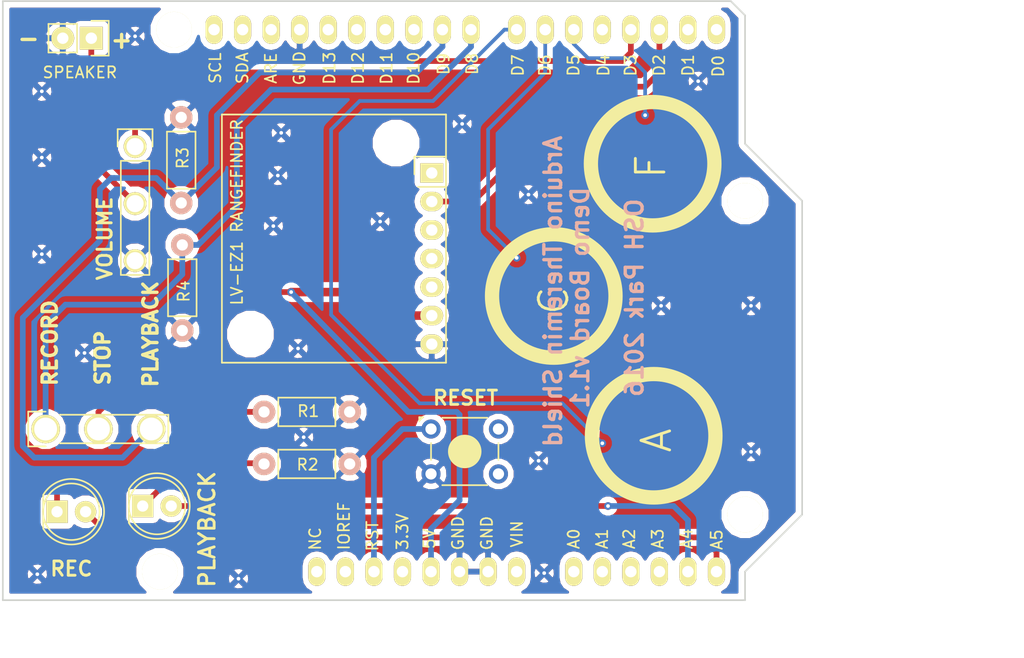
<source format=kicad_pcb>
(kicad_pcb (version 4) (host pcbnew 4.0.1-3.201512221402+6198~38~ubuntu14.04.1-stable)

  (general
    (links 48)
    (no_connects 0)
    (area 84.211886 59.182 178.510001 123.265001)
    (thickness 1.6)
    (drawings 35)
    (tracks 114)
    (zones 0)
    (modules 36)
    (nets 16)
  )

  (page A4)
  (title_block
    (company "Released under the CERN Open Hardware License v1.2")
    (comment 1 jeh.wicker@gmail.com)
    (comment 2 "Jenner Hanni")
    (comment 3 "Wickerbox Electronics")
  )

  (layers
    (0 F.Cu signal)
    (31 B.Cu signal)
    (34 B.Paste user)
    (35 F.Paste user)
    (36 B.SilkS user)
    (37 F.SilkS user)
    (38 B.Mask user)
    (39 F.Mask user)
    (44 Edge.Cuts user)
  )

  (setup
    (last_trace_width 0.254)
    (user_trace_width 0.1524)
    (user_trace_width 0.254)
    (user_trace_width 0.3302)
    (user_trace_width 0.508)
    (user_trace_width 0.762)
    (trace_clearance 0.254)
    (zone_clearance 0.508)
    (zone_45_only no)
    (trace_min 0.1524)
    (segment_width 1.27)
    (edge_width 0.15)
    (via_size 0.6858)
    (via_drill 0.3302)
    (via_min_size 0.6858)
    (via_min_drill 0.3302)
    (user_via 0.6858 0.3302)
    (user_via 0.762 0.4064)
    (user_via 0.8636 0.508)
    (uvia_size 0.6858)
    (uvia_drill 0.3302)
    (uvias_allowed no)
    (uvia_min_size 0)
    (uvia_min_drill 0)
    (pcb_text_width 0.3)
    (pcb_text_size 1.5 1.5)
    (mod_edge_width 0.15)
    (mod_text_size 1 1)
    (mod_text_width 0.15)
    (pad_size 1.524 1.524)
    (pad_drill 0.762)
    (pad_to_mask_clearance 0.2)
    (aux_axis_origin 0 0)
    (visible_elements FFFEDF7D)
    (pcbplotparams
      (layerselection 0x010f0_80000001)
      (usegerberextensions true)
      (excludeedgelayer true)
      (linewidth 0.100000)
      (plotframeref false)
      (viasonmask false)
      (mode 1)
      (useauxorigin false)
      (hpglpennumber 1)
      (hpglpenspeed 20)
      (hpglpendiameter 15)
      (hpglpenoverlay 2)
      (psnegative false)
      (psa4output false)
      (plotreference true)
      (plotvalue true)
      (plotinvisibletext false)
      (padsonsilk false)
      (subtractmaskfromsilk false)
      (outputformat 1)
      (mirror false)
      (drillshape 0)
      (scaleselection 1)
      (outputdirectory gerbers))
  )

  (net 0 "")
  (net 1 +5V)
  (net 2 GND)
  (net 3 "Net-(LED1-Pad1)")
  (net 4 /A5_ON_LED)
  (net 5 "Net-(LED2-Pad1)")
  (net 6 /A4_PLAYBACK_LED)
  (net 7 /RESET)
  (net 8 /D8_BTN_PLAYBACK)
  (net 9 /D9_BTN_RECORD)
  (net 10 "Net-(RV1-Pad2)")
  (net 11 /D7_KEY1)
  (net 12 /D5_KEY3)
  (net 13 /D6_KEY2)
  (net 14 /D2_PWM)
  (net 15 /D3_DIG_SPEAKER_OUT)

  (net_class Default "This is the default net class."
    (clearance 0.254)
    (trace_width 0.254)
    (via_dia 0.6858)
    (via_drill 0.3302)
    (uvia_dia 0.6858)
    (uvia_drill 0.3302)
    (add_net +5V)
    (add_net /A4_PLAYBACK_LED)
    (add_net /A5_ON_LED)
    (add_net /D2_PWM)
    (add_net /D3_DIG_SPEAKER_OUT)
    (add_net /D5_KEY3)
    (add_net /D6_KEY2)
    (add_net /D7_KEY1)
    (add_net /D8_BTN_PLAYBACK)
    (add_net /D9_BTN_RECORD)
    (add_net /RESET)
    (add_net GND)
    (add_net "Net-(LED1-Pad1)")
    (add_net "Net-(LED2-Pad1)")
    (add_net "Net-(RV1-Pad2)")
  )

  (module Wicker_Buttons_Switches:Via_13mil (layer F.Cu) (tedit 56DFB248) (tstamp 56DFB29D)
    (at 99.4 67.9)
    (fp_text reference REF** (at 0 2) (layer F.SilkS) hide
      (effects (font (size 1 1) (thickness 0.15)))
    )
    (fp_text value Via_13mil (at 0 2) (layer F.Fab) hide
      (effects (font (size 1 1) (thickness 0.15)))
    )
    (pad GND thru_hole circle (at 0 0) (size 0.6858 0.6858) (drill 0.3302) (layers *.Cu)
      (net 2 GND))
  )

  (module Wicker_Buttons_Switches:Via_13mil (layer F.Cu) (tedit 56DFB248) (tstamp 56DFB299)
    (at 112.1 80.3)
    (fp_text reference REF** (at 0 2) (layer F.SilkS) hide
      (effects (font (size 1 1) (thickness 0.15)))
    )
    (fp_text value Via_13mil (at 0 2) (layer F.Fab) hide
      (effects (font (size 1 1) (thickness 0.15)))
    )
    (pad GND thru_hole circle (at 0 0) (size 0.6858 0.6858) (drill 0.3302) (layers *.Cu)
      (net 2 GND))
  )

  (module Wicker_Buttons_Switches:Via_13mil (layer F.Cu) (tedit 56DFB248) (tstamp 56DFB295)
    (at 149.5 71.9)
    (fp_text reference REF** (at 0 2) (layer F.SilkS) hide
      (effects (font (size 1 1) (thickness 0.15)))
    )
    (fp_text value Via_13mil (at 0 2) (layer F.Fab) hide
      (effects (font (size 1 1) (thickness 0.15)))
    )
    (pad GND thru_hole circle (at 0 0) (size 0.6858 0.6858) (drill 0.3302) (layers *.Cu)
      (net 2 GND))
  )

  (module Wicker_Buttons_Switches:Via_13mil (layer F.Cu) (tedit 56DFB248) (tstamp 56DFB291)
    (at 128.5 75.7)
    (fp_text reference REF** (at 0 2) (layer F.SilkS) hide
      (effects (font (size 1 1) (thickness 0.15)))
    )
    (fp_text value Via_13mil (at 0 2) (layer F.Fab) hide
      (effects (font (size 1 1) (thickness 0.15)))
    )
    (pad GND thru_hole circle (at 0 0) (size 0.6858 0.6858) (drill 0.3302) (layers *.Cu)
      (net 2 GND))
  )

  (module Wicker_Buttons_Switches:Via_13mil (layer F.Cu) (tedit 56DFB248) (tstamp 56DFB28D)
    (at 134.4 82)
    (fp_text reference REF** (at 0 2) (layer F.SilkS) hide
      (effects (font (size 1 1) (thickness 0.15)))
    )
    (fp_text value Via_13mil (at 0 2) (layer F.Fab) hide
      (effects (font (size 1 1) (thickness 0.15)))
    )
    (pad GND thru_hole circle (at 0 0) (size 0.6858 0.6858) (drill 0.3302) (layers *.Cu)
      (net 2 GND))
  )

  (module Wicker_Buttons_Switches:Via_13mil (layer F.Cu) (tedit 56DFB248) (tstamp 56DFB289)
    (at 146.2 91.9)
    (fp_text reference REF** (at 0 2) (layer F.SilkS) hide
      (effects (font (size 1 1) (thickness 0.15)))
    )
    (fp_text value Via_13mil (at 0 2) (layer F.Fab) hide
      (effects (font (size 1 1) (thickness 0.15)))
    )
    (pad GND thru_hole circle (at 0 0) (size 0.6858 0.6858) (drill 0.3302) (layers *.Cu)
      (net 2 GND))
  )

  (module Wicker_Buttons_Switches:Via_13mil (layer F.Cu) (tedit 56DFB248) (tstamp 56DFB285)
    (at 154.2 91.9)
    (fp_text reference REF** (at 0 2) (layer F.SilkS) hide
      (effects (font (size 1 1) (thickness 0.15)))
    )
    (fp_text value Via_13mil (at 0 2) (layer F.Fab) hide
      (effects (font (size 1 1) (thickness 0.15)))
    )
    (pad GND thru_hole circle (at 0 0) (size 0.6858 0.6858) (drill 0.3302) (layers *.Cu)
      (net 2 GND))
  )

  (module Wicker_Buttons_Switches:Via_13mil (layer F.Cu) (tedit 56DFB248) (tstamp 56DFB281)
    (at 154.2 104.9)
    (fp_text reference REF** (at 0 2) (layer F.SilkS) hide
      (effects (font (size 1 1) (thickness 0.15)))
    )
    (fp_text value Via_13mil (at 0 2) (layer F.Fab) hide
      (effects (font (size 1 1) (thickness 0.15)))
    )
    (pad GND thru_hole circle (at 0 0) (size 0.6858 0.6858) (drill 0.3302) (layers *.Cu)
      (net 2 GND))
  )

  (module Wicker_Buttons_Switches:Via_13mil (layer F.Cu) (tedit 56DFB248) (tstamp 56DFB27D)
    (at 135.3 105.7)
    (fp_text reference REF** (at 0 2) (layer F.SilkS) hide
      (effects (font (size 1 1) (thickness 0.15)))
    )
    (fp_text value Via_13mil (at 0 2) (layer F.Fab) hide
      (effects (font (size 1 1) (thickness 0.15)))
    )
    (pad GND thru_hole circle (at 0 0) (size 0.6858 0.6858) (drill 0.3302) (layers *.Cu)
      (net 2 GND))
  )

  (module Wicker_Buttons_Switches:Via_13mil (layer F.Cu) (tedit 56DFB248) (tstamp 56DFB278)
    (at 135.8 115.7)
    (fp_text reference REF** (at 0 2) (layer F.SilkS) hide
      (effects (font (size 1 1) (thickness 0.15)))
    )
    (fp_text value Via_13mil (at 0 2) (layer F.Fab) hide
      (effects (font (size 1 1) (thickness 0.15)))
    )
    (pad GND thru_hole circle (at 0 0) (size 0.6858 0.6858) (drill 0.3302) (layers *.Cu)
      (net 2 GND))
  )

  (module Wicker_Buttons_Switches:Via_13mil (layer F.Cu) (tedit 56DFB248) (tstamp 56DFB274)
    (at 90.7 115.8)
    (fp_text reference REF** (at 0 2) (layer F.SilkS) hide
      (effects (font (size 1 1) (thickness 0.15)))
    )
    (fp_text value Via_13mil (at 0 2) (layer F.Fab) hide
      (effects (font (size 1 1) (thickness 0.15)))
    )
    (pad GND thru_hole circle (at 0 0) (size 0.6858 0.6858) (drill 0.3302) (layers *.Cu)
      (net 2 GND))
  )

  (module Wicker_Buttons_Switches:Via_13mil (layer F.Cu) (tedit 56DFB248) (tstamp 56DFB270)
    (at 108.6 116.2)
    (fp_text reference REF** (at 0 2) (layer F.SilkS) hide
      (effects (font (size 1 1) (thickness 0.15)))
    )
    (fp_text value Via_13mil (at 0 2) (layer F.Fab) hide
      (effects (font (size 1 1) (thickness 0.15)))
    )
    (pad GND thru_hole circle (at 0 0) (size 0.6858 0.6858) (drill 0.3302) (layers *.Cu)
      (net 2 GND))
  )

  (module Wicker_Buttons_Switches:Via_13mil (layer F.Cu) (tedit 56DFB248) (tstamp 56DFB26C)
    (at 114.4 103.6)
    (fp_text reference REF** (at 0 2) (layer F.SilkS) hide
      (effects (font (size 1 1) (thickness 0.15)))
    )
    (fp_text value Via_13mil (at 0 2) (layer F.Fab) hide
      (effects (font (size 1 1) (thickness 0.15)))
    )
    (pad GND thru_hole circle (at 0 0) (size 0.6858 0.6858) (drill 0.3302) (layers *.Cu)
      (net 2 GND))
  )

  (module Wicker_Buttons_Switches:Via_13mil (layer F.Cu) (tedit 56DFB248) (tstamp 56DFB268)
    (at 113.9 95.7)
    (fp_text reference REF** (at 0 2) (layer F.SilkS) hide
      (effects (font (size 1 1) (thickness 0.15)))
    )
    (fp_text value Via_13mil (at 0 2) (layer F.Fab) hide
      (effects (font (size 1 1) (thickness 0.15)))
    )
    (pad GND thru_hole circle (at 0 0) (size 0.6858 0.6858) (drill 0.3302) (layers *.Cu)
      (net 2 GND))
  )

  (module Wicker_Buttons_Switches:Via_13mil (layer F.Cu) (tedit 56DFB248) (tstamp 56DFB264)
    (at 121.2 84.4)
    (fp_text reference REF** (at 0 2) (layer F.SilkS) hide
      (effects (font (size 1 1) (thickness 0.15)))
    )
    (fp_text value Via_13mil (at 0 2) (layer F.Fab) hide
      (effects (font (size 1 1) (thickness 0.15)))
    )
    (pad GND thru_hole circle (at 0 0) (size 0.6858 0.6858) (drill 0.3302) (layers *.Cu)
      (net 2 GND))
  )

  (module Wicker_Buttons_Switches:Via_13mil (layer F.Cu) (tedit 56DFB248) (tstamp 56DFB260)
    (at 111.7 84.8)
    (fp_text reference REF** (at 0 2) (layer F.SilkS) hide
      (effects (font (size 1 1) (thickness 0.15)))
    )
    (fp_text value Via_13mil (at 0 2) (layer F.Fab) hide
      (effects (font (size 1 1) (thickness 0.15)))
    )
    (pad GND thru_hole circle (at 0 0) (size 0.6858 0.6858) (drill 0.3302) (layers *.Cu)
      (net 2 GND))
  )

  (module Wicker_Buttons_Switches:Via_13mil (layer F.Cu) (tedit 56DFB248) (tstamp 56DFB25C)
    (at 112.4 76.5)
    (fp_text reference REF** (at 0 2) (layer F.SilkS) hide
      (effects (font (size 1 1) (thickness 0.15)))
    )
    (fp_text value Via_13mil (at 0 2) (layer F.Fab) hide
      (effects (font (size 1 1) (thickness 0.15)))
    )
    (pad GND thru_hole circle (at 0 0) (size 0.6858 0.6858) (drill 0.3302) (layers *.Cu)
      (net 2 GND))
  )

  (module Wicker_Buttons_Switches:Via_13mil (layer F.Cu) (tedit 56DFB248) (tstamp 56DFB258)
    (at 94.9 96.1)
    (fp_text reference REF** (at 0 2) (layer F.SilkS) hide
      (effects (font (size 1 1) (thickness 0.15)))
    )
    (fp_text value Via_13mil (at 0 2) (layer F.Fab) hide
      (effects (font (size 1 1) (thickness 0.15)))
    )
    (pad GND thru_hole circle (at 0 0) (size 0.6858 0.6858) (drill 0.3302) (layers *.Cu)
      (net 2 GND))
  )

  (module Wicker_Buttons_Switches:Via_13mil (layer F.Cu) (tedit 56DFB248) (tstamp 56DFB254)
    (at 91.1 72.8)
    (fp_text reference REF** (at 0 2) (layer F.SilkS) hide
      (effects (font (size 1 1) (thickness 0.15)))
    )
    (fp_text value Via_13mil (at 0 2) (layer F.Fab) hide
      (effects (font (size 1 1) (thickness 0.15)))
    )
    (pad GND thru_hole circle (at 0 0) (size 0.6858 0.6858) (drill 0.3302) (layers *.Cu)
      (net 2 GND))
  )

  (module Wicker_Buttons_Switches:Via_13mil (layer F.Cu) (tedit 56DFB248) (tstamp 56DFB24B)
    (at 91.1 78.7)
    (fp_text reference REF** (at 0 2) (layer F.SilkS) hide
      (effects (font (size 1 1) (thickness 0.15)))
    )
    (fp_text value Via_13mil (at 0 2) (layer F.Fab) hide
      (effects (font (size 1 1) (thickness 0.15)))
    )
    (pad GND thru_hole circle (at 0 0) (size 0.6858 0.6858) (drill 0.3302) (layers *.Cu)
      (net 2 GND))
  )

  (module Wicker_Shields:Arduino_Uno_R3_No_ICSP locked (layer F.Cu) (tedit 56C15E3F) (tstamp 56CB951E)
    (at 87.63 118.11)
    (descr http://www.thingiverse.com/thing:9630)
    (path /56C1768D)
    (fp_text reference U1 (at 5.715 -57.15) (layer F.SilkS) hide
      (effects (font (thickness 0.3048)))
    )
    (fp_text value Arduino_Uno_R3_Shield (at 10.16 -54.61) (layer F.SilkS) hide
      (effects (font (thickness 0.3048)))
    )
    (fp_line (start 0 0) (end 66.04 0) (layer F.CrtYd) (width 0.2))
    (fp_line (start 66.04 -2.54) (end 66.04 0) (layer F.CrtYd) (width 0.2))
    (fp_line (start 66.04 -2.54) (end 70.993 -6.223) (layer F.CrtYd) (width 0.2))
    (fp_line (start 66.04 -40.64) (end 70.993 -35.814) (layer F.CrtYd) (width 0.2))
    (fp_line (start 70.993 -35.814) (end 70.993 -27.94) (layer F.CrtYd) (width 0.2))
    (fp_line (start 70.993 -27.94) (end 70.993 -6.223) (layer F.CrtYd) (width 0.2))
    (fp_text user IOREF (at 30.353 -6.604 90) (layer F.SilkS)
      (effects (font (size 1 1) (thickness 0.15)))
    )
    (fp_text user NC (at 27.793 -5.461 90) (layer F.SilkS)
      (effects (font (size 1 1) (thickness 0.15)))
    )
    (fp_text user RST (at 32.893 -5.715 90) (layer F.SilkS)
      (effects (font (size 1 1) (thickness 0.15)))
    )
    (fp_text user 3.3V (at 35.56 -6.096 90) (layer F.SilkS)
      (effects (font (size 1 1) (thickness 0.15)))
    )
    (fp_text user 5V (at 37.953 -5.461 90) (layer F.SilkS)
      (effects (font (size 1 1) (thickness 0.15)))
    )
    (fp_text user GND (at 40.493 -5.969 90) (layer F.SilkS)
      (effects (font (size 1 1) (thickness 0.15)))
    )
    (fp_text user GND (at 43.068 -5.969 90) (layer F.SilkS)
      (effects (font (size 1 1) (thickness 0.15)))
    )
    (fp_text user VIN (at 45.743 -5.894 90) (layer F.SilkS)
      (effects (font (size 1 1) (thickness 0.15)))
    )
    (fp_text user A5 (at 63.523 -5.386 90) (layer F.SilkS)
      (effects (font (size 1 1) (thickness 0.15)))
    )
    (fp_text user A4 (at 60.848 -5.461 90) (layer F.SilkS)
      (effects (font (size 1 1) (thickness 0.15)))
    )
    (fp_text user A3 (at 58.273 -5.461 90) (layer F.SilkS)
      (effects (font (size 1 1) (thickness 0.15)))
    )
    (fp_text user A2 (at 55.733 -5.461 90) (layer F.SilkS)
      (effects (font (size 1 1) (thickness 0.15)))
    )
    (fp_text user A1 (at 53.32 -5.461 90) (layer F.SilkS)
      (effects (font (size 1 1) (thickness 0.15)))
    )
    (fp_text user A0 (at 50.8 -5.461 90) (layer F.SilkS)
      (effects (font (size 1 1) (thickness 0.15)))
    )
    (fp_text user SCL (at 18.903 -47.371 90) (layer F.SilkS)
      (effects (font (size 1 1) (thickness 0.15)))
    )
    (fp_text user SDA (at 21.316 -47.371 90) (layer F.SilkS)
      (effects (font (size 1 1) (thickness 0.15)))
    )
    (fp_text user ARE (at 23.856 -47.371 90) (layer F.SilkS)
      (effects (font (size 1 1) (thickness 0.15)))
    )
    (fp_text user GND (at 26.396 -47.371 90) (layer F.SilkS)
      (effects (font (size 1 1) (thickness 0.15)))
    )
    (fp_text user D13 (at 29.063 -47.371 90) (layer F.SilkS)
      (effects (font (size 1 1) (thickness 0.15)))
    )
    (fp_text user D12 (at 31.603 -47.371 90) (layer F.SilkS)
      (effects (font (size 1 1) (thickness 0.15)))
    )
    (fp_text user D11 (at 34.143 -47.371 90) (layer F.SilkS)
      (effects (font (size 1 1) (thickness 0.15)))
    )
    (fp_text user D10 (at 36.556 -47.371 90) (layer F.SilkS)
      (effects (font (size 1 1) (thickness 0.15)))
    )
    (fp_text user D9 (at 39.223 -47.752 90) (layer F.SilkS)
      (effects (font (size 1 1) (thickness 0.15)))
    )
    (fp_text user D8 (at 41.763 -47.752 90) (layer F.SilkS)
      (effects (font (size 1 1) (thickness 0.15)))
    )
    (fp_text user D7 (at 45.827 -47.625 90) (layer F.SilkS)
      (effects (font (size 1 1) (thickness 0.15)))
    )
    (fp_text user D6 (at 48.24 -47.625 90) (layer F.SilkS)
      (effects (font (size 1 1) (thickness 0.15)))
    )
    (fp_text user D5 (at 50.78 -47.625 90) (layer F.SilkS)
      (effects (font (size 1 1) (thickness 0.15)))
    )
    (fp_text user D4 (at 53.447 -47.625 90) (layer F.SilkS)
      (effects (font (size 1 1) (thickness 0.15)))
    )
    (fp_text user D3 (at 55.86 -47.625 90) (layer F.SilkS)
      (effects (font (size 1 1) (thickness 0.15)))
    )
    (fp_text user D2 (at 58.4 -47.625 90) (layer F.SilkS)
      (effects (font (size 1 1) (thickness 0.15)))
    )
    (fp_text user D1 (at 60.975 -47.625 90) (layer F.SilkS)
      (effects (font (size 1 1) (thickness 0.15)))
    )
    (fp_text user D0 (at 63.65 -47.55 90) (layer F.SilkS)
      (effects (font (size 1 1) (thickness 0.15)))
    )
    (fp_line (start 66.04 -40.64) (end 66.04 -52.07) (layer F.CrtYd) (width 0.2))
    (fp_line (start 66.04 -52.07) (end 64.77 -53.34) (layer F.CrtYd) (width 0.2))
    (fp_line (start 64.77 -53.34) (end 0 -53.34) (layer F.CrtYd) (width 0.2))
    (fp_line (start 0 0) (end 0 -53.34) (layer F.CrtYd) (width 0.2))
    (pad A5 thru_hole oval (at 63.5 -2.54 90) (size 2.54 1.524) (drill 1.016) (layers *.Cu *.Mask F.SilkS)
      (net 4 /A5_ON_LED))
    (pad A4 thru_hole oval (at 60.96 -2.54 90) (size 2.54 1.524) (drill 1.016) (layers *.Cu *.Mask F.SilkS)
      (net 6 /A4_PLAYBACK_LED))
    (pad A3 thru_hole oval (at 58.42 -2.54 90) (size 2.54 1.524) (drill 1.016) (layers *.Cu *.Mask F.SilkS))
    (pad A0 thru_hole oval (at 50.8 -2.54 90) (size 2.54 1.524) (drill 1.016) (layers *.Cu *.Mask F.SilkS))
    (pad A1 thru_hole oval (at 53.34 -2.54 90) (size 2.54 1.524) (drill 1.016) (layers *.Cu *.Mask F.SilkS))
    (pad A2 thru_hole oval (at 55.88 -2.54 90) (size 2.54 1.524) (drill 1.016) (layers *.Cu *.Mask F.SilkS))
    (pad VIN thru_hole oval (at 45.72 -2.54 90) (size 2.54 1.524) (drill 1.016) (layers *.Cu *.Mask F.SilkS))
    (pad GND2 thru_hole oval (at 43.18 -2.54 90) (size 2.54 1.524) (drill 1.016) (layers *.Cu *.Mask F.SilkS)
      (net 2 GND))
    (pad GND1 thru_hole oval (at 40.64 -2.54 90) (size 2.54 1.524) (drill 1.016) (layers *.Cu *.Mask F.SilkS)
      (net 2 GND))
    (pad 3V3 thru_hole oval (at 35.56 -2.54 90) (size 2.54 1.524) (drill 1.016) (layers *.Cu *.Mask F.SilkS))
    (pad RST thru_hole oval (at 33.02 -2.54 90) (size 2.54 1.524) (drill 1.016) (layers *.Cu *.Mask F.SilkS)
      (net 7 /RESET))
    (pad D0 thru_hole oval (at 63.5 -50.8 90) (size 2.54 1.524) (drill 1.016) (layers *.Cu *.Mask F.SilkS))
    (pad D1 thru_hole oval (at 60.96 -50.8 90) (size 2.54 1.524) (drill 1.016) (layers *.Cu *.Mask F.SilkS))
    (pad D2 thru_hole oval (at 58.42 -50.8 90) (size 2.54 1.524) (drill 1.016) (layers *.Cu *.Mask F.SilkS)
      (net 14 /D2_PWM))
    (pad D3 thru_hole oval (at 55.88 -50.8 90) (size 2.54 1.524) (drill 1.016) (layers *.Cu *.Mask F.SilkS)
      (net 15 /D3_DIG_SPEAKER_OUT))
    (pad D4 thru_hole oval (at 53.34 -50.8 90) (size 2.54 1.524) (drill 1.016) (layers *.Cu *.Mask F.SilkS))
    (pad D5 thru_hole oval (at 50.8 -50.8 90) (size 2.54 1.524) (drill 1.016) (layers *.Cu *.Mask F.SilkS)
      (net 12 /D5_KEY3))
    (pad D6 thru_hole oval (at 48.26 -50.8 90) (size 2.54 1.524) (drill 1.016) (layers *.Cu *.Mask F.SilkS)
      (net 13 /D6_KEY2))
    (pad D7 thru_hole oval (at 45.72 -50.8 90) (size 2.54 1.524) (drill 1.016) (layers *.Cu *.Mask F.SilkS)
      (net 11 /D7_KEY1))
    (pad D8 thru_hole oval (at 41.656 -50.8 90) (size 2.54 1.524) (drill 1.016) (layers *.Cu *.Mask F.SilkS)
      (net 9 /D9_BTN_RECORD))
    (pad D9 thru_hole oval (at 39.116 -50.8 90) (size 2.54 1.524) (drill 1.016) (layers *.Cu *.Mask F.SilkS)
      (net 8 /D8_BTN_PLAYBACK))
    (pad D10 thru_hole oval (at 36.576 -50.8 90) (size 2.54 1.524) (drill 1.016) (layers *.Cu *.Mask F.SilkS))
    (pad D11 thru_hole oval (at 34.036 -50.8 90) (size 2.54 1.524) (drill 1.016) (layers *.Cu *.Mask F.SilkS))
    (pad D12 thru_hole oval (at 31.496 -50.8 90) (size 2.54 1.524) (drill 1.016) (layers *.Cu *.Mask F.SilkS))
    (pad D13 thru_hole oval (at 28.956 -50.8 90) (size 2.54 1.524) (drill 1.016) (layers *.Cu *.Mask F.SilkS))
    (pad GND3 thru_hole oval (at 26.416 -50.8 90) (size 2.54 1.524) (drill 1.016) (layers *.Cu *.Mask F.SilkS)
      (net 2 GND))
    (pad AREF thru_hole oval (at 23.876 -50.8 90) (size 2.54 1.524) (drill 1.016) (layers *.Cu *.Mask F.SilkS))
    (pad 5V thru_hole oval (at 38.1 -2.54 90) (size 2.54 1.524) (drill 1.016) (layers *.Cu *.Mask F.SilkS)
      (net 1 +5V))
    (pad "" np_thru_hole circle (at 66.04 -7.62 90) (size 3.175 3.175) (drill 3.175) (layers *.Cu *.Mask F.SilkS))
    (pad "" np_thru_hole circle (at 66.04 -35.56 90) (size 3.175 3.175) (drill 3.175) (layers *.Cu *.Mask F.SilkS))
    (pad "" np_thru_hole circle (at 15.24 -50.8 90) (size 3.175 3.175) (drill 3.175) (layers *.Cu *.Mask F.SilkS))
    (pad "" np_thru_hole circle (at 13.97 -2.54 90) (size 3.175 3.175) (drill 3.175) (layers *.Cu *.Mask F.SilkS))
    (pad SDA thru_hole oval (at 21.336 -50.8 90) (size 2.54 1.524) (drill 1.016) (layers *.Cu *.Mask F.SilkS))
    (pad SCL thru_hole oval (at 18.796 -50.8 90) (size 2.54 1.524) (drill 1.016) (layers *.Cu *.Mask F.SilkS))
    (pad IO thru_hole oval (at 30.48 -2.54 90) (size 2.54 1.524) (drill 1.016) (layers *.Cu *.Mask F.SilkS))
    (pad NC thru_hole oval (at 27.94 -2.54 90) (size 2.54 1.524) (drill 1.016) (layers *.Cu *.Mask F.SilkS))
  )

  (module Wicker_Modules:LV_EZ1_Rangefinder (layer F.Cu) (tedit 56C166BC) (tstamp 56C9DD36)
    (at 107.1245 96.9645)
    (descr http://maxbotix.com/uploads/LV-MaxSonar-EZ1-Datasheet.pdf)
    (tags "Rangefinder Module Breakout Board")
    (path /56BD4C09)
    (fp_text reference "LV-EZ1 RANGEFINDER" (at 1.3335 -13.3985 90) (layer F.SilkS)
      (effects (font (size 1 1) (thickness 0.15)))
    )
    (fp_text value "LV-EZ1 RANGEFINDER" (at 1.375 -13.65 90) (layer F.Fab)
      (effects (font (size 1 1) (thickness 0.15)))
    )
    (fp_line (start 0 -22.098) (end 19.939 -22.098) (layer F.SilkS) (width 0.1524))
    (fp_line (start 19.939 0) (end 19.939 -22.098) (layer F.SilkS) (width 0.1524))
    (fp_line (start 0 0) (end 0 -22.098) (layer F.SilkS) (width 0.1524))
    (fp_line (start 0 0) (end 19.939 0) (layer F.SilkS) (width 0.1524))
    (fp_line (start 19.939 -15.655) (end 17.455 -15.655) (layer F.SilkS) (width 0.15))
    (fp_line (start 17.125 -16.775) (end 17.125 -18.325) (layer F.SilkS) (width 0.15))
    (fp_line (start 17.15 -18.35) (end 19.939 -18.35) (layer F.SilkS) (width 0.15))
    (pad "" np_thru_hole circle (at 15.494 -19.558) (size 3.1496 3.1496) (drill 3.1496) (layers F.Cu))
    (pad 1 thru_hole rect (at 18.669 -16.891) (size 2.032 1.7272) (drill 1.016) (layers *.Cu *.Mask F.SilkS))
    (pad 2 thru_hole oval (at 18.669 -14.351) (size 2.032 1.7272) (drill 1.016) (layers *.Cu *.Mask F.SilkS)
      (net 14 /D2_PWM))
    (pad 3 thru_hole oval (at 18.669 -11.811) (size 2.032 1.7272) (drill 1.016) (layers *.Cu *.Mask F.SilkS))
    (pad 4 thru_hole oval (at 18.669 -9.271) (size 2.032 1.7272) (drill 1.016) (layers *.Cu *.Mask F.SilkS))
    (pad 5 thru_hole oval (at 18.669 -6.731) (size 2.032 1.7272) (drill 1.016) (layers *.Cu *.Mask F.SilkS))
    (pad 6 thru_hole oval (at 18.669 -4.191) (size 2.032 1.7272) (drill 1.016) (layers *.Cu *.Mask F.SilkS)
      (net 1 +5V))
    (pad 7 thru_hole oval (at 18.669 -1.651) (size 2.032 1.7272) (drill 1.016) (layers *.Cu *.Mask F.SilkS)
      (net 2 GND))
    (pad "" np_thru_hole circle (at 2.54 -2.54) (size 3.1496 3.1496) (drill 3.1496) (layers F.Cu))
  )

  (module Resistors_ThroughHole:Resistor_Horizontal_RM7mm (layer F.Cu) (tedit 56C15E2E) (tstamp 56C9DD44)
    (at 110.871 101.346)
    (descr "Resistor, Axial,  RM 7.62mm, 1/3W,")
    (tags "Resistor Axial RM 7.62mm 1/3W R3")
    (path /56BF3EA1)
    (fp_text reference R1 (at 3.937 -0.0635) (layer F.SilkS)
      (effects (font (size 1 1) (thickness 0.15)))
    )
    (fp_text value 220 (at 3.81 3.81) (layer F.Fab)
      (effects (font (size 1 1) (thickness 0.15)))
    )
    (fp_line (start -1.25 -1.5) (end 8.85 -1.5) (layer F.CrtYd) (width 0.05))
    (fp_line (start -1.25 1.5) (end -1.25 -1.5) (layer F.CrtYd) (width 0.05))
    (fp_line (start 8.85 -1.5) (end 8.85 1.5) (layer F.CrtYd) (width 0.05))
    (fp_line (start -1.25 1.5) (end 8.85 1.5) (layer F.CrtYd) (width 0.05))
    (fp_line (start 1.27 -1.27) (end 6.35 -1.27) (layer F.SilkS) (width 0.15))
    (fp_line (start 6.35 -1.27) (end 6.35 1.27) (layer F.SilkS) (width 0.15))
    (fp_line (start 6.35 1.27) (end 1.27 1.27) (layer F.SilkS) (width 0.15))
    (fp_line (start 1.27 1.27) (end 1.27 -1.27) (layer F.SilkS) (width 0.15))
    (pad 1 thru_hole circle (at 0 0) (size 1.99898 1.99898) (drill 1.00076) (layers *.Cu *.SilkS *.Mask)
      (net 3 "Net-(LED1-Pad1)"))
    (pad 2 thru_hole circle (at 7.62 0) (size 1.99898 1.99898) (drill 1.00076) (layers *.Cu *.SilkS *.Mask)
      (net 2 GND))
  )

  (module Resistors_ThroughHole:Resistor_Horizontal_RM7mm (layer F.Cu) (tedit 56C15E29) (tstamp 56C9DD52)
    (at 110.871 105.9815)
    (descr "Resistor, Axial,  RM 7.62mm, 1/3W,")
    (tags "Resistor Axial RM 7.62mm 1/3W R3")
    (path /56BF3FED)
    (fp_text reference R2 (at 3.8735 0.0635) (layer F.SilkS)
      (effects (font (size 1 1) (thickness 0.15)))
    )
    (fp_text value 220 (at 3.81 3.81) (layer F.Fab)
      (effects (font (size 1 1) (thickness 0.15)))
    )
    (fp_line (start -1.25 -1.5) (end 8.85 -1.5) (layer F.CrtYd) (width 0.05))
    (fp_line (start -1.25 1.5) (end -1.25 -1.5) (layer F.CrtYd) (width 0.05))
    (fp_line (start 8.85 -1.5) (end 8.85 1.5) (layer F.CrtYd) (width 0.05))
    (fp_line (start -1.25 1.5) (end 8.85 1.5) (layer F.CrtYd) (width 0.05))
    (fp_line (start 1.27 -1.27) (end 6.35 -1.27) (layer F.SilkS) (width 0.15))
    (fp_line (start 6.35 -1.27) (end 6.35 1.27) (layer F.SilkS) (width 0.15))
    (fp_line (start 6.35 1.27) (end 1.27 1.27) (layer F.SilkS) (width 0.15))
    (fp_line (start 1.27 1.27) (end 1.27 -1.27) (layer F.SilkS) (width 0.15))
    (pad 1 thru_hole circle (at 0 0) (size 1.99898 1.99898) (drill 1.00076) (layers *.Cu *.SilkS *.Mask)
      (net 5 "Net-(LED2-Pad1)"))
    (pad 2 thru_hole circle (at 7.62 0) (size 1.99898 1.99898) (drill 1.00076) (layers *.Cu *.SilkS *.Mask)
      (net 2 GND))
  )

  (module Resistors_ThroughHole:Resistor_Horizontal_RM7mm (layer F.Cu) (tedit 56C1611E) (tstamp 56C9DD60)
    (at 103.505 82.7405 90)
    (descr "Resistor, Axial,  RM 7.62mm, 1/3W,")
    (tags "Resistor Axial RM 7.62mm 1/3W R3")
    (path /56BEAC8C)
    (fp_text reference R3 (at 4.0005 0.127 90) (layer F.SilkS)
      (effects (font (size 1 1) (thickness 0.15)))
    )
    (fp_text value 10K (at 3.81 3.81 90) (layer F.Fab)
      (effects (font (size 1 1) (thickness 0.15)))
    )
    (fp_line (start -1.25 -1.5) (end 8.85 -1.5) (layer F.CrtYd) (width 0.05))
    (fp_line (start -1.25 1.5) (end -1.25 -1.5) (layer F.CrtYd) (width 0.05))
    (fp_line (start 8.85 -1.5) (end 8.85 1.5) (layer F.CrtYd) (width 0.05))
    (fp_line (start -1.25 1.5) (end 8.85 1.5) (layer F.CrtYd) (width 0.05))
    (fp_line (start 1.27 -1.27) (end 6.35 -1.27) (layer F.SilkS) (width 0.15))
    (fp_line (start 6.35 -1.27) (end 6.35 1.27) (layer F.SilkS) (width 0.15))
    (fp_line (start 6.35 1.27) (end 1.27 1.27) (layer F.SilkS) (width 0.15))
    (fp_line (start 1.27 1.27) (end 1.27 -1.27) (layer F.SilkS) (width 0.15))
    (pad 1 thru_hole circle (at 0 0 90) (size 1.99898 1.99898) (drill 1.00076) (layers *.Cu *.SilkS *.Mask)
      (net 8 /D8_BTN_PLAYBACK))
    (pad 2 thru_hole circle (at 7.62 0 90) (size 1.99898 1.99898) (drill 1.00076) (layers *.Cu *.SilkS *.Mask)
      (net 2 GND))
  )

  (module Resistors_ThroughHole:Resistor_Horizontal_RM7mm (layer F.Cu) (tedit 56C1611B) (tstamp 56C9DD6E)
    (at 103.6 86.48 270)
    (descr "Resistor, Axial,  RM 7.62mm, 1/3W,")
    (tags "Resistor Axial RM 7.62mm 1/3W R3")
    (path /56BEAD4F)
    (fp_text reference R4 (at 4.1275 -0.127 270) (layer F.SilkS)
      (effects (font (size 1 1) (thickness 0.15)))
    )
    (fp_text value 10K (at 3.81 3.81 270) (layer F.Fab)
      (effects (font (size 1 1) (thickness 0.15)))
    )
    (fp_line (start -1.25 -1.5) (end 8.85 -1.5) (layer F.CrtYd) (width 0.05))
    (fp_line (start -1.25 1.5) (end -1.25 -1.5) (layer F.CrtYd) (width 0.05))
    (fp_line (start 8.85 -1.5) (end 8.85 1.5) (layer F.CrtYd) (width 0.05))
    (fp_line (start -1.25 1.5) (end 8.85 1.5) (layer F.CrtYd) (width 0.05))
    (fp_line (start 1.27 -1.27) (end 6.35 -1.27) (layer F.SilkS) (width 0.15))
    (fp_line (start 6.35 -1.27) (end 6.35 1.27) (layer F.SilkS) (width 0.15))
    (fp_line (start 6.35 1.27) (end 1.27 1.27) (layer F.SilkS) (width 0.15))
    (fp_line (start 1.27 1.27) (end 1.27 -1.27) (layer F.SilkS) (width 0.15))
    (pad 1 thru_hole circle (at 0 0 270) (size 1.99898 1.99898) (drill 1.00076) (layers *.Cu *.SilkS *.Mask)
      (net 9 /D9_BTN_RECORD))
    (pad 2 thru_hole circle (at 7.62 0 270) (size 1.99898 1.99898) (drill 1.00076) (layers *.Cu *.SilkS *.Mask)
      (net 2 GND))
  )

  (module Wicker_CapSense:CAPSENSE_CIRCLE_D10 (layer F.Cu) (tedit 56C16628) (tstamp 56CB9DB9)
    (at 145.796 103.632)
    (path /56BDABBB)
    (fp_text reference A (at 0 0.254 90) (layer F.SilkS)
      (effects (font (size 2.54 2.54) (thickness 0.254)))
    )
    (fp_text value KEY1 (at 0.025 7.325) (layer F.Fab)
      (effects (font (size 1 1) (thickness 0.15)))
    )
    (pad 1 smd circle (at 0 0) (size 10.16 10.16) (layers F.Cu)
      (net 11 /D7_KEY1) (clearance 0.508))
  )

  (module Wicker_CapSense:CAPSENSE_CIRCLE_D10 (layer F.Cu) (tedit 56C1662F) (tstamp 56CB9DBE)
    (at 145.288 79.248)
    (path /56BDAAD1)
    (fp_text reference F (at 0 0.254 90) (layer F.SilkS)
      (effects (font (size 2.54 2.54) (thickness 0.254)))
    )
    (fp_text value KEY3 (at 0.025 7.325) (layer F.Fab)
      (effects (font (size 1 1) (thickness 0.15)))
    )
    (pad 1 smd circle (at 0 0) (size 10.16 10.16) (layers F.Cu)
      (net 12 /D5_KEY3) (clearance 0.508))
  )

  (module Wicker_CapSense:CAPSENSE_CIRCLE_D10 (layer F.Cu) (tedit 56C1662C) (tstamp 56CB9DC3)
    (at 136.652 90.932)
    (path /56BDAB3F)
    (fp_text reference C (at 0 0.508 90) (layer F.SilkS)
      (effects (font (size 2.54 2.54) (thickness 0.254)))
    )
    (fp_text value KEY2 (at 0.025 7.325) (layer F.Fab)
      (effects (font (size 1 1) (thickness 0.15)))
    )
    (pad 1 smd circle (at 0 0) (size 10.16 10.16) (layers F.Cu)
      (net 13 /D6_KEY2) (clearance 0.508))
  )

  (module LEDs:LED-5MM (layer F.Cu) (tedit 56C1666A) (tstamp 56CB9DCF)
    (at 92.456 110.236)
    (descr "LED 5mm round vertical")
    (tags "LED 5mm round vertical")
    (path /56BF3906)
    (fp_text reference REC (at 1.27 5.08) (layer F.SilkS)
      (effects (font (size 1.27 1.27) (thickness 0.254)))
    )
    (fp_text value ON (at 1.524 -3.937) (layer F.Fab)
      (effects (font (size 1 1) (thickness 0.15)))
    )
    (fp_line (start -1.5 -1.55) (end -1.5 1.55) (layer F.CrtYd) (width 0.05))
    (fp_arc (start 1.3 0) (end -1.5 1.55) (angle -302) (layer F.CrtYd) (width 0.05))
    (fp_arc (start 1.27 0) (end -1.23 -1.5) (angle 297.5) (layer F.SilkS) (width 0.15))
    (fp_line (start -1.23 1.5) (end -1.23 -1.5) (layer F.SilkS) (width 0.15))
    (fp_circle (center 1.27 0) (end 0.97 -2.5) (layer F.SilkS) (width 0.15))
    (fp_text user K (at -1.905 1.905) (layer F.SilkS) hide
      (effects (font (size 1 1) (thickness 0.15)))
    )
    (pad 1 thru_hole rect (at 0 0 90) (size 2 1.9) (drill 1.00076) (layers *.Cu *.Mask F.SilkS)
      (net 3 "Net-(LED1-Pad1)"))
    (pad 2 thru_hole circle (at 2.54 0) (size 1.9 1.9) (drill 1.00076) (layers *.Cu *.Mask F.SilkS)
      (net 4 /A5_ON_LED))
    (model LEDs.3dshapes/LED-5MM.wrl
      (at (xyz 0.05 0 0))
      (scale (xyz 1 1 1))
      (rotate (xyz 0 0 90))
    )
  )

  (module LEDs:LED-5MM (layer F.Cu) (tedit 56DFB603) (tstamp 56CB9DDB)
    (at 100.076 109.728)
    (descr "LED 5mm round vertical")
    (tags "LED 5mm round vertical")
    (path /56BF3A4D)
    (fp_text reference PLAYBACK (at 5.724 2.072 90) (layer F.SilkS)
      (effects (font (size 1.397 1.397) (thickness 0.254)))
    )
    (fp_text value PLAYBACK (at 1.524 -3.937) (layer F.Fab)
      (effects (font (size 1 1) (thickness 0.15)))
    )
    (fp_line (start -1.5 -1.55) (end -1.5 1.55) (layer F.CrtYd) (width 0.05))
    (fp_arc (start 1.3 0) (end -1.5 1.55) (angle -302) (layer F.CrtYd) (width 0.05))
    (fp_arc (start 1.27 0) (end -1.23 -1.5) (angle 297.5) (layer F.SilkS) (width 0.15))
    (fp_line (start -1.23 1.5) (end -1.23 -1.5) (layer F.SilkS) (width 0.15))
    (fp_circle (center 1.27 0) (end 0.97 -2.5) (layer F.SilkS) (width 0.15))
    (fp_text user K (at -1.905 1.905) (layer F.SilkS) hide
      (effects (font (size 1 1) (thickness 0.15)))
    )
    (pad 1 thru_hole rect (at 0 0 90) (size 2 1.9) (drill 1.00076) (layers *.Cu *.Mask F.SilkS)
      (net 5 "Net-(LED2-Pad1)"))
    (pad 2 thru_hole circle (at 2.54 0) (size 1.9 1.9) (drill 1.00076) (layers *.Cu *.Mask F.SilkS)
      (net 6 /A4_PLAYBACK_LED))
    (model LEDs.3dshapes/LED-5MM.wrl
      (at (xyz 0.05 0 0))
      (scale (xyz 1 1 1))
      (rotate (xyz 0 0 90))
    )
  )

  (module Pin_Headers:Pin_Header_Straight_1x02 (layer F.Cu) (tedit 56C16155) (tstamp 56CB9DFE)
    (at 95.504 68.072 270)
    (descr "Through hole pin header")
    (tags "pin header")
    (path /56BD58A0)
    (fp_text reference SPEAKER (at 3.048 1.016 360) (layer F.SilkS)
      (effects (font (size 1 1) (thickness 0.15)))
    )
    (fp_text value SPEAKER (at 0 -3.1 270) (layer F.Fab)
      (effects (font (size 1 1) (thickness 0.15)))
    )
    (fp_line (start 1.27 1.27) (end 1.27 3.81) (layer F.SilkS) (width 0.15))
    (fp_line (start 1.55 -1.55) (end 1.55 0) (layer F.SilkS) (width 0.15))
    (fp_line (start -1.75 -1.75) (end -1.75 4.3) (layer F.CrtYd) (width 0.05))
    (fp_line (start 1.75 -1.75) (end 1.75 4.3) (layer F.CrtYd) (width 0.05))
    (fp_line (start -1.75 -1.75) (end 1.75 -1.75) (layer F.CrtYd) (width 0.05))
    (fp_line (start -1.75 4.3) (end 1.75 4.3) (layer F.CrtYd) (width 0.05))
    (fp_line (start 1.27 1.27) (end -1.27 1.27) (layer F.SilkS) (width 0.15))
    (fp_line (start -1.55 0) (end -1.55 -1.55) (layer F.SilkS) (width 0.15))
    (fp_line (start -1.55 -1.55) (end 1.55 -1.55) (layer F.SilkS) (width 0.15))
    (fp_line (start -1.27 1.27) (end -1.27 3.81) (layer F.SilkS) (width 0.15))
    (fp_line (start -1.27 3.81) (end 1.27 3.81) (layer F.SilkS) (width 0.15))
    (pad 1 thru_hole rect (at 0 0 270) (size 2.032 2.032) (drill 1.016) (layers *.Cu *.Mask F.SilkS)
      (net 10 "Net-(RV1-Pad2)"))
    (pad 2 thru_hole oval (at 0 2.54 270) (size 2.032 2.032) (drill 1.016) (layers *.Cu *.Mask F.SilkS)
      (net 2 GND))
    (model Pin_Headers.3dshapes/Pin_Header_Straight_1x02.wrl
      (at (xyz 0 -0.05 0))
      (scale (xyz 1 1 1))
      (rotate (xyz 0 0 90))
    )
  )

  (module Buttons_Switches_ThroughHole:SW_TH_Tactile_Omron_B3F-10xx (layer F.Cu) (tedit 56DFB64B) (tstamp 56C77379)
    (at 125.73 102.87)
    (descr SW_TH_Tactile_Omron_B3F-10xx)
    (tags "Omron B3F-10xx")
    (path /56C79AB2)
    (fp_text reference RESET (at 3.07 -2.77) (layer F.SilkS)
      (effects (font (size 1.27 1.27) (thickness 0.254)))
    )
    (fp_text value SW_PUSH_B3F_1XXX (at 2.95 -2.05) (layer F.Fab)
      (effects (font (size 1 1) (thickness 0.15)))
    )
    (fp_line (start -0.95 -1) (end -0.95 -0.9) (layer F.SilkS) (width 0.15))
    (fp_line (start -1.05 -1.05) (end -0.7 -1.05) (layer F.SilkS) (width 0.15))
    (fp_arc (start 0 0) (end -1.05 -0.7) (angle 22.61986495) (layer F.SilkS) (width 0.15))
    (fp_line (start -1.05 -1.05) (end -1.05 -0.7) (layer F.SilkS) (width 0.15))
    (fp_line (start 7.15 -1.15) (end 0.45 -1.15) (layer F.CrtYd) (width 0.05))
    (fp_line (start 7.15 5.15) (end 7.15 -1.15) (layer F.CrtYd) (width 0.05))
    (fp_line (start -1.15 5.15) (end 7.15 5.15) (layer F.CrtYd) (width 0.05))
    (fp_line (start -1.15 0) (end -1.15 5.15) (layer F.CrtYd) (width 0.05))
    (fp_line (start -1.15 -1.15) (end 0.45 -1.15) (layer F.CrtYd) (width 0.05))
    (fp_line (start -1.15 0) (end -1.15 -1.15) (layer F.CrtYd) (width 0.05))
    (fp_circle (center 3 2) (end 4 3) (layer F.SilkS) (width 0.15))
    (fp_line (start 1 5) (end 5 5) (layer F.SilkS) (width 0.15))
    (fp_line (start 1 -1) (end 5 -1) (layer F.SilkS) (width 0.15))
    (fp_line (start 0 2.75) (end 0 1.25) (layer F.SilkS) (width 0.15))
    (fp_line (start 6 1.25) (end 6 2.75) (layer F.SilkS) (width 0.15))
    (fp_line (start 0 2) (end 0 2) (layer F.SilkS) (width 0))
    (fp_line (start 5 5) (end 1 5) (layer F.SilkS) (width 0))
    (fp_line (start 5 -1) (end 1 -1) (layer F.SilkS) (width 0))
    (fp_line (start 6 2) (end 6 2) (layer F.SilkS) (width 0))
    (fp_circle (center 3 2) (end 4 3) (layer F.SilkS) (width 0))
    (pad 4 thru_hole circle (at 6 4) (size 1.7 1.7) (drill 1) (layers *.Cu *.Mask))
    (pad 3 thru_hole circle (at 0 4) (size 1.7 1.7) (drill 1) (layers *.Cu *.Mask)
      (net 2 GND))
    (pad 2 thru_hole circle (at 6 0) (size 1.7 1.7) (drill 1) (layers *.Cu *.Mask))
    (pad 1 thru_hole circle (at 0 0) (size 1.7 1.7) (drill 1) (layers *.Cu *.Mask)
      (net 7 /RESET))
  )

  (module Wicker_Resistors_Pots:16mm_Rotary_Potentiometer (layer F.Cu) (tedit 56DFB63F) (tstamp 56CB9DED)
    (at 99.4 77.72)
    (descr P160KN-0QC15B100K)
    (tags "Rotary Pot Trimpot Variable Resistor")
    (path /56BD5BE2)
    (fp_text reference VOLUME (at -2.7 8.18 90) (layer F.SilkS)
      (effects (font (size 1.27 1.27) (thickness 0.254)))
    )
    (fp_text value POT (at 0 -3.1) (layer F.Fab)
      (effects (font (size 1 1) (thickness 0.15)))
    )
    (fp_line (start -1.55 0) (end -1.55 -1.55) (layer F.SilkS) (width 0.15))
    (fp_line (start -1.55 -1.55) (end 1.55 -1.55) (layer F.SilkS) (width 0.15))
    (fp_line (start 1.55 -1.55) (end 1.55 0) (layer F.SilkS) (width 0.15))
    (fp_line (start -1.75 -1.75) (end -1.75 11.95) (layer F.CrtYd) (width 0.05))
    (fp_line (start 1.75 -1.75) (end 1.75 11.95) (layer F.CrtYd) (width 0.05))
    (fp_line (start -1.75 -1.75) (end 1.75 -1.75) (layer F.CrtYd) (width 0.05))
    (fp_line (start -1.75 11.95) (end 1.75 11.95) (layer F.CrtYd) (width 0.05))
    (fp_line (start 1.27 1.27) (end 1.27 11.43) (layer F.SilkS) (width 0.15))
    (fp_line (start 1.27 11.43) (end -1.27 11.43) (layer F.SilkS) (width 0.15))
    (fp_line (start -1.27 11.43) (end -1.27 1.27) (layer F.SilkS) (width 0.15))
    (fp_line (start 1.27 1.27) (end -1.27 1.27) (layer F.SilkS) (width 0.15))
    (pad 1 thru_hole circle (at 0 0) (size 2.032 2.032) (drill 1.524) (layers *.Cu *.Mask F.SilkS)
      (net 15 /D3_DIG_SPEAKER_OUT))
    (pad 2 thru_hole circle (at 0 5.08) (size 2.032 2.032) (drill 1.524) (layers *.Cu *.Mask F.SilkS)
      (net 10 "Net-(RV1-Pad2)"))
    (pad 3 thru_hole circle (at 0 10.16) (size 2.032 2.032) (drill 1.524) (layers *.Cu *.Mask F.SilkS)
      (net 2 GND))
  )

  (module Wicker_Buttons_Switches:Via_13mil (layer F.Cu) (tedit 56DFB248) (tstamp 56DFB21E)
    (at 91.1 87.3)
    (fp_text reference REF** (at 0 2) (layer F.SilkS) hide
      (effects (font (size 1 1) (thickness 0.15)))
    )
    (fp_text value Via_13mil (at 0 2) (layer F.Fab) hide
      (effects (font (size 1 1) (thickness 0.15)))
    )
    (pad GND thru_hole circle (at 0 0) (size 0.6858 0.6858) (drill 0.3302) (layers *.Cu)
      (net 2 GND))
  )

  (module Wicker_Buttons_Switches:ESwitch_Series100_SPDT (layer F.Cu) (tedit 56DFB569) (tstamp 56CB9E2B)
    (at 91.44 102.87 90)
    (descr "Three-position through-hole board mount switch.")
    (tags "ON-OFF-ON switch")
    (path /56BD3636)
    (fp_text reference SW2 (at 2.87 0.76 180) (layer F.SilkS) hide
      (effects (font (size 1 1) (thickness 0.15)))
    )
    (fp_text value "ON-OFF-ON SWITCH" (at 0 -3.1 90) (layer F.Fab)
      (effects (font (size 1 1) (thickness 0.15)))
    )
    (fp_line (start -1.55 0) (end -1.55 -1.55) (layer F.SilkS) (width 0.15))
    (fp_line (start -1.55 -1.55) (end 1.55 -1.55) (layer F.SilkS) (width 0.15))
    (fp_line (start 1.55 -1.55) (end 1.55 0) (layer F.SilkS) (width 0.15))
    (fp_line (start -1.75 -1.75) (end -1.75 11.43) (layer F.CrtYd) (width 0.05))
    (fp_line (start 1.75 -1.75) (end 1.75 11.43) (layer F.CrtYd) (width 0.05))
    (fp_line (start -1.75 -1.75) (end 1.75 -1.75) (layer F.CrtYd) (width 0.05))
    (fp_line (start -1.75 11.43) (end 1.75 11.43) (layer F.CrtYd) (width 0.05))
    (fp_line (start 1.27 1.27) (end 1.27 10.922) (layer F.SilkS) (width 0.15))
    (fp_line (start 1.27 10.922) (end -1.27 10.922) (layer F.SilkS) (width 0.15))
    (fp_line (start -1.27 10.922) (end -1.27 1.27) (layer F.SilkS) (width 0.15))
    (pad 1 thru_hole circle (at 0 0 90) (size 2.54 2.54) (drill 2.032) (layers *.Cu *.Mask F.SilkS)
      (net 9 /D9_BTN_RECORD))
    (pad 2 thru_hole circle (at 0 4.699 90) (size 2.54 2.54) (drill 2.032) (layers *.Cu *.Mask F.SilkS)
      (net 1 +5V))
    (pad 3 thru_hole circle (at 0 9.398 90) (size 2.54 2.54) (drill 2.032) (layers *.Cu *.Mask F.SilkS)
      (net 8 /D8_BTN_PLAYBACK))
  )

  (gr_text "Arduino Theremin Shield \nDemo Board v1.1\n\nOSH Park 2016" (at 140.208 91.186 90) (layer B.SilkS)
    (effects (font (size 1.5 1.5) (thickness 0.3)) (justify mirror))
  )
  (gr_circle (center 145.542 103.47114) (end 150.114 106.51914) (layer F.SilkS) (width 1.27) (tstamp 56CBA1A6))
  (gr_circle (center 136.652 91.02514) (end 141.224 94.07314) (layer F.SilkS) (width 1.27) (tstamp 56CBA1A5))
  (gr_circle (center 145.44886 79.248) (end 150.02086 82.296) (layer F.SilkS) (width 1.27))
  (gr_text - (at 89.916 68.072) (layer F.SilkS)
    (effects (font (size 1.5 1.5) (thickness 0.3)))
  )
  (gr_text + (at 98.2 68.2) (layer F.SilkS)
    (effects (font (size 1.5 1.5) (thickness 0.3)))
  )
  (gr_text PLAYBACK (at 100.7745 99.3 90) (layer F.SilkS)
    (effects (font (size 1.27 1.27) (thickness 0.3)) (justify left))
  )
  (gr_text STOP (at 96.52 99.1235 90) (layer F.SilkS)
    (effects (font (size 1.27 1.27) (thickness 0.3)) (justify left))
  )
  (gr_text RECORD (at 91.821 99.187 90) (layer F.SilkS)
    (effects (font (size 1.27 1.27) (thickness 0.3)) (justify left))
  )
  (gr_line (start 152.4 64.77) (end 87.63 64.77) (angle 90) (layer Edge.Cuts) (width 0.15))
  (gr_line (start 153.67 66.04) (end 152.4 64.77) (angle 90) (layer Edge.Cuts) (width 0.15))
  (gr_line (start 153.67 77.47) (end 153.67 66.04) (angle 90) (layer Edge.Cuts) (width 0.15))
  (gr_line (start 158.75 82.55) (end 153.67 77.47) (angle 90) (layer Edge.Cuts) (width 0.15))
  (gr_line (start 158.75 110.49) (end 158.75 82.55) (angle 90) (layer Edge.Cuts) (width 0.15))
  (gr_line (start 153.67 115.57) (end 158.75 110.49) (angle 90) (layer Edge.Cuts) (width 0.15))
  (gr_line (start 153.67 118.11) (end 153.67 115.57) (angle 90) (layer Edge.Cuts) (width 0.15))
  (gr_line (start 87.63 118.11) (end 153.67 118.11) (angle 90) (layer Edge.Cuts) (width 0.15))
  (gr_line (start 87.63 64.77) (end 87.63 118.11) (angle 90) (layer Edge.Cuts) (width 0.15))
  (gr_circle (center 117.348 76.962) (end 118.618 76.962) (layer Dwgs.User) (width 0.15))
  (gr_line (start 114.427 78.994) (end 114.427 74.93) (angle 90) (layer Dwgs.User) (width 0.15))
  (gr_line (start 120.269 78.994) (end 114.427 78.994) (angle 90) (layer Dwgs.User) (width 0.15))
  (gr_line (start 120.269 74.93) (end 120.269 78.994) (angle 90) (layer Dwgs.User) (width 0.15))
  (gr_line (start 114.427 74.93) (end 120.269 74.93) (angle 90) (layer Dwgs.User) (width 0.15))
  (gr_line (start 120.523 93.98) (end 104.648 93.98) (angle 90) (layer Dwgs.User) (width 0.15))
  (gr_line (start 173.355 102.235) (end 173.355 94.615) (angle 90) (layer Dwgs.User) (width 0.15))
  (gr_line (start 178.435 102.235) (end 173.355 102.235) (angle 90) (layer Dwgs.User) (width 0.15))
  (gr_line (start 178.435 94.615) (end 178.435 102.235) (angle 90) (layer Dwgs.User) (width 0.15))
  (gr_line (start 173.355 94.615) (end 178.435 94.615) (angle 90) (layer Dwgs.User) (width 0.15))
  (gr_line (start 109.093 123.19) (end 109.093 114.3) (angle 90) (layer Dwgs.User) (width 0.15))
  (gr_line (start 122.428 123.19) (end 109.093 123.19) (angle 90) (layer Dwgs.User) (width 0.15))
  (gr_line (start 122.428 114.3) (end 122.428 123.19) (angle 90) (layer Dwgs.User) (width 0.15))
  (gr_line (start 109.093 114.3) (end 122.428 114.3) (angle 90) (layer Dwgs.User) (width 0.15))
  (gr_line (start 104.648 93.98) (end 104.648 82.55) (angle 90) (layer Dwgs.User) (width 0.15))
  (gr_line (start 120.523 82.55) (end 120.523 93.98) (angle 90) (layer Dwgs.User) (width 0.15))
  (gr_line (start 104.648 82.55) (end 120.523 82.55) (angle 90) (layer Dwgs.User) (width 0.15))

  (segment (start 96.139 102.87) (end 96.139 101.346) (width 0.508) (layer F.Cu) (net 1))
  (segment (start 96.139 101.346) (end 99.285 98.2) (width 0.508) (layer F.Cu) (net 1))
  (segment (start 99.285 98.2) (end 104.4 98.2) (width 0.508) (layer F.Cu) (net 1))
  (segment (start 104.4 98.2) (end 106 96.6) (width 0.508) (layer F.Cu) (net 1))
  (segment (start 106 96.6) (end 106 93.009) (width 0.508) (layer F.Cu) (net 1))
  (segment (start 106 93.009) (end 108.331 90.678) (width 0.508) (layer F.Cu) (net 1))
  (segment (start 108.331 90.678) (end 112.268 90.678) (width 0.508) (layer F.Cu) (net 1))
  (segment (start 112.268 90.678) (end 113.284 90.678) (width 0.508) (layer F.Cu) (net 1))
  (segment (start 113.284 90.678) (end 123.698 101.346) (width 0.508) (layer B.Cu) (net 1))
  (segment (start 123.698 101.346) (end 128.016 101.346) (width 0.508) (layer B.Cu) (net 1))
  (segment (start 128.016 101.346) (end 128.27 101.6) (width 0.508) (layer B.Cu) (net 1))
  (segment (start 128.27 101.6) (end 128.27 109.22) (width 0.508) (layer B.Cu) (net 1))
  (segment (start 128.27 109.22) (end 125.73 111.76) (width 0.508) (layer B.Cu) (net 1))
  (segment (start 125.73 111.76) (end 125.73 115.57) (width 0.508) (layer B.Cu) (net 1))
  (segment (start 125.7935 92.7735) (end 125.5395 92.7735) (width 0.508) (layer F.Cu) (net 1))
  (segment (start 113.284 90.678) (end 121.666 90.678) (width 0.762) (layer F.Cu) (net 1))
  (segment (start 123.7615 92.7735) (end 125.7935 92.7735) (width 0.762) (layer F.Cu) (net 1) (tstamp 56CBA08C))
  (segment (start 121.666 90.678) (end 123.7615 92.7735) (width 0.762) (layer F.Cu) (net 1) (tstamp 56CBA08B))
  (via (at 113.284 90.678) (size 0.6858) (drill 0.3302) (layers F.Cu B.Cu) (net 1))
  (segment (start 125.5395 92.7735) (end 125.476 92.71) (width 0.508) (layer F.Cu) (net 1) (tstamp 56CB9FCE))
  (segment (start 92.456 110.236) (end 92.456 108.204) (width 0.508) (layer F.Cu) (net 3))
  (segment (start 105.664 101.346) (end 110.871 101.346) (width 0.508) (layer F.Cu) (net 3) (tstamp 56CB9FDA))
  (segment (start 99.822 107.188) (end 105.664 101.346) (width 0.508) (layer F.Cu) (net 3) (tstamp 56CB9FD8))
  (segment (start 93.472 107.188) (end 99.822 107.188) (width 0.508) (layer F.Cu) (net 3) (tstamp 56CB9FD7))
  (segment (start 92.456 108.204) (end 93.472 107.188) (width 0.508) (layer F.Cu) (net 3) (tstamp 56CB9FD6))
  (segment (start 149.86 112.522) (end 97.282 112.522) (width 0.508) (layer F.Cu) (net 4))
  (segment (start 97.282 112.522) (end 94.996 110.236) (width 0.508) (layer F.Cu) (net 4))
  (segment (start 151.13 115.57) (end 151.13 113.792) (width 0.508) (layer F.Cu) (net 4))
  (segment (start 151.13 113.792) (end 149.86 112.522) (width 0.508) (layer F.Cu) (net 4))
  (segment (start 100.076 109.728) (end 103.886 105.918) (width 0.508) (layer F.Cu) (net 5))
  (segment (start 103.886 105.918) (end 110.8075 105.918) (width 0.508) (layer F.Cu) (net 5) (tstamp 56CB9FE2))
  (segment (start 110.8075 105.918) (end 110.871 105.9815) (width 0.508) (layer F.Cu) (net 5) (tstamp 56CB9FE3))
  (segment (start 141.478 109.728) (end 147.32 109.728) (width 0.508) (layer B.Cu) (net 6))
  (segment (start 147.32 109.728) (end 148.59 110.998) (width 0.508) (layer B.Cu) (net 6))
  (segment (start 148.59 110.998) (end 148.59 115.57) (width 0.508) (layer B.Cu) (net 6))
  (segment (start 102.616 109.728) (end 141.478 109.728) (width 0.508) (layer F.Cu) (net 6))
  (via (at 141.478 109.728) (size 0.6858) (drill 0.3302) (layers F.Cu B.Cu) (net 6))
  (segment (start 123.19 102.87) (end 120.65 105.41) (width 0.508) (layer B.Cu) (net 7))
  (segment (start 120.65 105.41) (end 120.65 107.442) (width 0.508) (layer B.Cu) (net 7))
  (segment (start 125.73 102.87) (end 123.19 102.87) (width 0.508) (layer B.Cu) (net 7))
  (segment (start 120.65 115.57) (end 120.65 107.442) (width 0.508) (layer B.Cu) (net 7))
  (segment (start 97.536 80.518) (end 101.2825 80.518) (width 0.508) (layer B.Cu) (net 8))
  (segment (start 98.552 105.156) (end 98.298 105.41) (width 0.508) (layer B.Cu) (net 8) (tstamp 56CB9FBE))
  (segment (start 98.298 105.41) (end 90.424 105.41) (width 0.508) (layer B.Cu) (net 8) (tstamp 56CB9FBF))
  (segment (start 90.424 105.41) (end 89.408 104.394) (width 0.508) (layer B.Cu) (net 8) (tstamp 56CB9FC0))
  (segment (start 89.408 104.394) (end 89.408 92.964) (width 0.508) (layer B.Cu) (net 8) (tstamp 56CB9FC1))
  (segment (start 89.408 92.964) (end 96.266 86.106) (width 0.508) (layer B.Cu) (net 8) (tstamp 56CB9FC2))
  (segment (start 96.266 86.106) (end 96.266 81.534) (width 0.508) (layer B.Cu) (net 8) (tstamp 56CB9FC4))
  (segment (start 96.266 81.534) (end 97.282 80.518) (width 0.508) (layer B.Cu) (net 8) (tstamp 56CB9FC5))
  (segment (start 97.282 80.518) (end 97.536 80.518) (width 0.508) (layer B.Cu) (net 8) (tstamp 56CB9FC6))
  (segment (start 100.838 102.87) (end 98.552 105.156) (width 0.508) (layer B.Cu) (net 8))
  (segment (start 101.2825 80.518) (end 103.505 82.7405) (width 0.508) (layer B.Cu) (net 8) (tstamp 56CB9FC9))
  (segment (start 124.46 71.12) (end 110.49 71.12) (width 0.508) (layer B.Cu) (net 8))
  (segment (start 126.746 68.834) (end 124.46 71.12) (width 0.508) (layer B.Cu) (net 8) (tstamp 56CB9F8D))
  (segment (start 126.746 67.31) (end 126.746 68.834) (width 0.508) (layer B.Cu) (net 8))
  (segment (start 106.68 79.5655) (end 103.505 82.7405) (width 0.508) (layer B.Cu) (net 8) (tstamp 56CB9F94))
  (segment (start 106.68 74.93) (end 106.68 79.5655) (width 0.508) (layer B.Cu) (net 8) (tstamp 56CB9F92))
  (segment (start 110.49 71.12) (end 106.68 74.93) (width 0.508) (layer B.Cu) (net 8) (tstamp 56CB9F90))
  (segment (start 91.44 102.87) (end 91.44 93.56) (width 0.508) (layer B.Cu) (net 9))
  (segment (start 91.44 93.56) (end 93.2 91.8) (width 0.508) (layer B.Cu) (net 9))
  (segment (start 93.2 91.8) (end 100.9 91.8) (width 0.508) (layer B.Cu) (net 9))
  (segment (start 100.9 91.8) (end 103.6 89.1) (width 0.508) (layer B.Cu) (net 9))
  (segment (start 103.6 89.1) (end 103.6 86.48) (width 0.508) (layer B.Cu) (net 9))
  (segment (start 108.458 75.692) (end 108.458 81.4) (width 0.508) (layer B.Cu) (net 9))
  (segment (start 108.458 81.4) (end 108.458 81.788) (width 0.508) (layer B.Cu) (net 9))
  (segment (start 103.6 86.48) (end 105.013492 86.48) (width 0.508) (layer B.Cu) (net 9))
  (segment (start 105.013492 86.48) (end 108.458 83.035492) (width 0.508) (layer B.Cu) (net 9))
  (segment (start 108.458 83.035492) (end 108.458 81.4) (width 0.508) (layer B.Cu) (net 9))
  (segment (start 129.286 67.31) (end 129.286 68.834) (width 0.508) (layer B.Cu) (net 9))
  (segment (start 111.506 72.644) (end 108.458 75.692) (width 0.508) (layer B.Cu) (net 9) (tstamp 56CB9F9D))
  (segment (start 125.476 72.644) (end 111.506 72.644) (width 0.508) (layer B.Cu) (net 9) (tstamp 56CB9F9C))
  (segment (start 129.286 68.834) (end 125.476 72.644) (width 0.508) (layer B.Cu) (net 9) (tstamp 56CB9F9B))
  (segment (start 95.504 68.072) (end 95.504 78.904) (width 0.508) (layer F.Cu) (net 10))
  (segment (start 95.504 78.904) (end 99.4 82.8) (width 0.508) (layer F.Cu) (net 10))
  (segment (start 140.627101 103.797101) (end 140.97 104.14) (width 0.3302) (layer B.Cu) (net 11))
  (segment (start 137.414 100.584) (end 140.627101 103.797101) (width 0.3302) (layer B.Cu) (net 11))
  (segment (start 124.714 100.584) (end 137.414 100.584) (width 0.3302) (layer B.Cu) (net 11))
  (segment (start 124.46 100.33) (end 124.714 100.584) (width 0.3302) (layer B.Cu) (net 11))
  (segment (start 124.04089 99.91089) (end 124.46 100.33) (width 0.3302) (layer B.Cu) (net 11))
  (segment (start 116.84 92.71) (end 124.04089 99.91089) (width 0.3302) (layer B.Cu) (net 11))
  (segment (start 116.84 76.2) (end 116.84 92.71) (width 0.3302) (layer B.Cu) (net 11))
  (segment (start 119.38 73.66) (end 116.84 76.2) (width 0.3302) (layer B.Cu) (net 11))
  (segment (start 125.9078 73.66) (end 119.38 73.66) (width 0.3302) (layer B.Cu) (net 11))
  (segment (start 133.35 67.31) (end 132.2578 67.31) (width 0.3302) (layer B.Cu) (net 11))
  (segment (start 132.2578 67.31) (end 125.9078 73.66) (width 0.3302) (layer B.Cu) (net 11))
  (segment (start 140.97 104.14) (end 141.224 103.886) (width 0.3302) (layer F.Cu) (net 11) (tstamp 56CB9B2B))
  (via (at 140.97 104.14) (size 0.6858) (drill 0.3302) (layers F.Cu B.Cu) (net 11))
  (segment (start 141.224 103.886) (end 145.6055 103.886) (width 0.3302) (layer F.Cu) (net 11) (tstamp 56CB9B2C))
  (segment (start 138.43 67.31) (end 138.43 68.58) (width 0.3302) (layer B.Cu) (net 12))
  (segment (start 138.43 68.58) (end 139.7 69.85) (width 0.3302) (layer B.Cu) (net 12) (tstamp 56CB9AE2))
  (segment (start 139.7 69.85) (end 143.51 69.85) (width 0.3302) (layer B.Cu) (net 12) (tstamp 56CB9AE3))
  (segment (start 143.51 69.85) (end 144.78 71.12) (width 0.3302) (layer B.Cu) (net 12) (tstamp 56CB9AE4))
  (segment (start 144.78 71.12) (end 144.78 74.93) (width 0.3302) (layer B.Cu) (net 12) (tstamp 56CB9AE5))
  (via (at 144.78 74.93) (size 0.6858) (drill 0.3302) (layers F.Cu B.Cu) (net 12))
  (segment (start 144.78 74.93) (end 145.288 75.438) (width 0.3302) (layer F.Cu) (net 12) (tstamp 56CB9AE8))
  (segment (start 145.288 75.438) (end 145.288 78.9305) (width 0.3302) (layer F.Cu) (net 12) (tstamp 56CB9AE9))
  (segment (start 135.89 67.31) (end 135.89 71.12) (width 0.3302) (layer B.Cu) (net 13))
  (segment (start 133.35 87.63) (end 135.5725 89.8525) (width 0.3302) (layer F.Cu) (net 13) (tstamp 56CB9B0F))
  (via (at 133.35 87.63) (size 0.6858) (drill 0.3302) (layers F.Cu B.Cu) (net 13))
  (segment (start 130.81 85.09) (end 133.35 87.63) (width 0.3302) (layer B.Cu) (net 13) (tstamp 56CB9B0B))
  (segment (start 130.81 76.2) (end 130.81 85.09) (width 0.3302) (layer B.Cu) (net 13) (tstamp 56CB9B09))
  (segment (start 135.89 71.12) (end 130.81 76.2) (width 0.3302) (layer B.Cu) (net 13) (tstamp 56CB9B07))
  (segment (start 135.5725 89.8525) (end 135.5725 91.313) (width 0.3302) (layer F.Cu) (net 13) (tstamp 56CB9B10))
  (segment (start 125.7935 82.6135) (end 129.4765 82.6135) (width 0.508) (layer F.Cu) (net 14))
  (segment (start 146.05 71.12) (end 144.78 72.39) (width 0.508) (layer F.Cu) (net 14) (tstamp 56CB9C74))
  (segment (start 144.78 72.39) (end 139.7 72.39) (width 0.508) (layer F.Cu) (net 14) (tstamp 56CB9C75))
  (segment (start 139.7 72.39) (end 135.89 76.2) (width 0.508) (layer F.Cu) (net 14) (tstamp 56CB9C76))
  (segment (start 146.05 71.12) (end 146.05 67.31) (width 0.508) (layer F.Cu) (net 14))
  (segment (start 129.4765 82.6135) (end 135.89 76.2) (width 0.508) (layer F.Cu) (net 14) (tstamp 56CB9C7A))
  (segment (start 99.4 71) (end 99.4 77.72) (width 0.508) (layer F.Cu) (net 15))
  (segment (start 100.296 70.104) (end 99.4 71) (width 0.508) (layer F.Cu) (net 15))
  (segment (start 142.748 70.104) (end 100.296 70.104) (width 0.508) (layer F.Cu) (net 15))
  (segment (start 143.51 69.342) (end 143.51 67.31) (width 0.508) (layer F.Cu) (net 15) (tstamp 56CB9F4E))
  (segment (start 142.748 70.104) (end 143.51 69.342) (width 0.508) (layer F.Cu) (net 15) (tstamp 56CB9F4D))

  (zone (net 2) (net_name GND) (layer F.Cu) (tstamp 56CB9AD3) (hatch edge 0.508)
    (connect_pads (clearance 0.508))
    (min_thickness 0.254)
    (fill yes (arc_segments 16) (thermal_gap 0.508) (thermal_bridge_width 0.508))
    (polygon
      (pts
        (xy 153.67 66.04) (xy 158.75 82.55) (xy 158.75 110.49) (xy 153.67 118.11) (xy 87.63 118.11)
        (xy 87.63 64.77) (xy 152.4 64.77) (xy 153.67 66.04)
      )
    )
    (filled_polygon
      (pts
        (xy 150.132336 114.051572) (xy 149.86 114.45915) (xy 149.577828 114.036851) (xy 149.124609 113.734019) (xy 148.59 113.627679)
        (xy 148.055391 113.734019) (xy 147.602172 114.036851) (xy 147.32 114.45915) (xy 147.037828 114.036851) (xy 146.584609 113.734019)
        (xy 146.05 113.627679) (xy 145.515391 113.734019) (xy 145.062172 114.036851) (xy 144.78 114.45915) (xy 144.497828 114.036851)
        (xy 144.044609 113.734019) (xy 143.51 113.627679) (xy 142.975391 113.734019) (xy 142.522172 114.036851) (xy 142.24 114.45915)
        (xy 141.957828 114.036851) (xy 141.504609 113.734019) (xy 140.97 113.627679) (xy 140.435391 113.734019) (xy 139.982172 114.036851)
        (xy 139.7 114.45915) (xy 139.417828 114.036851) (xy 138.964609 113.734019) (xy 138.43 113.627679) (xy 137.895391 113.734019)
        (xy 137.442172 114.036851) (xy 137.13934 114.49007) (xy 137.033 115.024679) (xy 137.033 116.115321) (xy 137.13934 116.64993)
        (xy 137.442172 117.103149) (xy 137.88644 117.4) (xy 133.89356 117.4) (xy 134.337828 117.103149) (xy 134.64066 116.64993)
        (xy 134.6952 116.375734) (xy 135.303871 116.375734) (xy 135.321463 116.574715) (xy 135.692628 116.69126) (xy 136.080139 116.656894)
        (xy 136.278537 116.574715) (xy 136.296129 116.375734) (xy 135.8 115.879605) (xy 135.303871 116.375734) (xy 134.6952 116.375734)
        (xy 134.747 116.115321) (xy 134.747 115.592628) (xy 134.80874 115.592628) (xy 134.843106 115.980139) (xy 134.925285 116.178537)
        (xy 135.124266 116.196129) (xy 135.620395 115.7) (xy 135.979605 115.7) (xy 136.475734 116.196129) (xy 136.674715 116.178537)
        (xy 136.79126 115.807372) (xy 136.756894 115.419861) (xy 136.674715 115.221463) (xy 136.475734 115.203871) (xy 135.979605 115.7)
        (xy 135.620395 115.7) (xy 135.124266 115.203871) (xy 134.925285 115.221463) (xy 134.80874 115.592628) (xy 134.747 115.592628)
        (xy 134.747 115.024679) (xy 134.746918 115.024266) (xy 135.303871 115.024266) (xy 135.8 115.520395) (xy 136.296129 115.024266)
        (xy 136.278537 114.825285) (xy 135.907372 114.70874) (xy 135.519861 114.743106) (xy 135.321463 114.825285) (xy 135.303871 115.024266)
        (xy 134.746918 115.024266) (xy 134.64066 114.49007) (xy 134.337828 114.036851) (xy 133.884609 113.734019) (xy 133.35 113.627679)
        (xy 132.815391 113.734019) (xy 132.362172 114.036851) (xy 132.07067 114.473113) (xy 132.052059 114.410059) (xy 131.708026 113.98437)
        (xy 131.227277 113.72274) (xy 131.15307 113.70778) (xy 130.937 113.83028) (xy 130.937 115.443) (xy 130.957 115.443)
        (xy 130.957 115.697) (xy 130.937 115.697) (xy 130.937 115.717) (xy 130.683 115.717) (xy 130.683 115.697)
        (xy 128.397 115.697) (xy 128.397 115.717) (xy 128.143 115.717) (xy 128.143 115.697) (xy 128.123 115.697)
        (xy 128.123 115.443) (xy 128.143 115.443) (xy 128.143 113.83028) (xy 128.397 113.83028) (xy 128.397 115.443)
        (xy 130.683 115.443) (xy 130.683 113.83028) (xy 130.46693 113.70778) (xy 130.392723 113.72274) (xy 129.911974 113.98437)
        (xy 129.567941 114.410059) (xy 129.54 114.504723) (xy 129.512059 114.410059) (xy 129.168026 113.98437) (xy 128.687277 113.72274)
        (xy 128.61307 113.70778) (xy 128.397 113.83028) (xy 128.143 113.83028) (xy 127.92693 113.70778) (xy 127.852723 113.72274)
        (xy 127.371974 113.98437) (xy 127.027941 114.410059) (xy 127.00933 114.473113) (xy 126.717828 114.036851) (xy 126.264609 113.734019)
        (xy 125.73 113.627679) (xy 125.195391 113.734019) (xy 124.742172 114.036851) (xy 124.46 114.45915) (xy 124.177828 114.036851)
        (xy 123.724609 113.734019) (xy 123.19 113.627679) (xy 122.655391 113.734019) (xy 122.202172 114.036851) (xy 121.92 114.45915)
        (xy 121.637828 114.036851) (xy 121.184609 113.734019) (xy 120.65 113.627679) (xy 120.115391 113.734019) (xy 119.662172 114.036851)
        (xy 119.38 114.45915) (xy 119.097828 114.036851) (xy 118.644609 113.734019) (xy 118.11 113.627679) (xy 117.575391 113.734019)
        (xy 117.122172 114.036851) (xy 116.84 114.45915) (xy 116.557828 114.036851) (xy 116.104609 113.734019) (xy 115.57 113.627679)
        (xy 115.035391 113.734019) (xy 114.582172 114.036851) (xy 114.27934 114.49007) (xy 114.173 115.024679) (xy 114.173 116.115321)
        (xy 114.27934 116.64993) (xy 114.582172 117.103149) (xy 115.02644 117.4) (xy 102.912639 117.4) (xy 103.437821 116.875734)
        (xy 108.103871 116.875734) (xy 108.121463 117.074715) (xy 108.492628 117.19126) (xy 108.880139 117.156894) (xy 109.078537 117.074715)
        (xy 109.096129 116.875734) (xy 108.6 116.379605) (xy 108.103871 116.875734) (xy 103.437821 116.875734) (xy 103.483045 116.830589)
        (xy 103.789472 116.092628) (xy 107.60874 116.092628) (xy 107.643106 116.480139) (xy 107.725285 116.678537) (xy 107.924266 116.696129)
        (xy 108.420395 116.2) (xy 108.779605 116.2) (xy 109.275734 116.696129) (xy 109.474715 116.678537) (xy 109.59126 116.307372)
        (xy 109.556894 115.919861) (xy 109.474715 115.721463) (xy 109.275734 115.703871) (xy 108.779605 116.2) (xy 108.420395 116.2)
        (xy 107.924266 115.703871) (xy 107.725285 115.721463) (xy 107.60874 116.092628) (xy 103.789472 116.092628) (xy 103.822113 116.014022)
        (xy 103.82254 115.524266) (xy 108.103871 115.524266) (xy 108.6 116.020395) (xy 109.096129 115.524266) (xy 109.078537 115.325285)
        (xy 108.707372 115.20874) (xy 108.319861 115.243106) (xy 108.121463 115.325285) (xy 108.103871 115.524266) (xy 103.82254 115.524266)
        (xy 103.822885 115.129857) (xy 103.485242 114.3127) (xy 102.860589 113.686955) (xy 102.196015 113.411) (xy 149.491764 113.411)
      )
    )
    (filled_polygon
      (pts
        (xy 100.986955 66.049411) (xy 100.647887 66.865978) (xy 100.647115 67.750143) (xy 100.984758 68.5673) (xy 101.609411 69.193045)
        (xy 101.662285 69.215) (xy 100.296 69.215) (xy 99.955794 69.282671) (xy 99.667382 69.475382) (xy 98.771382 70.371382)
        (xy 98.578671 70.659794) (xy 98.511 71) (xy 98.511 76.300942) (xy 98.466005 76.319534) (xy 98.001166 76.783563)
        (xy 97.749287 77.390155) (xy 97.748714 78.046963) (xy 97.999534 78.653995) (xy 98.463563 79.118834) (xy 99.070155 79.370713)
        (xy 99.726963 79.371286) (xy 100.333995 79.120466) (xy 100.798834 78.656437) (xy 101.050713 78.049845) (xy 101.051286 77.393037)
        (xy 100.961499 77.175734) (xy 111.903871 77.175734) (xy 111.921463 77.374715) (xy 112.292628 77.49126) (xy 112.680139 77.456894)
        (xy 112.878537 77.374715) (xy 112.896129 77.175734) (xy 112.4 76.679605) (xy 111.903871 77.175734) (xy 100.961499 77.175734)
        (xy 100.800466 76.786005) (xy 100.336437 76.321166) (xy 100.289 76.301468) (xy 100.289 76.272663) (xy 102.532443 76.272663)
        (xy 102.631042 76.539465) (xy 103.240582 76.765901) (xy 103.890377 76.741841) (xy 104.378958 76.539465) (xy 104.433222 76.392628)
        (xy 111.40874 76.392628) (xy 111.443106 76.780139) (xy 111.525285 76.978537) (xy 111.724266 76.996129) (xy 112.220395 76.5)
        (xy 112.579605 76.5) (xy 113.075734 76.996129) (xy 113.274715 76.978537) (xy 113.39126 76.607372) (xy 113.356894 76.219861)
        (xy 113.274715 76.021463) (xy 113.075734 76.003871) (xy 112.579605 76.5) (xy 112.220395 76.5) (xy 111.724266 76.003871)
        (xy 111.525285 76.021463) (xy 111.40874 76.392628) (xy 104.433222 76.392628) (xy 104.477557 76.272663) (xy 103.505 75.300105)
        (xy 102.532443 76.272663) (xy 100.289 76.272663) (xy 100.289 74.856082) (xy 101.859599 74.856082) (xy 101.883659 75.505877)
        (xy 102.086035 75.994458) (xy 102.352837 76.093057) (xy 103.325395 75.1205) (xy 103.684605 75.1205) (xy 104.657163 76.093057)
        (xy 104.923965 75.994458) (xy 104.987189 75.824266) (xy 111.903871 75.824266) (xy 112.4 76.320395) (xy 112.896129 75.824266)
        (xy 112.878537 75.625285) (xy 112.507372 75.50874) (xy 112.119861 75.543106) (xy 111.921463 75.625285) (xy 111.903871 75.824266)
        (xy 104.987189 75.824266) (xy 105.150401 75.384918) (xy 105.137048 75.024266) (xy 128.003871 75.024266) (xy 128.5 75.520395)
        (xy 128.996129 75.024266) (xy 128.978537 74.825285) (xy 128.607372 74.70874) (xy 128.219861 74.743106) (xy 128.021463 74.825285)
        (xy 128.003871 75.024266) (xy 105.137048 75.024266) (xy 105.126341 74.735123) (xy 104.923965 74.246542) (xy 104.657163 74.147943)
        (xy 103.684605 75.1205) (xy 103.325395 75.1205) (xy 102.352837 74.147943) (xy 102.086035 74.246542) (xy 101.859599 74.856082)
        (xy 100.289 74.856082) (xy 100.289 73.968337) (xy 102.532443 73.968337) (xy 103.505 74.940895) (xy 104.477557 73.968337)
        (xy 104.378958 73.701535) (xy 103.769418 73.475099) (xy 103.119623 73.499159) (xy 102.631042 73.701535) (xy 102.532443 73.968337)
        (xy 100.289 73.968337) (xy 100.289 71.368236) (xy 100.664236 70.993) (xy 142.748 70.993) (xy 143.088206 70.925329)
        (xy 143.376618 70.732618) (xy 144.138618 69.970618) (xy 144.331329 69.682206) (xy 144.399 69.342) (xy 144.399 68.909184)
        (xy 144.497828 68.843149) (xy 144.78 68.42085) (xy 145.062172 68.843149) (xy 145.161 68.909184) (xy 145.161 70.751764)
        (xy 144.411764 71.501) (xy 139.7 71.501) (xy 139.359795 71.56867) (xy 139.071382 71.761382) (xy 129.108264 81.7245)
        (xy 127.151953 81.7245) (xy 127.037915 81.55383) (xy 127.023587 81.544257) (xy 127.044817 81.540262) (xy 127.260941 81.40119)
        (xy 127.405931 81.18899) (xy 127.45694 80.9371) (xy 127.45694 79.2099) (xy 127.412662 78.974583) (xy 127.27359 78.758459)
        (xy 127.06139 78.613469) (xy 126.8095 78.56246) (xy 124.7775 78.56246) (xy 124.542183 78.606738) (xy 124.50216 78.632492)
        (xy 124.827916 77.847985) (xy 124.828683 76.968872) (xy 124.583604 76.375734) (xy 128.003871 76.375734) (xy 128.021463 76.574715)
        (xy 128.392628 76.69126) (xy 128.780139 76.656894) (xy 128.978537 76.574715) (xy 128.996129 76.375734) (xy 128.5 75.879605)
        (xy 128.003871 76.375734) (xy 124.583604 76.375734) (xy 124.49297 76.156384) (xy 123.930198 75.592628) (xy 127.50874 75.592628)
        (xy 127.543106 75.980139) (xy 127.625285 76.178537) (xy 127.824266 76.196129) (xy 128.320395 75.7) (xy 128.679605 75.7)
        (xy 129.175734 76.196129) (xy 129.374715 76.178537) (xy 129.49126 75.807372) (xy 129.456894 75.419861) (xy 129.374715 75.221463)
        (xy 129.175734 75.203871) (xy 128.679605 75.7) (xy 128.320395 75.7) (xy 127.824266 75.203871) (xy 127.625285 75.221463)
        (xy 127.50874 75.592628) (xy 123.930198 75.592628) (xy 123.871886 75.534215) (xy 123.059985 75.197084) (xy 122.180872 75.196317)
        (xy 121.368384 75.53203) (xy 120.746215 76.153114) (xy 120.409084 76.965015) (xy 120.408317 77.844128) (xy 120.74403 78.656616)
        (xy 121.365114 79.278785) (xy 122.177015 79.615916) (xy 123.056128 79.616683) (xy 123.868616 79.28097) (xy 124.178264 78.971862)
        (xy 124.13006 79.2099) (xy 124.13006 80.9371) (xy 124.174338 81.172417) (xy 124.31341 81.388541) (xy 124.52561 81.533531)
        (xy 124.566939 81.5419) (xy 124.549085 81.55383) (xy 124.224229 82.040011) (xy 124.110155 82.6135) (xy 124.224229 83.186989)
        (xy 124.549085 83.67317) (xy 124.863866 83.8835) (xy 124.549085 84.09383) (xy 124.224229 84.580011) (xy 124.110155 85.1535)
        (xy 124.224229 85.726989) (xy 124.549085 86.21317) (xy 124.863866 86.4235) (xy 124.549085 86.63383) (xy 124.224229 87.120011)
        (xy 124.110155 87.6935) (xy 124.224229 88.266989) (xy 124.549085 88.75317) (xy 124.863866 88.9635) (xy 124.549085 89.17383)
        (xy 124.224229 89.660011) (xy 124.110155 90.2335) (xy 124.224229 90.806989) (xy 124.549085 91.29317) (xy 124.863866 91.5035)
        (xy 124.549085 91.71383) (xy 124.519906 91.7575) (xy 124.182341 91.7575) (xy 122.38442 89.95958) (xy 122.054807 89.739338)
        (xy 121.9903 89.726507) (xy 121.666 89.662) (xy 113.284 89.662) (xy 113.093294 89.699934) (xy 113.090337 89.699931)
        (xy 113.08758 89.70107) (xy 112.895194 89.739338) (xy 112.82087 89.789) (xy 108.331 89.789) (xy 107.990794 89.856671)
        (xy 107.83678 89.95958) (xy 107.702382 90.049382) (xy 105.371382 92.380382) (xy 105.178671 92.668794) (xy 105.111 93.009)
        (xy 105.111 93.448235) (xy 105.018965 93.226042) (xy 104.752163 93.127443) (xy 103.779605 94.1) (xy 104.752163 95.072557)
        (xy 105.018965 94.973958) (xy 105.111 94.72621) (xy 105.111 96.231764) (xy 104.031764 97.311) (xy 99.285 97.311)
        (xy 98.944794 97.378671) (xy 98.656382 97.571382) (xy 95.510382 100.717382) (xy 95.317671 101.005794) (xy 95.286818 101.160902)
        (xy 95.061314 101.254078) (xy 94.524961 101.789495) (xy 94.234332 102.48941) (xy 94.23367 103.247265) (xy 94.523078 103.947686)
        (xy 95.058495 104.484039) (xy 95.75841 104.774668) (xy 96.516265 104.77533) (xy 97.216686 104.485922) (xy 97.753039 103.950505)
        (xy 98.043668 103.25059) (xy 98.04433 102.492735) (xy 97.754922 101.792314) (xy 97.352774 101.389462) (xy 99.653236 99.089)
        (xy 104.4 99.089) (xy 104.740206 99.021329) (xy 105.028618 98.828618) (xy 106.628618 97.228618) (xy 106.821329 96.940206)
        (xy 106.889 96.6) (xy 106.889 94.862128) (xy 107.454317 94.862128) (xy 107.79003 95.674616) (xy 108.411114 96.296785)
        (xy 109.223015 96.633916) (xy 110.102128 96.634683) (xy 110.728832 96.375734) (xy 113.403871 96.375734) (xy 113.421463 96.574715)
        (xy 113.792628 96.69126) (xy 114.180139 96.656894) (xy 114.378537 96.574715) (xy 114.396129 96.375734) (xy 113.9 95.879605)
        (xy 113.403871 96.375734) (xy 110.728832 96.375734) (xy 110.914616 96.29897) (xy 111.536785 95.677886) (xy 111.572187 95.592628)
        (xy 112.90874 95.592628) (xy 112.943106 95.980139) (xy 113.025285 96.178537) (xy 113.224266 96.196129) (xy 113.720395 95.7)
        (xy 114.079605 95.7) (xy 114.575734 96.196129) (xy 114.774715 96.178537) (xy 114.89126 95.807372) (xy 114.879302 95.672526)
        (xy 124.186142 95.672526) (xy 124.188791 95.688291) (xy 124.442768 96.215536) (xy 124.87918 96.605454) (xy 125.431587 96.798684)
        (xy 125.6665 96.654424) (xy 125.6665 95.4405) (xy 125.9205 95.4405) (xy 125.9205 96.654424) (xy 126.155413 96.798684)
        (xy 126.70782 96.605454) (xy 127.144232 96.215536) (xy 127.398209 95.688291) (xy 127.400858 95.672526) (xy 127.279717 95.4405)
        (xy 125.9205 95.4405) (xy 125.6665 95.4405) (xy 124.307283 95.4405) (xy 124.186142 95.672526) (xy 114.879302 95.672526)
        (xy 114.856894 95.419861) (xy 114.774715 95.221463) (xy 114.575734 95.203871) (xy 114.079605 95.7) (xy 113.720395 95.7)
        (xy 113.224266 95.203871) (xy 113.025285 95.221463) (xy 112.90874 95.592628) (xy 111.572187 95.592628) (xy 111.808191 95.024266)
        (xy 113.403871 95.024266) (xy 113.9 95.520395) (xy 114.396129 95.024266) (xy 114.378537 94.825285) (xy 114.007372 94.70874)
        (xy 113.619861 94.743106) (xy 113.421463 94.825285) (xy 113.403871 95.024266) (xy 111.808191 95.024266) (xy 111.873916 94.865985)
        (xy 111.874683 93.986872) (xy 111.53897 93.174384) (xy 110.917886 92.552215) (xy 110.105985 92.215084) (xy 109.226872 92.214317)
        (xy 108.414384 92.55003) (xy 107.792215 93.171114) (xy 107.455084 93.983015) (xy 107.454317 94.862128) (xy 106.889 94.862128)
        (xy 106.889 93.377236) (xy 108.699236 91.567) (xy 112.82087 91.567) (xy 112.895194 91.616662) (xy 113.085896 91.654595)
        (xy 113.08863 91.65573) (xy 113.091616 91.655733) (xy 113.284 91.694) (xy 121.24516 91.694) (xy 123.04308 93.491921)
        (xy 123.372693 93.712162) (xy 123.7615 93.7895) (xy 124.519906 93.7895) (xy 124.549085 93.83317) (xy 124.858569 94.039961)
        (xy 124.442768 94.411464) (xy 124.188791 94.938709) (xy 124.186142 94.954474) (xy 124.307283 95.1865) (xy 125.6665 95.1865)
        (xy 125.6665 95.1665) (xy 125.9205 95.1665) (xy 125.9205 95.1865) (xy 127.279717 95.1865) (xy 127.400858 94.954474)
        (xy 127.398209 94.938709) (xy 127.144232 94.411464) (xy 126.728431 94.039961) (xy 127.037915 93.83317) (xy 127.362771 93.346989)
        (xy 127.476845 92.7735) (xy 127.362771 92.200011) (xy 127.271755 92.063796) (xy 130.936011 92.063796) (xy 131.804234 94.165058)
        (xy 133.410486 95.774116) (xy 135.510229 96.646005) (xy 137.783796 96.647989) (xy 139.885058 95.779766) (xy 141.494116 94.173514)
        (xy 142.157571 92.575734) (xy 145.703871 92.575734) (xy 145.721463 92.774715) (xy 146.092628 92.89126) (xy 146.480139 92.856894)
        (xy 146.678537 92.774715) (xy 146.696129 92.575734) (xy 153.703871 92.575734) (xy 153.721463 92.774715) (xy 154.092628 92.89126)
        (xy 154.480139 92.856894) (xy 154.678537 92.774715) (xy 154.696129 92.575734) (xy 154.2 92.079605) (xy 153.703871 92.575734)
        (xy 146.696129 92.575734) (xy 146.2 92.079605) (xy 145.703871 92.575734) (xy 142.157571 92.575734) (xy 142.366005 92.073771)
        (xy 142.36625 91.792628) (xy 145.20874 91.792628) (xy 145.243106 92.180139) (xy 145.325285 92.378537) (xy 145.524266 92.396129)
        (xy 146.020395 91.9) (xy 146.379605 91.9) (xy 146.875734 92.396129) (xy 147.074715 92.378537) (xy 147.19126 92.007372)
        (xy 147.172216 91.792628) (xy 153.20874 91.792628) (xy 153.243106 92.180139) (xy 153.325285 92.378537) (xy 153.524266 92.396129)
        (xy 154.020395 91.9) (xy 154.379605 91.9) (xy 154.875734 92.396129) (xy 155.074715 92.378537) (xy 155.19126 92.007372)
        (xy 155.156894 91.619861) (xy 155.074715 91.421463) (xy 154.875734 91.403871) (xy 154.379605 91.9) (xy 154.020395 91.9)
        (xy 153.524266 91.403871) (xy 153.325285 91.421463) (xy 153.20874 91.792628) (xy 147.172216 91.792628) (xy 147.156894 91.619861)
        (xy 147.074715 91.421463) (xy 146.875734 91.403871) (xy 146.379605 91.9) (xy 146.020395 91.9) (xy 145.524266 91.403871)
        (xy 145.325285 91.421463) (xy 145.20874 91.792628) (xy 142.36625 91.792628) (xy 142.366746 91.224266) (xy 145.703871 91.224266)
        (xy 146.2 91.720395) (xy 146.696129 91.224266) (xy 153.703871 91.224266) (xy 154.2 91.720395) (xy 154.696129 91.224266)
        (xy 154.678537 91.025285) (xy 154.307372 90.90874) (xy 153.919861 90.943106) (xy 153.721463 91.025285) (xy 153.703871 91.224266)
        (xy 146.696129 91.224266) (xy 146.678537 91.025285) (xy 146.307372 90.90874) (xy 145.919861 90.943106) (xy 145.721463 91.025285)
        (xy 145.703871 91.224266) (xy 142.366746 91.224266) (xy 142.367989 89.800204) (xy 141.499766 87.698942) (xy 139.893514 86.089884)
        (xy 137.793771 85.217995) (xy 135.520204 85.216011) (xy 133.418942 86.084234) (xy 131.809884 87.690486) (xy 130.937995 89.790229)
        (xy 130.936011 92.063796) (xy 127.271755 92.063796) (xy 127.037915 91.71383) (xy 126.723134 91.5035) (xy 127.037915 91.29317)
        (xy 127.362771 90.806989) (xy 127.476845 90.2335) (xy 127.362771 89.660011) (xy 127.037915 89.17383) (xy 126.723134 88.9635)
        (xy 127.037915 88.75317) (xy 127.362771 88.266989) (xy 127.476845 87.6935) (xy 127.362771 87.120011) (xy 127.037915 86.63383)
        (xy 126.723134 86.4235) (xy 127.037915 86.21317) (xy 127.362771 85.726989) (xy 127.476845 85.1535) (xy 127.362771 84.580011)
        (xy 127.037915 84.09383) (xy 126.723134 83.8835) (xy 127.037915 83.67317) (xy 127.151953 83.5025) (xy 129.4765 83.5025)
        (xy 129.816706 83.434829) (xy 130.105118 83.242118) (xy 130.671502 82.675734) (xy 133.903871 82.675734) (xy 133.921463 82.874715)
        (xy 134.292628 82.99126) (xy 134.680139 82.956894) (xy 134.878537 82.874715) (xy 134.896129 82.675734) (xy 134.4 82.179605)
        (xy 133.903871 82.675734) (xy 130.671502 82.675734) (xy 131.454608 81.892628) (xy 133.40874 81.892628) (xy 133.443106 82.280139)
        (xy 133.525285 82.478537) (xy 133.724266 82.496129) (xy 134.220395 82) (xy 134.579605 82) (xy 135.075734 82.496129)
        (xy 135.274715 82.478537) (xy 135.39126 82.107372) (xy 135.356894 81.719861) (xy 135.274715 81.521463) (xy 135.075734 81.503871)
        (xy 134.579605 82) (xy 134.220395 82) (xy 133.724266 81.503871) (xy 133.525285 81.521463) (xy 133.40874 81.892628)
        (xy 131.454608 81.892628) (xy 132.02297 81.324266) (xy 133.903871 81.324266) (xy 134.4 81.820395) (xy 134.896129 81.324266)
        (xy 134.878537 81.125285) (xy 134.507372 81.00874) (xy 134.119861 81.043106) (xy 133.921463 81.125285) (xy 133.903871 81.324266)
        (xy 132.02297 81.324266) (xy 132.96744 80.379796) (xy 139.572011 80.379796) (xy 140.440234 82.481058) (xy 142.046486 84.090116)
        (xy 144.146229 84.962005) (xy 146.419796 84.963989) (xy 148.521058 84.095766) (xy 149.628612 82.990143) (xy 151.447115 82.990143)
        (xy 151.784758 83.8073) (xy 152.409411 84.433045) (xy 153.225978 84.772113) (xy 154.110143 84.772885) (xy 154.9273 84.435242)
        (xy 155.553045 83.810589) (xy 155.892113 82.994022) (xy 155.892885 82.109857) (xy 155.555242 81.2927) (xy 154.930589 80.666955)
        (xy 154.114022 80.327887) (xy 153.229857 80.327115) (xy 152.4127 80.664758) (xy 151.786955 81.289411) (xy 151.447887 82.105978)
        (xy 151.447115 82.990143) (xy 149.628612 82.990143) (xy 150.130116 82.489514) (xy 151.002005 80.389771) (xy 151.003989 78.116204)
        (xy 150.135766 76.014942) (xy 148.529514 74.405884) (xy 146.429771 73.533995) (xy 144.156204 73.532011) (xy 142.054942 74.400234)
        (xy 140.445884 76.006486) (xy 139.573995 78.106229) (xy 139.572011 80.379796) (xy 132.96744 80.379796) (xy 140.068236 73.279)
        (xy 144.78 73.279) (xy 145.120206 73.211329) (xy 145.408618 73.018618) (xy 145.851502 72.575734) (xy 149.003871 72.575734)
        (xy 149.021463 72.774715) (xy 149.392628 72.89126) (xy 149.780139 72.856894) (xy 149.978537 72.774715) (xy 149.996129 72.575734)
        (xy 149.5 72.079605) (xy 149.003871 72.575734) (xy 145.851502 72.575734) (xy 146.634608 71.792628) (xy 148.50874 71.792628)
        (xy 148.543106 72.180139) (xy 148.625285 72.378537) (xy 148.824266 72.396129) (xy 149.320395 71.9) (xy 149.679605 71.9)
        (xy 150.175734 72.396129) (xy 150.374715 72.378537) (xy 150.49126 72.007372) (xy 150.456894 71.619861) (xy 150.374715 71.421463)
        (xy 150.175734 71.403871) (xy 149.679605 71.9) (xy 149.320395 71.9) (xy 148.824266 71.403871) (xy 148.625285 71.421463)
        (xy 148.50874 71.792628) (xy 146.634608 71.792628) (xy 146.678618 71.748618) (xy 146.697476 71.720395) (xy 146.871329 71.460206)
        (xy 146.91826 71.224266) (xy 149.003871 71.224266) (xy 149.5 71.720395) (xy 149.996129 71.224266) (xy 149.978537 71.025285)
        (xy 149.607372 70.90874) (xy 149.219861 70.943106) (xy 149.021463 71.025285) (xy 149.003871 71.224266) (xy 146.91826 71.224266)
        (xy 146.939 71.12) (xy 146.939 68.909184) (xy 147.037828 68.843149) (xy 147.32 68.42085) (xy 147.602172 68.843149)
        (xy 148.055391 69.145981) (xy 148.59 69.252321) (xy 149.124609 69.145981) (xy 149.577828 68.843149) (xy 149.86 68.42085)
        (xy 150.142172 68.843149) (xy 150.595391 69.145981) (xy 151.13 69.252321) (xy 151.664609 69.145981) (xy 152.117828 68.843149)
        (xy 152.42066 68.38993) (xy 152.527 67.855321) (xy 152.527 66.764679) (xy 152.42066 66.23007) (xy 152.117828 65.776851)
        (xy 151.67356 65.48) (xy 152.105908 65.48) (xy 152.96 66.334092) (xy 152.96 77.47) (xy 153.014046 77.741705)
        (xy 153.167954 77.972046) (xy 158.04 82.844092) (xy 158.04 110.195908) (xy 153.167954 115.067954) (xy 153.014046 115.298295)
        (xy 152.96 115.57) (xy 152.96 117.4) (xy 151.67356 117.4) (xy 152.117828 117.103149) (xy 152.42066 116.64993)
        (xy 152.527 116.115321) (xy 152.527 115.024679) (xy 152.42066 114.49007) (xy 152.117828 114.036851) (xy 152.019 113.970816)
        (xy 152.019 113.792) (xy 151.951329 113.451794) (xy 151.758618 113.163382) (xy 150.488618 111.893382) (xy 150.407472 111.839162)
        (xy 150.200206 111.700671) (xy 149.86 111.633) (xy 97.650236 111.633) (xy 96.577547 110.560311) (xy 96.580724 110.552659)
        (xy 96.581275 109.922107) (xy 96.340481 109.339343) (xy 95.895003 108.893086) (xy 95.497432 108.728) (xy 98.47856 108.728)
        (xy 98.47856 110.728) (xy 98.522838 110.963317) (xy 98.66191 111.179441) (xy 98.87411 111.324431) (xy 99.126 111.37544)
        (xy 101.026 111.37544) (xy 101.261317 111.331162) (xy 101.477441 111.19209) (xy 101.622431 110.97989) (xy 101.623055 110.976808)
        (xy 101.716997 111.070914) (xy 102.299341 111.312724) (xy 102.929893 111.313275) (xy 103.512657 111.072481) (xy 103.655243 110.930143)
        (xy 151.447115 110.930143) (xy 151.784758 111.7473) (xy 152.409411 112.373045) (xy 153.225978 112.712113) (xy 154.110143 112.712885)
        (xy 154.9273 112.375242) (xy 155.553045 111.750589) (xy 155.892113 110.934022) (xy 155.892885 110.049857) (xy 155.555242 109.2327)
        (xy 154.930589 108.606955) (xy 154.114022 108.267887) (xy 153.229857 108.267115) (xy 152.4127 108.604758) (xy 151.786955 109.229411)
        (xy 151.447887 110.045978) (xy 151.447115 110.930143) (xy 103.655243 110.930143) (xy 103.958914 110.627003) (xy 103.963068 110.617)
        (xy 141.068945 110.617) (xy 141.28263 110.70573) (xy 141.671663 110.706069) (xy 142.031212 110.557507) (xy 142.30654 110.282659)
        (xy 142.45573 109.92337) (xy 142.456069 109.534337) (xy 142.307507 109.174788) (xy 142.032659 108.89946) (xy 141.67337 108.75027)
        (xy 141.284337 108.749931) (xy 141.068773 108.839) (xy 103.963645 108.839) (xy 103.960481 108.831343) (xy 103.515003 108.385086)
        (xy 102.932659 108.143276) (xy 102.917973 108.143263) (xy 103.147278 107.913958) (xy 124.865647 107.913958) (xy 124.94592 108.165259)
        (xy 125.501279 108.366718) (xy 126.091458 108.340315) (xy 126.51408 108.165259) (xy 126.594353 107.913958) (xy 125.73 107.049605)
        (xy 124.865647 107.913958) (xy 103.147278 107.913958) (xy 104.254236 106.807) (xy 109.443568 106.807) (xy 109.484538 106.906155)
        (xy 109.943927 107.366346) (xy 110.544453 107.615706) (xy 111.194694 107.616274) (xy 111.795655 107.367962) (xy 112.030363 107.133663)
        (xy 117.518443 107.133663) (xy 117.617042 107.400465) (xy 118.226582 107.626901) (xy 118.876377 107.602841) (xy 119.364958 107.400465)
        (xy 119.463557 107.133663) (xy 118.491 106.161105) (xy 117.518443 107.133663) (xy 112.030363 107.133663) (xy 112.255846 106.908573)
        (xy 112.505206 106.308047) (xy 112.505722 105.717082) (xy 116.845599 105.717082) (xy 116.869659 106.366877) (xy 117.072035 106.855458)
        (xy 117.338837 106.954057) (xy 118.311395 105.9815) (xy 118.670605 105.9815) (xy 119.643163 106.954057) (xy 119.909965 106.855458)
        (xy 119.989529 106.641279) (xy 124.233282 106.641279) (xy 124.259685 107.231458) (xy 124.434741 107.65408) (xy 124.686042 107.734353)
        (xy 125.550395 106.87) (xy 125.909605 106.87) (xy 126.773958 107.734353) (xy 127.025259 107.65408) (xy 127.203005 107.164089)
        (xy 130.244743 107.164089) (xy 130.470344 107.710086) (xy 130.887717 108.128188) (xy 131.433319 108.354742) (xy 132.024089 108.355257)
        (xy 132.570086 108.129656) (xy 132.988188 107.712283) (xy 133.214742 107.166681) (xy 133.215257 106.575911) (xy 133.132546 106.375734)
        (xy 134.803871 106.375734) (xy 134.821463 106.574715) (xy 135.192628 106.69126) (xy 135.580139 106.656894) (xy 135.778537 106.574715)
        (xy 135.796129 106.375734) (xy 135.3 105.879605) (xy 134.803871 106.375734) (xy 133.132546 106.375734) (xy 132.989656 106.029914)
        (xy 132.572283 105.611812) (xy 132.526083 105.592628) (xy 134.30874 105.592628) (xy 134.343106 105.980139) (xy 134.425285 106.178537)
        (xy 134.624266 106.196129) (xy 135.120395 105.7) (xy 135.479605 105.7) (xy 135.975734 106.196129) (xy 136.174715 106.178537)
        (xy 136.29126 105.807372) (xy 136.256894 105.419861) (xy 136.174715 105.221463) (xy 135.975734 105.203871) (xy 135.479605 105.7)
        (xy 135.120395 105.7) (xy 134.624266 105.203871) (xy 134.425285 105.221463) (xy 134.30874 105.592628) (xy 132.526083 105.592628)
        (xy 132.026681 105.385258) (xy 131.435911 105.384743) (xy 130.889914 105.610344) (xy 130.471812 106.027717) (xy 130.245258 106.573319)
        (xy 130.244743 107.164089) (xy 127.203005 107.164089) (xy 127.226718 107.098721) (xy 127.200315 106.508542) (xy 127.025259 106.08592)
        (xy 126.773958 106.005647) (xy 125.909605 106.87) (xy 125.550395 106.87) (xy 124.686042 106.005647) (xy 124.434741 106.08592)
        (xy 124.233282 106.641279) (xy 119.989529 106.641279) (xy 120.136401 106.245918) (xy 120.120855 105.826042) (xy 124.865647 105.826042)
        (xy 125.73 106.690395) (xy 126.594353 105.826042) (xy 126.51408 105.574741) (xy 125.958721 105.373282) (xy 125.368542 105.399685)
        (xy 124.94592 105.574741) (xy 124.865647 105.826042) (xy 120.120855 105.826042) (xy 120.112341 105.596123) (xy 119.909965 105.107542)
        (xy 119.684626 105.024266) (xy 134.803871 105.024266) (xy 135.3 105.520395) (xy 135.796129 105.024266) (xy 135.778537 104.825285)
        (xy 135.407372 104.70874) (xy 135.019861 104.743106) (xy 134.821463 104.825285) (xy 134.803871 105.024266) (xy 119.684626 105.024266)
        (xy 119.643163 105.008943) (xy 118.670605 105.9815) (xy 118.311395 105.9815) (xy 117.338837 105.008943) (xy 117.072035 105.107542)
        (xy 116.845599 105.717082) (xy 112.505722 105.717082) (xy 112.505774 105.657806) (xy 112.257462 105.056845) (xy 112.030351 104.829337)
        (xy 117.518443 104.829337) (xy 118.491 105.801895) (xy 119.463557 104.829337) (xy 119.364958 104.562535) (xy 118.755418 104.336099)
        (xy 118.105623 104.360159) (xy 117.617042 104.562535) (xy 117.518443 104.829337) (xy 112.030351 104.829337) (xy 111.798073 104.596654)
        (xy 111.197547 104.347294) (xy 110.547306 104.346726) (xy 109.946345 104.595038) (xy 109.511625 105.029) (xy 103.886 105.029)
        (xy 103.545795 105.09667) (xy 103.257382 105.289382) (xy 100.466204 108.08056) (xy 99.126 108.08056) (xy 98.890683 108.124838)
        (xy 98.674559 108.26391) (xy 98.529569 108.47611) (xy 98.47856 108.728) (xy 95.497432 108.728) (xy 95.312659 108.651276)
        (xy 94.682107 108.650725) (xy 94.099343 108.891519) (xy 94.001663 108.989029) (xy 93.87009 108.784559) (xy 93.65789 108.639569)
        (xy 93.406 108.58856) (xy 93.345 108.58856) (xy 93.345 108.572236) (xy 93.840236 108.077) (xy 99.822 108.077)
        (xy 100.162206 108.009329) (xy 100.450618 107.816618) (xy 103.991502 104.275734) (xy 113.903871 104.275734) (xy 113.921463 104.474715)
        (xy 114.292628 104.59126) (xy 114.680139 104.556894) (xy 114.878537 104.474715) (xy 114.896129 104.275734) (xy 114.4 103.779605)
        (xy 113.903871 104.275734) (xy 103.991502 104.275734) (xy 104.774608 103.492628) (xy 113.40874 103.492628) (xy 113.443106 103.880139)
        (xy 113.525285 104.078537) (xy 113.724266 104.096129) (xy 114.220395 103.6) (xy 114.579605 103.6) (xy 115.075734 104.096129)
        (xy 115.274715 104.078537) (xy 115.39126 103.707372) (xy 115.356894 103.319861) (xy 115.292372 103.164089) (xy 124.244743 103.164089)
        (xy 124.470344 103.710086) (xy 124.887717 104.128188) (xy 125.433319 104.354742) (xy 126.024089 104.355257) (xy 126.570086 104.129656)
        (xy 126.988188 103.712283) (xy 127.214742 103.166681) (xy 127.214744 103.164089) (xy 130.244743 103.164089) (xy 130.470344 103.710086)
        (xy 130.887717 104.128188) (xy 131.433319 104.354742) (xy 132.024089 104.355257) (xy 132.07635 104.333663) (xy 139.991931 104.333663)
        (xy 140.0802 104.547291) (xy 140.080011 104.763796) (xy 140.948234 106.865058) (xy 142.554486 108.474116) (xy 144.654229 109.346005)
        (xy 146.927796 109.347989) (xy 149.029058 108.479766) (xy 150.638116 106.873514) (xy 151.177 105.575734) (xy 153.703871 105.575734)
        (xy 153.721463 105.774715) (xy 154.092628 105.89126) (xy 154.480139 105.856894) (xy 154.678537 105.774715) (xy 154.696129 105.575734)
        (xy 154.2 105.079605) (xy 153.703871 105.575734) (xy 151.177 105.575734) (xy 151.502174 104.792628) (xy 153.20874 104.792628)
        (xy 153.243106 105.180139) (xy 153.325285 105.378537) (xy 153.524266 105.396129) (xy 154.020395 104.9) (xy 154.379605 104.9)
        (xy 154.875734 105.396129) (xy 155.074715 105.378537) (xy 155.19126 105.007372) (xy 155.156894 104.619861) (xy 155.074715 104.421463)
        (xy 154.875734 104.403871) (xy 154.379605 104.9) (xy 154.020395 104.9) (xy 153.524266 104.403871) (xy 153.325285 104.421463)
        (xy 153.20874 104.792628) (xy 151.502174 104.792628) (xy 151.510005 104.773771) (xy 151.510484 104.224266) (xy 153.703871 104.224266)
        (xy 154.2 104.720395) (xy 154.696129 104.224266) (xy 154.678537 104.025285) (xy 154.307372 103.90874) (xy 153.919861 103.943106)
        (xy 153.721463 104.025285) (xy 153.703871 104.224266) (xy 151.510484 104.224266) (xy 151.511989 102.500204) (xy 150.643766 100.398942)
        (xy 149.037514 98.789884) (xy 146.937771 97.917995) (xy 144.664204 97.916011) (xy 142.562942 98.784234) (xy 140.953884 100.390486)
        (xy 140.081995 102.490229) (xy 140.080912 103.731156) (xy 139.99227 103.94463) (xy 139.991931 104.333663) (xy 132.07635 104.333663)
        (xy 132.570086 104.129656) (xy 132.988188 103.712283) (xy 133.214742 103.166681) (xy 133.215257 102.575911) (xy 132.989656 102.029914)
        (xy 132.572283 101.611812) (xy 132.026681 101.385258) (xy 131.435911 101.384743) (xy 130.889914 101.610344) (xy 130.471812 102.027717)
        (xy 130.245258 102.573319) (xy 130.244743 103.164089) (xy 127.214744 103.164089) (xy 127.215257 102.575911) (xy 126.989656 102.029914)
        (xy 126.572283 101.611812) (xy 126.026681 101.385258) (xy 125.435911 101.384743) (xy 124.889914 101.610344) (xy 124.471812 102.027717)
        (xy 124.245258 102.573319) (xy 124.244743 103.164089) (xy 115.292372 103.164089) (xy 115.274715 103.121463) (xy 115.075734 103.103871)
        (xy 114.579605 103.6) (xy 114.220395 103.6) (xy 113.724266 103.103871) (xy 113.525285 103.121463) (xy 113.40874 103.492628)
        (xy 104.774608 103.492628) (xy 106.032236 102.235) (xy 109.469806 102.235) (xy 109.484538 102.270655) (xy 109.943927 102.730846)
        (xy 110.544453 102.980206) (xy 111.194694 102.980774) (xy 111.331453 102.924266) (xy 113.903871 102.924266) (xy 114.4 103.420395)
        (xy 114.896129 102.924266) (xy 114.878537 102.725285) (xy 114.507372 102.60874) (xy 114.119861 102.643106) (xy 113.921463 102.725285)
        (xy 113.903871 102.924266) (xy 111.331453 102.924266) (xy 111.795655 102.732462) (xy 112.030363 102.498163) (xy 117.518443 102.498163)
        (xy 117.617042 102.764965) (xy 118.226582 102.991401) (xy 118.876377 102.967341) (xy 119.364958 102.764965) (xy 119.463557 102.498163)
        (xy 118.491 101.525605) (xy 117.518443 102.498163) (xy 112.030363 102.498163) (xy 112.255846 102.273073) (xy 112.505206 101.672547)
        (xy 112.505722 101.081582) (xy 116.845599 101.081582) (xy 116.869659 101.731377) (xy 117.072035 102.219958) (xy 117.338837 102.318557)
        (xy 118.311395 101.346) (xy 118.670605 101.346) (xy 119.643163 102.318557) (xy 119.909965 102.219958) (xy 120.136401 101.610418)
        (xy 120.112341 100.960623) (xy 119.909965 100.472042) (xy 119.643163 100.373443) (xy 118.670605 101.346) (xy 118.311395 101.346)
        (xy 117.338837 100.373443) (xy 117.072035 100.472042) (xy 116.845599 101.081582) (xy 112.505722 101.081582) (xy 112.505774 101.022306)
        (xy 112.257462 100.421345) (xy 112.030351 100.193837) (xy 117.518443 100.193837) (xy 118.491 101.166395) (xy 119.463557 100.193837)
        (xy 119.364958 99.927035) (xy 118.755418 99.700599) (xy 118.105623 99.724659) (xy 117.617042 99.927035) (xy 117.518443 100.193837)
        (xy 112.030351 100.193837) (xy 111.798073 99.961154) (xy 111.197547 99.711794) (xy 110.547306 99.711226) (xy 109.946345 99.959538)
        (xy 109.486154 100.418927) (xy 109.470345 100.457) (xy 105.664 100.457) (xy 105.323795 100.52467) (xy 105.035382 100.717382)
        (xy 102.742878 103.009886) (xy 102.74333 102.492735) (xy 102.453922 101.792314) (xy 101.918505 101.255961) (xy 101.21859 100.965332)
        (xy 100.460735 100.96467) (xy 99.760314 101.254078) (xy 99.223961 101.789495) (xy 98.933332 102.48941) (xy 98.93267 103.247265)
        (xy 99.222078 103.947686) (xy 99.757495 104.484039) (xy 100.45741 104.774668) (xy 100.977642 104.775122) (xy 99.453764 106.299)
        (xy 93.472 106.299) (xy 93.131794 106.366671) (xy 92.862485 106.546618) (xy 92.843382 106.559382) (xy 91.827382 107.575382)
        (xy 91.634671 107.863794) (xy 91.567 108.204) (xy 91.567 108.58856) (xy 91.506 108.58856) (xy 91.270683 108.632838)
        (xy 91.054559 108.77191) (xy 90.909569 108.98411) (xy 90.85856 109.236) (xy 90.85856 111.236) (xy 90.902838 111.471317)
        (xy 91.04191 111.687441) (xy 91.25411 111.832431) (xy 91.506 111.88344) (xy 93.406 111.88344) (xy 93.641317 111.839162)
        (xy 93.857441 111.70009) (xy 94.002431 111.48789) (xy 94.003055 111.484808) (xy 94.096997 111.578914) (xy 94.679341 111.820724)
        (xy 95.309893 111.821275) (xy 95.319903 111.817139) (xy 96.653382 113.150618) (xy 96.941794 113.343329) (xy 97.282 113.411)
        (xy 101.005244 113.411) (xy 100.3427 113.684758) (xy 99.716955 114.309411) (xy 99.377887 115.125978) (xy 99.377115 116.010143)
        (xy 99.714758 116.8273) (xy 100.286459 117.4) (xy 88.34 117.4) (xy 88.34 116.475734) (xy 90.203871 116.475734)
        (xy 90.221463 116.674715) (xy 90.592628 116.79126) (xy 90.980139 116.756894) (xy 91.178537 116.674715) (xy 91.196129 116.475734)
        (xy 90.7 115.979605) (xy 90.203871 116.475734) (xy 88.34 116.475734) (xy 88.34 115.692628) (xy 89.70874 115.692628)
        (xy 89.743106 116.080139) (xy 89.825285 116.278537) (xy 90.024266 116.296129) (xy 90.520395 115.8) (xy 90.879605 115.8)
        (xy 91.375734 116.296129) (xy 91.574715 116.278537) (xy 91.69126 115.907372) (xy 91.656894 115.519861) (xy 91.574715 115.321463)
        (xy 91.375734 115.303871) (xy 90.879605 115.8) (xy 90.520395 115.8) (xy 90.024266 115.303871) (xy 89.825285 115.321463)
        (xy 89.70874 115.692628) (xy 88.34 115.692628) (xy 88.34 115.124266) (xy 90.203871 115.124266) (xy 90.7 115.620395)
        (xy 91.196129 115.124266) (xy 91.178537 114.925285) (xy 90.807372 114.80874) (xy 90.419861 114.843106) (xy 90.221463 114.925285)
        (xy 90.203871 115.124266) (xy 88.34 115.124266) (xy 88.34 103.247265) (xy 89.53467 103.247265) (xy 89.824078 103.947686)
        (xy 90.359495 104.484039) (xy 91.05941 104.774668) (xy 91.817265 104.77533) (xy 92.517686 104.485922) (xy 93.054039 103.950505)
        (xy 93.344668 103.25059) (xy 93.34533 102.492735) (xy 93.055922 101.792314) (xy 92.520505 101.255961) (xy 91.82059 100.965332)
        (xy 91.062735 100.96467) (xy 90.362314 101.254078) (xy 89.825961 101.789495) (xy 89.535332 102.48941) (xy 89.53467 103.247265)
        (xy 88.34 103.247265) (xy 88.34 96.775734) (xy 94.403871 96.775734) (xy 94.421463 96.974715) (xy 94.792628 97.09126)
        (xy 95.180139 97.056894) (xy 95.378537 96.974715) (xy 95.396129 96.775734) (xy 94.9 96.279605) (xy 94.403871 96.775734)
        (xy 88.34 96.775734) (xy 88.34 95.992628) (xy 93.90874 95.992628) (xy 93.943106 96.380139) (xy 94.025285 96.578537)
        (xy 94.224266 96.596129) (xy 94.720395 96.1) (xy 95.079605 96.1) (xy 95.575734 96.596129) (xy 95.774715 96.578537)
        (xy 95.89126 96.207372) (xy 95.856894 95.819861) (xy 95.774715 95.621463) (xy 95.575734 95.603871) (xy 95.079605 96.1)
        (xy 94.720395 96.1) (xy 94.224266 95.603871) (xy 94.025285 95.621463) (xy 93.90874 95.992628) (xy 88.34 95.992628)
        (xy 88.34 95.424266) (xy 94.403871 95.424266) (xy 94.9 95.920395) (xy 95.396129 95.424266) (xy 95.380914 95.252163)
        (xy 102.627443 95.252163) (xy 102.726042 95.518965) (xy 103.335582 95.745401) (xy 103.985377 95.721341) (xy 104.473958 95.518965)
        (xy 104.572557 95.252163) (xy 103.6 94.279605) (xy 102.627443 95.252163) (xy 95.380914 95.252163) (xy 95.378537 95.225285)
        (xy 95.007372 95.10874) (xy 94.619861 95.143106) (xy 94.421463 95.225285) (xy 94.403871 95.424266) (xy 88.34 95.424266)
        (xy 88.34 93.835582) (xy 101.954599 93.835582) (xy 101.978659 94.485377) (xy 102.181035 94.973958) (xy 102.447837 95.072557)
        (xy 103.420395 94.1) (xy 102.447837 93.127443) (xy 102.181035 93.226042) (xy 101.954599 93.835582) (xy 88.34 93.835582)
        (xy 88.34 92.947837) (xy 102.627443 92.947837) (xy 103.6 93.920395) (xy 104.572557 92.947837) (xy 104.473958 92.681035)
        (xy 103.864418 92.454599) (xy 103.214623 92.478659) (xy 102.726042 92.681035) (xy 102.627443 92.947837) (xy 88.34 92.947837)
        (xy 88.34 89.044107) (xy 98.415498 89.044107) (xy 98.51612 89.312622) (xy 99.131642 89.541816) (xy 99.788019 89.518014)
        (xy 100.28388 89.312622) (xy 100.384502 89.044107) (xy 99.4 88.059605) (xy 98.415498 89.044107) (xy 88.34 89.044107)
        (xy 88.34 87.975734) (xy 90.603871 87.975734) (xy 90.621463 88.174715) (xy 90.992628 88.29126) (xy 91.380139 88.256894)
        (xy 91.578537 88.174715) (xy 91.596129 87.975734) (xy 91.1 87.479605) (xy 90.603871 87.975734) (xy 88.34 87.975734)
        (xy 88.34 87.192628) (xy 90.10874 87.192628) (xy 90.143106 87.580139) (xy 90.225285 87.778537) (xy 90.424266 87.796129)
        (xy 90.920395 87.3) (xy 91.279605 87.3) (xy 91.775734 87.796129) (xy 91.974715 87.778537) (xy 92.027119 87.611642)
        (xy 97.738184 87.611642) (xy 97.761986 88.268019) (xy 97.967378 88.76388) (xy 98.235893 88.864502) (xy 99.220395 87.88)
        (xy 99.579605 87.88) (xy 100.564107 88.864502) (xy 100.832622 88.76388) (xy 101.061816 88.148358) (xy 101.038014 87.491981)
        (xy 100.832622 86.99612) (xy 100.564107 86.895498) (xy 99.579605 87.88) (xy 99.220395 87.88) (xy 98.235893 86.895498)
        (xy 97.967378 86.99612) (xy 97.738184 87.611642) (xy 92.027119 87.611642) (xy 92.09126 87.407372) (xy 92.056894 87.019861)
        (xy 91.974715 86.821463) (xy 91.775734 86.803871) (xy 91.279605 87.3) (xy 90.920395 87.3) (xy 90.424266 86.803871)
        (xy 90.225285 86.821463) (xy 90.10874 87.192628) (xy 88.34 87.192628) (xy 88.34 86.624266) (xy 90.603871 86.624266)
        (xy 91.1 87.120395) (xy 91.504502 86.715893) (xy 98.415498 86.715893) (xy 99.4 87.700395) (xy 100.296701 86.803694)
        (xy 101.965226 86.803694) (xy 102.213538 87.404655) (xy 102.672927 87.864846) (xy 103.273453 88.114206) (xy 103.923694 88.114774)
        (xy 104.524655 87.866462) (xy 104.984846 87.407073) (xy 105.234206 86.806547) (xy 105.234774 86.156306) (xy 104.986462 85.555345)
        (xy 104.90699 85.475734) (xy 111.203871 85.475734) (xy 111.221463 85.674715) (xy 111.592628 85.79126) (xy 111.980139 85.756894)
        (xy 112.178537 85.674715) (xy 112.196129 85.475734) (xy 111.7 84.979605) (xy 111.203871 85.475734) (xy 104.90699 85.475734)
        (xy 104.527073 85.095154) (xy 103.926547 84.845794) (xy 103.276306 84.845226) (xy 102.675345 85.093538) (xy 102.215154 85.552927)
        (xy 101.965794 86.153453) (xy 101.965226 86.803694) (xy 100.296701 86.803694) (xy 100.384502 86.715893) (xy 100.28388 86.447378)
        (xy 99.668358 86.218184) (xy 99.011981 86.241986) (xy 98.51612 86.447378) (xy 98.415498 86.715893) (xy 91.504502 86.715893)
        (xy 91.596129 86.624266) (xy 91.578537 86.425285) (xy 91.207372 86.30874) (xy 90.819861 86.343106) (xy 90.621463 86.425285)
        (xy 90.603871 86.624266) (xy 88.34 86.624266) (xy 88.34 84.692628) (xy 110.70874 84.692628) (xy 110.743106 85.080139)
        (xy 110.825285 85.278537) (xy 111.024266 85.296129) (xy 111.520395 84.8) (xy 111.879605 84.8) (xy 112.375734 85.296129)
        (xy 112.574715 85.278537) (xy 112.638394 85.075734) (xy 120.703871 85.075734) (xy 120.721463 85.274715) (xy 121.092628 85.39126)
        (xy 121.480139 85.356894) (xy 121.678537 85.274715) (xy 121.696129 85.075734) (xy 121.2 84.579605) (xy 120.703871 85.075734)
        (xy 112.638394 85.075734) (xy 112.69126 84.907372) (xy 112.656894 84.519861) (xy 112.574715 84.321463) (xy 112.375734 84.303871)
        (xy 111.879605 84.8) (xy 111.520395 84.8) (xy 111.024266 84.303871) (xy 110.825285 84.321463) (xy 110.70874 84.692628)
        (xy 88.34 84.692628) (xy 88.34 79.375734) (xy 90.603871 79.375734) (xy 90.621463 79.574715) (xy 90.992628 79.69126)
        (xy 91.380139 79.656894) (xy 91.578537 79.574715) (xy 91.596129 79.375734) (xy 91.1 78.879605) (xy 90.603871 79.375734)
        (xy 88.34 79.375734) (xy 88.34 78.592628) (xy 90.10874 78.592628) (xy 90.143106 78.980139) (xy 90.225285 79.178537)
        (xy 90.424266 79.196129) (xy 90.920395 78.7) (xy 91.279605 78.7) (xy 91.775734 79.196129) (xy 91.974715 79.178537)
        (xy 92.09126 78.807372) (xy 92.056894 78.419861) (xy 91.974715 78.221463) (xy 91.775734 78.203871) (xy 91.279605 78.7)
        (xy 90.920395 78.7) (xy 90.424266 78.203871) (xy 90.225285 78.221463) (xy 90.10874 78.592628) (xy 88.34 78.592628)
        (xy 88.34 78.024266) (xy 90.603871 78.024266) (xy 91.1 78.520395) (xy 91.596129 78.024266) (xy 91.578537 77.825285)
        (xy 91.207372 77.70874) (xy 90.819861 77.743106) (xy 90.621463 77.825285) (xy 90.603871 78.024266) (xy 88.34 78.024266)
        (xy 88.34 73.475734) (xy 90.603871 73.475734) (xy 90.621463 73.674715) (xy 90.992628 73.79126) (xy 91.380139 73.756894)
        (xy 91.578537 73.674715) (xy 91.596129 73.475734) (xy 91.1 72.979605) (xy 90.603871 73.475734) (xy 88.34 73.475734)
        (xy 88.34 72.692628) (xy 90.10874 72.692628) (xy 90.143106 73.080139) (xy 90.225285 73.278537) (xy 90.424266 73.296129)
        (xy 90.920395 72.8) (xy 91.279605 72.8) (xy 91.775734 73.296129) (xy 91.974715 73.278537) (xy 92.09126 72.907372)
        (xy 92.056894 72.519861) (xy 91.974715 72.321463) (xy 91.775734 72.303871) (xy 91.279605 72.8) (xy 90.920395 72.8)
        (xy 90.424266 72.303871) (xy 90.225285 72.321463) (xy 90.10874 72.692628) (xy 88.34 72.692628) (xy 88.34 72.124266)
        (xy 90.603871 72.124266) (xy 91.1 72.620395) (xy 91.596129 72.124266) (xy 91.578537 71.925285) (xy 91.207372 71.80874)
        (xy 90.819861 71.843106) (xy 90.621463 71.925285) (xy 90.603871 72.124266) (xy 88.34 72.124266) (xy 88.34 68.454946)
        (xy 91.358017 68.454946) (xy 91.626812 69.040379) (xy 92.099182 69.478385) (xy 92.581056 69.677975) (xy 92.837 69.558836)
        (xy 92.837 68.199) (xy 91.476633 68.199) (xy 91.358017 68.454946) (xy 88.34 68.454946) (xy 88.34 67.689054)
        (xy 91.358017 67.689054) (xy 91.476633 67.945) (xy 92.837 67.945) (xy 92.837 66.585164) (xy 93.091 66.585164)
        (xy 93.091 67.945) (xy 93.111 67.945) (xy 93.111 68.199) (xy 93.091 68.199) (xy 93.091 69.558836)
        (xy 93.346944 69.677975) (xy 93.828818 69.478385) (xy 93.926398 69.387903) (xy 94.02391 69.539441) (xy 94.23611 69.684431)
        (xy 94.488 69.73544) (xy 94.615 69.73544) (xy 94.615 78.904) (xy 94.682671 79.244206) (xy 94.851086 79.496256)
        (xy 94.875382 79.532618) (xy 97.767957 82.425193) (xy 97.749287 82.470155) (xy 97.748714 83.126963) (xy 97.999534 83.733995)
        (xy 98.463563 84.198834) (xy 99.070155 84.450713) (xy 99.726963 84.451286) (xy 100.333995 84.200466) (xy 100.798834 83.736437)
        (xy 101.050713 83.129845) (xy 101.05077 83.064194) (xy 101.870226 83.064194) (xy 102.118538 83.665155) (xy 102.577927 84.125346)
        (xy 103.178453 84.374706) (xy 103.828694 84.375274) (xy 104.429655 84.126962) (xy 104.432355 84.124266) (xy 111.203871 84.124266)
        (xy 111.7 84.620395) (xy 112.027767 84.292628) (xy 120.20874 84.292628) (xy 120.243106 84.680139) (xy 120.325285 84.878537)
        (xy 120.524266 84.896129) (xy 121.020395 84.4) (xy 121.379605 84.4) (xy 121.875734 84.896129) (xy 122.074715 84.878537)
        (xy 122.19126 84.507372) (xy 122.156894 84.119861) (xy 122.074715 83.921463) (xy 121.875734 83.903871) (xy 121.379605 84.4)
        (xy 121.020395 84.4) (xy 120.524266 83.903871) (xy 120.325285 83.921463) (xy 120.20874 84.292628) (xy 112.027767 84.292628)
        (xy 112.196129 84.124266) (xy 112.178537 83.925285) (xy 111.807372 83.80874) (xy 111.419861 83.843106) (xy 111.221463 83.925285)
        (xy 111.203871 84.124266) (xy 104.432355 84.124266) (xy 104.833053 83.724266) (xy 120.703871 83.724266) (xy 121.2 84.220395)
        (xy 121.696129 83.724266) (xy 121.678537 83.525285) (xy 121.307372 83.40874) (xy 120.919861 83.443106) (xy 120.721463 83.525285)
        (xy 120.703871 83.724266) (xy 104.833053 83.724266) (xy 104.889846 83.667573) (xy 105.139206 83.067047) (xy 105.139774 82.416806)
        (xy 104.891462 81.815845) (xy 104.432073 81.355654) (xy 103.831547 81.106294) (xy 103.181306 81.105726) (xy 102.580345 81.354038)
        (xy 102.120154 81.813427) (xy 101.870794 82.413953) (xy 101.870226 83.064194) (xy 101.05077 83.064194) (xy 101.051286 82.473037)
        (xy 100.800466 81.866005) (xy 100.336437 81.401166) (xy 99.729845 81.149287) (xy 99.073037 81.148714) (xy 99.025565 81.168329)
        (xy 98.83297 80.975734) (xy 111.603871 80.975734) (xy 111.621463 81.174715) (xy 111.992628 81.29126) (xy 112.380139 81.256894)
        (xy 112.578537 81.174715) (xy 112.596129 80.975734) (xy 112.1 80.479605) (xy 111.603871 80.975734) (xy 98.83297 80.975734)
        (xy 98.049864 80.192628) (xy 111.10874 80.192628) (xy 111.143106 80.580139) (xy 111.225285 80.778537) (xy 111.424266 80.796129)
        (xy 111.920395 80.3) (xy 112.279605 80.3) (xy 112.775734 80.796129) (xy 112.974715 80.778537) (xy 113.09126 80.407372)
        (xy 113.056894 80.019861) (xy 112.974715 79.821463) (xy 112.775734 79.803871) (xy 112.279605 80.3) (xy 111.920395 80.3)
        (xy 111.424266 79.803871) (xy 111.225285 79.821463) (xy 111.10874 80.192628) (xy 98.049864 80.192628) (xy 97.481502 79.624266)
        (xy 111.603871 79.624266) (xy 112.1 80.120395) (xy 112.596129 79.624266) (xy 112.578537 79.425285) (xy 112.207372 79.30874)
        (xy 111.819861 79.343106) (xy 111.621463 79.425285) (xy 111.603871 79.624266) (xy 97.481502 79.624266) (xy 96.393 78.535764)
        (xy 96.393 69.73544) (xy 96.52 69.73544) (xy 96.755317 69.691162) (xy 96.971441 69.55209) (xy 97.116431 69.33989)
        (xy 97.16744 69.088) (xy 97.16744 68.575734) (xy 98.903871 68.575734) (xy 98.921463 68.774715) (xy 99.292628 68.89126)
        (xy 99.680139 68.856894) (xy 99.878537 68.774715) (xy 99.896129 68.575734) (xy 99.4 68.079605) (xy 98.903871 68.575734)
        (xy 97.16744 68.575734) (xy 97.16744 67.792628) (xy 98.40874 67.792628) (xy 98.443106 68.180139) (xy 98.525285 68.378537)
        (xy 98.724266 68.396129) (xy 99.220395 67.9) (xy 99.579605 67.9) (xy 100.075734 68.396129) (xy 100.274715 68.378537)
        (xy 100.39126 68.007372) (xy 100.356894 67.619861) (xy 100.274715 67.421463) (xy 100.075734 67.403871) (xy 99.579605 67.9)
        (xy 99.220395 67.9) (xy 98.724266 67.403871) (xy 98.525285 67.421463) (xy 98.40874 67.792628) (xy 97.16744 67.792628)
        (xy 97.16744 67.224266) (xy 98.903871 67.224266) (xy 99.4 67.720395) (xy 99.896129 67.224266) (xy 99.878537 67.025285)
        (xy 99.507372 66.90874) (xy 99.119861 66.943106) (xy 98.921463 67.025285) (xy 98.903871 67.224266) (xy 97.16744 67.224266)
        (xy 97.16744 67.056) (xy 97.123162 66.820683) (xy 96.98409 66.604559) (xy 96.77189 66.459569) (xy 96.52 66.40856)
        (xy 94.488 66.40856) (xy 94.252683 66.452838) (xy 94.036559 66.59191) (xy 93.92516 66.754948) (xy 93.828818 66.665615)
        (xy 93.346944 66.466025) (xy 93.091 66.585164) (xy 92.837 66.585164) (xy 92.581056 66.466025) (xy 92.099182 66.665615)
        (xy 91.626812 67.103621) (xy 91.358017 67.689054) (xy 88.34 67.689054) (xy 88.34 65.48) (xy 101.557361 65.48)
      )
    )
    (filled_polygon
      (pts
        (xy 114.173 67.183) (xy 114.193 67.183) (xy 114.193 67.437) (xy 114.173 67.437) (xy 114.173 69.04972)
        (xy 114.38907 69.17222) (xy 114.463277 69.15726) (xy 114.944026 68.89563) (xy 115.288059 68.469941) (xy 115.30667 68.406887)
        (xy 115.598172 68.843149) (xy 116.051391 69.145981) (xy 116.398374 69.215) (xy 111.693626 69.215) (xy 112.040609 69.145981)
        (xy 112.493828 68.843149) (xy 112.78533 68.406887) (xy 112.803941 68.469941) (xy 113.147974 68.89563) (xy 113.628723 69.15726)
        (xy 113.70293 69.17222) (xy 113.919 69.04972) (xy 113.919 67.437) (xy 113.899 67.437) (xy 113.899 67.183)
        (xy 113.919 67.183) (xy 113.919 67.163) (xy 114.173 67.163)
      )
    )
  )
  (zone (net 2) (net_name GND) (layer B.Cu) (tstamp 56CB9F59) (hatch edge 0.508)
    (connect_pads (clearance 0.508))
    (min_thickness 0.254)
    (fill yes (arc_segments 16) (thermal_gap 0.508) (thermal_bridge_width 0.508))
    (polygon
      (pts
        (xy 153.67 66.04) (xy 153.67 77.47) (xy 158.75 82.55) (xy 158.75 110.49) (xy 153.67 115.57)
        (xy 153.67 118.11) (xy 87.63 118.11) (xy 87.63 64.77) (xy 152.4 64.77) (xy 153.67 66.04)
      )
    )
    (filled_polygon
      (pts
        (xy 100.986955 66.049411) (xy 100.647887 66.865978) (xy 100.647115 67.750143) (xy 100.984758 68.5673) (xy 101.609411 69.193045)
        (xy 102.425978 69.532113) (xy 103.310143 69.532885) (xy 104.1273 69.195242) (xy 104.753045 68.570589) (xy 105.035818 67.889596)
        (xy 105.13534 68.38993) (xy 105.438172 68.843149) (xy 105.891391 69.145981) (xy 106.426 69.252321) (xy 106.960609 69.145981)
        (xy 107.413828 68.843149) (xy 107.696 68.42085) (xy 107.978172 68.843149) (xy 108.431391 69.145981) (xy 108.966 69.252321)
        (xy 109.500609 69.145981) (xy 109.953828 68.843149) (xy 110.236 68.42085) (xy 110.518172 68.843149) (xy 110.971391 69.145981)
        (xy 111.506 69.252321) (xy 112.040609 69.145981) (xy 112.493828 68.843149) (xy 112.78533 68.406887) (xy 112.803941 68.469941)
        (xy 113.147974 68.89563) (xy 113.628723 69.15726) (xy 113.70293 69.17222) (xy 113.919 69.04972) (xy 113.919 67.437)
        (xy 113.899 67.437) (xy 113.899 67.183) (xy 113.919 67.183) (xy 113.919 67.163) (xy 114.173 67.163)
        (xy 114.173 67.183) (xy 114.193 67.183) (xy 114.193 67.437) (xy 114.173 67.437) (xy 114.173 69.04972)
        (xy 114.38907 69.17222) (xy 114.463277 69.15726) (xy 114.944026 68.89563) (xy 115.288059 68.469941) (xy 115.30667 68.406887)
        (xy 115.598172 68.843149) (xy 116.051391 69.145981) (xy 116.586 69.252321) (xy 117.120609 69.145981) (xy 117.573828 68.843149)
        (xy 117.856 68.42085) (xy 118.138172 68.843149) (xy 118.591391 69.145981) (xy 119.126 69.252321) (xy 119.660609 69.145981)
        (xy 120.113828 68.843149) (xy 120.396 68.42085) (xy 120.678172 68.843149) (xy 121.131391 69.145981) (xy 121.666 69.252321)
        (xy 122.200609 69.145981) (xy 122.653828 68.843149) (xy 122.936 68.42085) (xy 123.218172 68.843149) (xy 123.671391 69.145981)
        (xy 124.206 69.252321) (xy 124.740609 69.145981) (xy 125.193828 68.843149) (xy 125.476 68.42085) (xy 125.646598 68.676166)
        (xy 124.091764 70.231) (xy 110.49 70.231) (xy 110.149795 70.29867) (xy 109.861382 70.491382) (xy 106.051382 74.301382)
        (xy 105.858671 74.589794) (xy 105.791 74.93) (xy 105.791 79.197264) (xy 103.867176 81.121088) (xy 103.831547 81.106294)
        (xy 103.181306 81.105726) (xy 103.143205 81.121469) (xy 101.911118 79.889382) (xy 101.80947 79.821463) (xy 101.622706 79.696671)
        (xy 101.2825 79.629) (xy 97.282 79.629) (xy 96.941794 79.696671) (xy 96.75503 79.821463) (xy 96.653382 79.889382)
        (xy 95.637382 80.905382) (xy 95.444671 81.193794) (xy 95.377 81.534) (xy 95.377 85.737764) (xy 88.779382 92.335382)
        (xy 88.586671 92.623794) (xy 88.519 92.964) (xy 88.519 104.394) (xy 88.586671 104.734206) (xy 88.697451 104.9)
        (xy 88.779382 105.022618) (xy 89.795382 106.038618) (xy 90.083794 106.231329) (xy 90.424 106.299) (xy 98.298 106.299)
        (xy 98.638206 106.231329) (xy 98.926618 106.038618) (xy 100.26886 104.696376) (xy 100.45741 104.774668) (xy 101.215265 104.77533)
        (xy 101.915686 104.485922) (xy 102.126241 104.275734) (xy 113.903871 104.275734) (xy 113.921463 104.474715) (xy 114.292628 104.59126)
        (xy 114.680139 104.556894) (xy 114.878537 104.474715) (xy 114.896129 104.275734) (xy 114.4 103.779605) (xy 113.903871 104.275734)
        (xy 102.126241 104.275734) (xy 102.452039 103.950505) (xy 102.642165 103.492628) (xy 113.40874 103.492628) (xy 113.443106 103.880139)
        (xy 113.525285 104.078537) (xy 113.724266 104.096129) (xy 114.220395 103.6) (xy 114.579605 103.6) (xy 115.075734 104.096129)
        (xy 115.274715 104.078537) (xy 115.39126 103.707372) (xy 115.356894 103.319861) (xy 115.274715 103.121463) (xy 115.075734 103.103871)
        (xy 114.579605 103.6) (xy 114.220395 103.6) (xy 113.724266 103.103871) (xy 113.525285 103.121463) (xy 113.40874 103.492628)
        (xy 102.642165 103.492628) (xy 102.742668 103.25059) (xy 102.74333 102.492735) (xy 102.453922 101.792314) (xy 102.331516 101.669694)
        (xy 109.236226 101.669694) (xy 109.484538 102.270655) (xy 109.943927 102.730846) (xy 110.544453 102.980206) (xy 111.194694 102.980774)
        (xy 111.331453 102.924266) (xy 113.903871 102.924266) (xy 114.4 103.420395) (xy 114.896129 102.924266) (xy 114.878537 102.725285)
        (xy 114.507372 102.60874) (xy 114.119861 102.643106) (xy 113.921463 102.725285) (xy 113.903871 102.924266) (xy 111.331453 102.924266)
        (xy 111.795655 102.732462) (xy 112.030363 102.498163) (xy 117.518443 102.498163) (xy 117.617042 102.764965) (xy 118.226582 102.991401)
        (xy 118.876377 102.967341) (xy 119.364958 102.764965) (xy 119.463557 102.498163) (xy 118.491 101.525605) (xy 117.518443 102.498163)
        (xy 112.030363 102.498163) (xy 112.255846 102.273073) (xy 112.505206 101.672547) (xy 112.505722 101.081582) (xy 116.845599 101.081582)
        (xy 116.869659 101.731377) (xy 117.072035 102.219958) (xy 117.338837 102.318557) (xy 118.311395 101.346) (xy 118.670605 101.346)
        (xy 119.643163 102.318557) (xy 119.909965 102.219958) (xy 120.136401 101.610418) (xy 120.112341 100.960623) (xy 119.909965 100.472042)
        (xy 119.643163 100.373443) (xy 118.670605 101.346) (xy 118.311395 101.346) (xy 117.338837 100.373443) (xy 117.072035 100.472042)
        (xy 116.845599 101.081582) (xy 112.505722 101.081582) (xy 112.505774 101.022306) (xy 112.257462 100.421345) (xy 112.030351 100.193837)
        (xy 117.518443 100.193837) (xy 118.491 101.166395) (xy 119.463557 100.193837) (xy 119.364958 99.927035) (xy 118.755418 99.700599)
        (xy 118.105623 99.724659) (xy 117.617042 99.927035) (xy 117.518443 100.193837) (xy 112.030351 100.193837) (xy 111.798073 99.961154)
        (xy 111.197547 99.711794) (xy 110.547306 99.711226) (xy 109.946345 99.959538) (xy 109.486154 100.418927) (xy 109.236794 101.019453)
        (xy 109.236226 101.669694) (xy 102.331516 101.669694) (xy 101.918505 101.255961) (xy 101.21859 100.965332) (xy 100.460735 100.96467)
        (xy 99.760314 101.254078) (xy 99.223961 101.789495) (xy 98.933332 102.48941) (xy 98.93267 103.247265) (xy 99.011855 103.438909)
        (xy 97.929764 104.521) (xy 97.131791 104.521) (xy 97.216686 104.485922) (xy 97.753039 103.950505) (xy 98.043668 103.25059)
        (xy 98.04433 102.492735) (xy 97.754922 101.792314) (xy 97.219505 101.255961) (xy 96.51959 100.965332) (xy 95.761735 100.96467)
        (xy 95.061314 101.254078) (xy 94.524961 101.789495) (xy 94.234332 102.48941) (xy 94.23367 103.247265) (xy 94.523078 103.947686)
        (xy 95.058495 104.484039) (xy 95.147507 104.521) (xy 92.432791 104.521) (xy 92.517686 104.485922) (xy 93.054039 103.950505)
        (xy 93.344668 103.25059) (xy 93.34533 102.492735) (xy 93.055922 101.792314) (xy 92.520505 101.255961) (xy 92.329 101.176441)
        (xy 92.329 96.775734) (xy 94.403871 96.775734) (xy 94.421463 96.974715) (xy 94.792628 97.09126) (xy 95.180139 97.056894)
        (xy 95.378537 96.974715) (xy 95.396129 96.775734) (xy 94.9 96.279605) (xy 94.403871 96.775734) (xy 92.329 96.775734)
        (xy 92.329 95.992628) (xy 93.90874 95.992628) (xy 93.943106 96.380139) (xy 94.025285 96.578537) (xy 94.224266 96.596129)
        (xy 94.720395 96.1) (xy 95.079605 96.1) (xy 95.575734 96.596129) (xy 95.774715 96.578537) (xy 95.89126 96.207372)
        (xy 95.856894 95.819861) (xy 95.774715 95.621463) (xy 95.575734 95.603871) (xy 95.079605 96.1) (xy 94.720395 96.1)
        (xy 94.224266 95.603871) (xy 94.025285 95.621463) (xy 93.90874 95.992628) (xy 92.329 95.992628) (xy 92.329 95.424266)
        (xy 94.403871 95.424266) (xy 94.9 95.920395) (xy 95.396129 95.424266) (xy 95.380914 95.252163) (xy 102.627443 95.252163)
        (xy 102.726042 95.518965) (xy 103.335582 95.745401) (xy 103.985377 95.721341) (xy 104.473958 95.518965) (xy 104.572557 95.252163)
        (xy 103.6 94.279605) (xy 102.627443 95.252163) (xy 95.380914 95.252163) (xy 95.378537 95.225285) (xy 95.007372 95.10874)
        (xy 94.619861 95.143106) (xy 94.421463 95.225285) (xy 94.403871 95.424266) (xy 92.329 95.424266) (xy 92.329 93.928236)
        (xy 92.421654 93.835582) (xy 101.954599 93.835582) (xy 101.978659 94.485377) (xy 102.181035 94.973958) (xy 102.447837 95.072557)
        (xy 103.420395 94.1) (xy 103.779605 94.1) (xy 104.752163 95.072557) (xy 105.018965 94.973958) (xy 105.060508 94.862128)
        (xy 107.454317 94.862128) (xy 107.79003 95.674616) (xy 108.411114 96.296785) (xy 109.223015 96.633916) (xy 110.102128 96.634683)
        (xy 110.728832 96.375734) (xy 113.403871 96.375734) (xy 113.421463 96.574715) (xy 113.792628 96.69126) (xy 114.180139 96.656894)
        (xy 114.378537 96.574715) (xy 114.396129 96.375734) (xy 113.9 95.879605) (xy 113.403871 96.375734) (xy 110.728832 96.375734)
        (xy 110.914616 96.29897) (xy 111.536785 95.677886) (xy 111.572187 95.592628) (xy 112.90874 95.592628) (xy 112.943106 95.980139)
        (xy 113.025285 96.178537) (xy 113.224266 96.196129) (xy 113.720395 95.7) (xy 114.079605 95.7) (xy 114.575734 96.196129)
        (xy 114.774715 96.178537) (xy 114.89126 95.807372) (xy 114.856894 95.419861) (xy 114.774715 95.221463) (xy 114.575734 95.203871)
        (xy 114.079605 95.7) (xy 113.720395 95.7) (xy 113.224266 95.203871) (xy 113.025285 95.221463) (xy 112.90874 95.592628)
        (xy 111.572187 95.592628) (xy 111.808191 95.024266) (xy 113.403871 95.024266) (xy 113.9 95.520395) (xy 114.396129 95.024266)
        (xy 114.378537 94.825285) (xy 114.007372 94.70874) (xy 113.619861 94.743106) (xy 113.421463 94.825285) (xy 113.403871 95.024266)
        (xy 111.808191 95.024266) (xy 111.873916 94.865985) (xy 111.874683 93.986872) (xy 111.53897 93.174384) (xy 110.917886 92.552215)
        (xy 110.105985 92.215084) (xy 109.226872 92.214317) (xy 108.414384 92.55003) (xy 107.792215 93.171114) (xy 107.455084 93.983015)
        (xy 107.454317 94.862128) (xy 105.060508 94.862128) (xy 105.245401 94.364418) (xy 105.221341 93.714623) (xy 105.018965 93.226042)
        (xy 104.752163 93.127443) (xy 103.779605 94.1) (xy 103.420395 94.1) (xy 102.447837 93.127443) (xy 102.181035 93.226042)
        (xy 101.954599 93.835582) (xy 92.421654 93.835582) (xy 93.309399 92.947837) (xy 102.627443 92.947837) (xy 103.6 93.920395)
        (xy 104.572557 92.947837) (xy 104.473958 92.681035) (xy 103.864418 92.454599) (xy 103.214623 92.478659) (xy 102.726042 92.681035)
        (xy 102.627443 92.947837) (xy 93.309399 92.947837) (xy 93.568236 92.689) (xy 100.9 92.689) (xy 101.240206 92.621329)
        (xy 101.528618 92.428618) (xy 104.228618 89.728618) (xy 104.42133 89.440205) (xy 104.489 89.1) (xy 104.489 87.881194)
        (xy 104.524655 87.866462) (xy 104.984846 87.407073) (xy 105.000655 87.369) (xy 105.013492 87.369) (xy 105.353698 87.301329)
        (xy 105.64211 87.108618) (xy 107.274994 85.475734) (xy 111.203871 85.475734) (xy 111.221463 85.674715) (xy 111.592628 85.79126)
        (xy 111.980139 85.756894) (xy 112.178537 85.674715) (xy 112.196129 85.475734) (xy 111.7 84.979605) (xy 111.203871 85.475734)
        (xy 107.274994 85.475734) (xy 108.0581 84.692628) (xy 110.70874 84.692628) (xy 110.743106 85.080139) (xy 110.825285 85.278537)
        (xy 111.024266 85.296129) (xy 111.520395 84.8) (xy 111.879605 84.8) (xy 112.375734 85.296129) (xy 112.574715 85.278537)
        (xy 112.69126 84.907372) (xy 112.656894 84.519861) (xy 112.574715 84.321463) (xy 112.375734 84.303871) (xy 111.879605 84.8)
        (xy 111.520395 84.8) (xy 111.024266 84.303871) (xy 110.825285 84.321463) (xy 110.70874 84.692628) (xy 108.0581 84.692628)
        (xy 108.626462 84.124266) (xy 111.203871 84.124266) (xy 111.7 84.620395) (xy 112.196129 84.124266) (xy 112.178537 83.925285)
        (xy 111.807372 83.80874) (xy 111.419861 83.843106) (xy 111.221463 83.925285) (xy 111.203871 84.124266) (xy 108.626462 84.124266)
        (xy 109.086618 83.66411) (xy 109.234288 83.443106) (xy 109.279329 83.375698) (xy 109.347 83.035492) (xy 109.347 80.975734)
        (xy 111.603871 80.975734) (xy 111.621463 81.174715) (xy 111.992628 81.29126) (xy 112.380139 81.256894) (xy 112.578537 81.174715)
        (xy 112.596129 80.975734) (xy 112.1 80.479605) (xy 111.603871 80.975734) (xy 109.347 80.975734) (xy 109.347 80.192628)
        (xy 111.10874 80.192628) (xy 111.143106 80.580139) (xy 111.225285 80.778537) (xy 111.424266 80.796129) (xy 111.920395 80.3)
        (xy 112.279605 80.3) (xy 112.775734 80.796129) (xy 112.974715 80.778537) (xy 113.09126 80.407372) (xy 113.056894 80.019861)
        (xy 112.974715 79.821463) (xy 112.775734 79.803871) (xy 112.279605 80.3) (xy 111.920395 80.3) (xy 111.424266 79.803871)
        (xy 111.225285 79.821463) (xy 111.10874 80.192628) (xy 109.347 80.192628) (xy 109.347 79.624266) (xy 111.603871 79.624266)
        (xy 112.1 80.120395) (xy 112.596129 79.624266) (xy 112.578537 79.425285) (xy 112.207372 79.30874) (xy 111.819861 79.343106)
        (xy 111.621463 79.425285) (xy 111.603871 79.624266) (xy 109.347 79.624266) (xy 109.347 77.175734) (xy 111.903871 77.175734)
        (xy 111.921463 77.374715) (xy 112.292628 77.49126) (xy 112.680139 77.456894) (xy 112.878537 77.374715) (xy 112.896129 77.175734)
        (xy 112.4 76.679605) (xy 111.903871 77.175734) (xy 109.347 77.175734) (xy 109.347 76.392628) (xy 111.40874 76.392628)
        (xy 111.443106 76.780139) (xy 111.525285 76.978537) (xy 111.724266 76.996129) (xy 112.220395 76.5) (xy 112.579605 76.5)
        (xy 113.075734 76.996129) (xy 113.274715 76.978537) (xy 113.39126 76.607372) (xy 113.356894 76.219861) (xy 113.274715 76.021463)
        (xy 113.075734 76.003871) (xy 112.579605 76.5) (xy 112.220395 76.5) (xy 111.724266 76.003871) (xy 111.525285 76.021463)
        (xy 111.40874 76.392628) (xy 109.347 76.392628) (xy 109.347 76.060236) (xy 109.58297 75.824266) (xy 111.903871 75.824266)
        (xy 112.4 76.320395) (xy 112.896129 75.824266) (xy 112.878537 75.625285) (xy 112.507372 75.50874) (xy 112.119861 75.543106)
        (xy 111.921463 75.625285) (xy 111.903871 75.824266) (xy 109.58297 75.824266) (xy 111.874236 73.533) (xy 118.375488 73.533)
        (xy 116.274244 75.634244) (xy 116.100804 75.893815) (xy 116.0399 76.2) (xy 116.0399 92.228457) (xy 114.206852 90.350701)
        (xy 114.113507 90.124788) (xy 113.838659 89.84946) (xy 113.47937 89.70027) (xy 113.090337 89.699931) (xy 112.730788 89.848493)
        (xy 112.45546 90.123341) (xy 112.30627 90.48263) (xy 112.305931 90.871663) (xy 112.454493 91.231212) (xy 112.729341 91.50654)
        (xy 112.933013 91.591112) (xy 123.061854 101.966999) (xy 123.066352 101.970084) (xy 123.069382 101.974618) (xy 123.104412 101.998024)
        (xy 122.849794 102.048671) (xy 122.561382 102.241382) (xy 120.021382 104.781382) (xy 119.828671 105.069794) (xy 119.827243 105.076971)
        (xy 119.643163 105.008943) (xy 118.670605 105.9815) (xy 119.643163 106.954057) (xy 119.761 106.910509) (xy 119.761 113.970816)
        (xy 119.662172 114.036851) (xy 119.38 114.45915) (xy 119.097828 114.036851) (xy 118.644609 113.734019) (xy 118.11 113.627679)
        (xy 117.575391 113.734019) (xy 117.122172 114.036851) (xy 116.84 114.45915) (xy 116.557828 114.036851) (xy 116.104609 113.734019)
        (xy 115.57 113.627679) (xy 115.035391 113.734019) (xy 114.582172 114.036851) (xy 114.27934 114.49007) (xy 114.173 115.024679)
        (xy 114.173 116.115321) (xy 114.27934 116.64993) (xy 114.582172 117.103149) (xy 115.02644 117.4) (xy 102.912639 117.4)
        (xy 103.437821 116.875734) (xy 108.103871 116.875734) (xy 108.121463 117.074715) (xy 108.492628 117.19126) (xy 108.880139 117.156894)
        (xy 109.078537 117.074715) (xy 109.096129 116.875734) (xy 108.6 116.379605) (xy 108.103871 116.875734) (xy 103.437821 116.875734)
        (xy 103.483045 116.830589) (xy 103.789472 116.092628) (xy 107.60874 116.092628) (xy 107.643106 116.480139) (xy 107.725285 116.678537)
        (xy 107.924266 116.696129) (xy 108.420395 116.2) (xy 108.779605 116.2) (xy 109.275734 116.696129) (xy 109.474715 116.678537)
        (xy 109.59126 116.307372) (xy 109.556894 115.919861) (xy 109.474715 115.721463) (xy 109.275734 115.703871) (xy 108.779605 116.2)
        (xy 108.420395 116.2) (xy 107.924266 115.703871) (xy 107.725285 115.721463) (xy 107.60874 116.092628) (xy 103.789472 116.092628)
        (xy 103.822113 116.014022) (xy 103.82254 115.524266) (xy 108.103871 115.524266) (xy 108.6 116.020395) (xy 109.096129 115.524266)
        (xy 109.078537 115.325285) (xy 108.707372 115.20874) (xy 108.319861 115.243106) (xy 108.121463 115.325285) (xy 108.103871 115.524266)
        (xy 103.82254 115.524266) (xy 103.822885 115.129857) (xy 103.485242 114.3127) (xy 102.860589 113.686955) (xy 102.044022 113.347887)
        (xy 101.159857 113.347115) (xy 100.3427 113.684758) (xy 99.716955 114.309411) (xy 99.377887 115.125978) (xy 99.377115 116.010143)
        (xy 99.714758 116.8273) (xy 100.286459 117.4) (xy 88.34 117.4) (xy 88.34 116.475734) (xy 90.203871 116.475734)
        (xy 90.221463 116.674715) (xy 90.592628 116.79126) (xy 90.980139 116.756894) (xy 91.178537 116.674715) (xy 91.196129 116.475734)
        (xy 90.7 115.979605) (xy 90.203871 116.475734) (xy 88.34 116.475734) (xy 88.34 115.692628) (xy 89.70874 115.692628)
        (xy 89.743106 116.080139) (xy 89.825285 116.278537) (xy 90.024266 116.296129) (xy 90.520395 115.8) (xy 90.879605 115.8)
        (xy 91.375734 116.296129) (xy 91.574715 116.278537) (xy 91.69126 115.907372) (xy 91.656894 115.519861) (xy 91.574715 115.321463)
        (xy 91.375734 115.303871) (xy 90.879605 115.8) (xy 90.520395 115.8) (xy 90.024266 115.303871) (xy 89.825285 115.321463)
        (xy 89.70874 115.692628) (xy 88.34 115.692628) (xy 88.34 115.124266) (xy 90.203871 115.124266) (xy 90.7 115.620395)
        (xy 91.196129 115.124266) (xy 91.178537 114.925285) (xy 90.807372 114.80874) (xy 90.419861 114.843106) (xy 90.221463 114.925285)
        (xy 90.203871 115.124266) (xy 88.34 115.124266) (xy 88.34 109.236) (xy 90.85856 109.236) (xy 90.85856 111.236)
        (xy 90.902838 111.471317) (xy 91.04191 111.687441) (xy 91.25411 111.832431) (xy 91.506 111.88344) (xy 93.406 111.88344)
        (xy 93.641317 111.839162) (xy 93.857441 111.70009) (xy 94.002431 111.48789) (xy 94.003055 111.484808) (xy 94.096997 111.578914)
        (xy 94.679341 111.820724) (xy 95.309893 111.821275) (xy 95.892657 111.580481) (xy 96.338914 111.135003) (xy 96.580724 110.552659)
        (xy 96.581275 109.922107) (xy 96.340481 109.339343) (xy 95.895003 108.893086) (xy 95.497432 108.728) (xy 98.47856 108.728)
        (xy 98.47856 110.728) (xy 98.522838 110.963317) (xy 98.66191 111.179441) (xy 98.87411 111.324431) (xy 99.126 111.37544)
        (xy 101.026 111.37544) (xy 101.261317 111.331162) (xy 101.477441 111.19209) (xy 101.622431 110.97989) (xy 101.623055 110.976808)
        (xy 101.716997 111.070914) (xy 102.299341 111.312724) (xy 102.929893 111.313275) (xy 103.512657 111.072481) (xy 103.958914 110.627003)
        (xy 104.200724 110.044659) (xy 104.201275 109.414107) (xy 103.960481 108.831343) (xy 103.515003 108.385086) (xy 102.932659 108.143276)
        (xy 102.302107 108.142725) (xy 101.719343 108.383519) (xy 101.621663 108.481029) (xy 101.49009 108.276559) (xy 101.27789 108.131569)
        (xy 101.026 108.08056) (xy 99.126 108.08056) (xy 98.890683 108.124838) (xy 98.674559 108.26391) (xy 98.529569 108.47611)
        (xy 98.47856 108.728) (xy 95.497432 108.728) (xy 95.312659 108.651276) (xy 94.682107 108.650725) (xy 94.099343 108.891519)
        (xy 94.001663 108.989029) (xy 93.87009 108.784559) (xy 93.65789 108.639569) (xy 93.406 108.58856) (xy 91.506 108.58856)
        (xy 91.270683 108.632838) (xy 91.054559 108.77191) (xy 90.909569 108.98411) (xy 90.85856 109.236) (xy 88.34 109.236)
        (xy 88.34 106.305194) (xy 109.236226 106.305194) (xy 109.484538 106.906155) (xy 109.943927 107.366346) (xy 110.544453 107.615706)
        (xy 111.194694 107.616274) (xy 111.795655 107.367962) (xy 112.030363 107.133663) (xy 117.518443 107.133663) (xy 117.617042 107.400465)
        (xy 118.226582 107.626901) (xy 118.876377 107.602841) (xy 119.364958 107.400465) (xy 119.463557 107.133663) (xy 118.491 106.161105)
        (xy 117.518443 107.133663) (xy 112.030363 107.133663) (xy 112.255846 106.908573) (xy 112.505206 106.308047) (xy 112.505722 105.717082)
        (xy 116.845599 105.717082) (xy 116.869659 106.366877) (xy 117.072035 106.855458) (xy 117.338837 106.954057) (xy 118.311395 105.9815)
        (xy 117.338837 105.008943) (xy 117.072035 105.107542) (xy 116.845599 105.717082) (xy 112.505722 105.717082) (xy 112.505774 105.657806)
        (xy 112.257462 105.056845) (xy 112.030351 104.829337) (xy 117.518443 104.829337) (xy 118.491 105.801895) (xy 119.463557 104.829337)
        (xy 119.364958 104.562535) (xy 118.755418 104.336099) (xy 118.105623 104.360159) (xy 117.617042 104.562535) (xy 117.518443 104.829337)
        (xy 112.030351 104.829337) (xy 111.798073 104.596654) (xy 111.197547 104.347294) (xy 110.547306 104.346726) (xy 109.946345 104.595038)
        (xy 109.486154 105.054427) (xy 109.236794 105.654953) (xy 109.236226 106.305194) (xy 88.34 106.305194) (xy 88.34 87.975734)
        (xy 90.603871 87.975734) (xy 90.621463 88.174715) (xy 90.992628 88.29126) (xy 91.380139 88.256894) (xy 91.578537 88.174715)
        (xy 91.596129 87.975734) (xy 91.1 87.479605) (xy 90.603871 87.975734) (xy 88.34 87.975734) (xy 88.34 87.192628)
        (xy 90.10874 87.192628) (xy 90.143106 87.580139) (xy 90.225285 87.778537) (xy 90.424266 87.796129) (xy 90.920395 87.3)
        (xy 91.279605 87.3) (xy 91.775734 87.796129) (xy 91.974715 87.778537) (xy 92.09126 87.407372) (xy 92.056894 87.019861)
        (xy 91.974715 86.821463) (xy 91.775734 86.803871) (xy 91.279605 87.3) (xy 90.920395 87.3) (xy 90.424266 86.803871)
        (xy 90.225285 86.821463) (xy 90.10874 87.192628) (xy 88.34 87.192628) (xy 88.34 86.624266) (xy 90.603871 86.624266)
        (xy 91.1 87.120395) (xy 91.596129 86.624266) (xy 91.578537 86.425285) (xy 91.207372 86.30874) (xy 90.819861 86.343106)
        (xy 90.621463 86.425285) (xy 90.603871 86.624266) (xy 88.34 86.624266) (xy 88.34 79.375734) (xy 90.603871 79.375734)
        (xy 90.621463 79.574715) (xy 90.992628 79.69126) (xy 91.380139 79.656894) (xy 91.578537 79.574715) (xy 91.596129 79.375734)
        (xy 91.1 78.879605) (xy 90.603871 79.375734) (xy 88.34 79.375734) (xy 88.34 78.592628) (xy 90.10874 78.592628)
        (xy 90.143106 78.980139) (xy 90.225285 79.178537) (xy 90.424266 79.196129) (xy 90.920395 78.7) (xy 91.279605 78.7)
        (xy 91.775734 79.196129) (xy 91.974715 79.178537) (xy 92.09126 78.807372) (xy 92.056894 78.419861) (xy 91.974715 78.221463)
        (xy 91.775734 78.203871) (xy 91.279605 78.7) (xy 90.920395 78.7) (xy 90.424266 78.203871) (xy 90.225285 78.221463)
        (xy 90.10874 78.592628) (xy 88.34 78.592628) (xy 88.34 78.024266) (xy 90.603871 78.024266) (xy 91.1 78.520395)
        (xy 91.573432 78.046963) (xy 97.748714 78.046963) (xy 97.999534 78.653995) (xy 98.463563 79.118834) (xy 99.070155 79.370713)
        (xy 99.726963 79.371286) (xy 100.333995 79.120466) (xy 100.798834 78.656437) (xy 101.050713 78.049845) (xy 101.051286 77.393037)
        (xy 100.800466 76.786005) (xy 100.336437 76.321166) (xy 100.219629 76.272663) (xy 102.532443 76.272663) (xy 102.631042 76.539465)
        (xy 103.240582 76.765901) (xy 103.890377 76.741841) (xy 104.378958 76.539465) (xy 104.477557 76.272663) (xy 103.505 75.300105)
        (xy 102.532443 76.272663) (xy 100.219629 76.272663) (xy 99.729845 76.069287) (xy 99.073037 76.068714) (xy 98.466005 76.319534)
        (xy 98.001166 76.783563) (xy 97.749287 77.390155) (xy 97.748714 78.046963) (xy 91.573432 78.046963) (xy 91.596129 78.024266)
        (xy 91.578537 77.825285) (xy 91.207372 77.70874) (xy 90.819861 77.743106) (xy 90.621463 77.825285) (xy 90.603871 78.024266)
        (xy 88.34 78.024266) (xy 88.34 74.856082) (xy 101.859599 74.856082) (xy 101.883659 75.505877) (xy 102.086035 75.994458)
        (xy 102.352837 76.093057) (xy 103.325395 75.1205) (xy 103.684605 75.1205) (xy 104.657163 76.093057) (xy 104.923965 75.994458)
        (xy 105.150401 75.384918) (xy 105.126341 74.735123) (xy 104.923965 74.246542) (xy 104.657163 74.147943) (xy 103.684605 75.1205)
        (xy 103.325395 75.1205) (xy 102.352837 74.147943) (xy 102.086035 74.246542) (xy 101.859599 74.856082) (xy 88.34 74.856082)
        (xy 88.34 73.968337) (xy 102.532443 73.968337) (xy 103.505 74.940895) (xy 104.477557 73.968337) (xy 104.378958 73.701535)
        (xy 103.769418 73.475099) (xy 103.119623 73.499159) (xy 102.631042 73.701535) (xy 102.532443 73.968337) (xy 88.34 73.968337)
        (xy 88.34 73.475734) (xy 90.603871 73.475734) (xy 90.621463 73.674715) (xy 90.992628 73.79126) (xy 91.380139 73.756894)
        (xy 91.578537 73.674715) (xy 91.596129 73.475734) (xy 91.1 72.979605) (xy 90.603871 73.475734) (xy 88.34 73.475734)
        (xy 88.34 72.692628) (xy 90.10874 72.692628) (xy 90.143106 73.080139) (xy 90.225285 73.278537) (xy 90.424266 73.296129)
        (xy 90.920395 72.8) (xy 91.279605 72.8) (xy 91.775734 73.296129) (xy 91.974715 73.278537) (xy 92.09126 72.907372)
        (xy 92.056894 72.519861) (xy 91.974715 72.321463) (xy 91.775734 72.303871) (xy 91.279605 72.8) (xy 90.920395 72.8)
        (xy 90.424266 72.303871) (xy 90.225285 72.321463) (xy 90.10874 72.692628) (xy 88.34 72.692628) (xy 88.34 72.124266)
        (xy 90.603871 72.124266) (xy 91.1 72.620395) (xy 91.596129 72.124266) (xy 91.578537 71.925285) (xy 91.207372 71.80874)
        (xy 90.819861 71.843106) (xy 90.621463 71.925285) (xy 90.603871 72.124266) (xy 88.34 72.124266) (xy 88.34 68.454946)
        (xy 91.358017 68.454946) (xy 91.626812 69.040379) (xy 92.099182 69.478385) (xy 92.581056 69.677975) (xy 92.837 69.558836)
        (xy 92.837 68.199) (xy 91.476633 68.199) (xy 91.358017 68.454946) (xy 88.34 68.454946) (xy 88.34 67.689054)
        (xy 91.358017 67.689054) (xy 91.476633 67.945) (xy 92.837 67.945) (xy 92.837 66.585164) (xy 93.091 66.585164)
        (xy 93.091 67.945) (xy 93.111 67.945) (xy 93.111 68.199) (xy 93.091 68.199) (xy 93.091 69.558836)
        (xy 93.346944 69.677975) (xy 93.828818 69.478385) (xy 93.926398 69.387903) (xy 94.02391 69.539441) (xy 94.23611 69.684431)
        (xy 94.488 69.73544) (xy 96.52 69.73544) (xy 96.755317 69.691162) (xy 96.971441 69.55209) (xy 97.116431 69.33989)
        (xy 97.16744 69.088) (xy 97.16744 68.575734) (xy 98.903871 68.575734) (xy 98.921463 68.774715) (xy 99.292628 68.89126)
        (xy 99.680139 68.856894) (xy 99.878537 68.774715) (xy 99.896129 68.575734) (xy 99.4 68.079605) (xy 98.903871 68.575734)
        (xy 97.16744 68.575734) (xy 97.16744 67.792628) (xy 98.40874 67.792628) (xy 98.443106 68.180139) (xy 98.525285 68.378537)
        (xy 98.724266 68.396129) (xy 99.220395 67.9) (xy 99.579605 67.9) (xy 100.075734 68.396129) (xy 100.274715 68.378537)
        (xy 100.39126 68.007372) (xy 100.356894 67.619861) (xy 100.274715 67.421463) (xy 100.075734 67.403871) (xy 99.579605 67.9)
        (xy 99.220395 67.9) (xy 98.724266 67.403871) (xy 98.525285 67.421463) (xy 98.40874 67.792628) (xy 97.16744 67.792628)
        (xy 97.16744 67.224266) (xy 98.903871 67.224266) (xy 99.4 67.720395) (xy 99.896129 67.224266) (xy 99.878537 67.025285)
        (xy 99.507372 66.90874) (xy 99.119861 66.943106) (xy 98.921463 67.025285) (xy 98.903871 67.224266) (xy 97.16744 67.224266)
        (xy 97.16744 67.056) (xy 97.123162 66.820683) (xy 96.98409 66.604559) (xy 96.77189 66.459569) (xy 96.52 66.40856)
        (xy 94.488 66.40856) (xy 94.252683 66.452838) (xy 94.036559 66.59191) (xy 93.92516 66.754948) (xy 93.828818 66.665615)
        (xy 93.346944 66.466025) (xy 93.091 66.585164) (xy 92.837 66.585164) (xy 92.581056 66.466025) (xy 92.099182 66.665615)
        (xy 91.626812 67.103621) (xy 91.358017 67.689054) (xy 88.34 67.689054) (xy 88.34 65.48) (xy 101.557361 65.48)
      )
    )
    (filled_polygon
      (pts
        (xy 152.96 66.334092) (xy 152.96 77.47) (xy 153.014046 77.741705) (xy 153.167954 77.972046) (xy 158.04 82.844092)
        (xy 158.04 110.195908) (xy 153.167954 115.067954) (xy 153.014046 115.298295) (xy 152.96 115.57) (xy 152.96 117.4)
        (xy 151.67356 117.4) (xy 152.117828 117.103149) (xy 152.42066 116.64993) (xy 152.527 116.115321) (xy 152.527 115.024679)
        (xy 152.42066 114.49007) (xy 152.117828 114.036851) (xy 151.664609 113.734019) (xy 151.13 113.627679) (xy 150.595391 113.734019)
        (xy 150.142172 114.036851) (xy 149.86 114.45915) (xy 149.577828 114.036851) (xy 149.479 113.970816) (xy 149.479 110.998)
        (xy 149.465503 110.930143) (xy 151.447115 110.930143) (xy 151.784758 111.7473) (xy 152.409411 112.373045) (xy 153.225978 112.712113)
        (xy 154.110143 112.712885) (xy 154.9273 112.375242) (xy 155.553045 111.750589) (xy 155.892113 110.934022) (xy 155.892885 110.049857)
        (xy 155.555242 109.2327) (xy 154.930589 108.606955) (xy 154.114022 108.267887) (xy 153.229857 108.267115) (xy 152.4127 108.604758)
        (xy 151.786955 109.229411) (xy 151.447887 110.045978) (xy 151.447115 110.930143) (xy 149.465503 110.930143) (xy 149.411329 110.657794)
        (xy 149.218618 110.369382) (xy 147.948618 109.099382) (xy 147.660206 108.906671) (xy 147.32 108.839) (xy 141.887055 108.839)
        (xy 141.67337 108.75027) (xy 141.284337 108.749931) (xy 140.924788 108.898493) (xy 140.64946 109.173341) (xy 140.50027 109.53263)
        (xy 140.499931 109.921663) (xy 140.648493 110.281212) (xy 140.923341 110.55654) (xy 141.28263 110.70573) (xy 141.671663 110.706069)
        (xy 141.887227 110.617) (xy 146.951764 110.617) (xy 147.701 111.366236) (xy 147.701 113.970816) (xy 147.602172 114.036851)
        (xy 147.32 114.45915) (xy 147.037828 114.036851) (xy 146.584609 113.734019) (xy 146.05 113.627679) (xy 145.515391 113.734019)
        (xy 145.062172 114.036851) (xy 144.78 114.45915) (xy 144.497828 114.036851) (xy 144.044609 113.734019) (xy 143.51 113.627679)
        (xy 142.975391 113.734019) (xy 142.522172 114.036851) (xy 142.24 114.45915) (xy 141.957828 114.036851) (xy 141.504609 113.734019)
        (xy 140.97 113.627679) (xy 140.435391 113.734019) (xy 139.982172 114.036851) (xy 139.7 114.45915) (xy 139.417828 114.036851)
        (xy 138.964609 113.734019) (xy 138.43 113.627679) (xy 137.895391 113.734019) (xy 137.442172 114.036851) (xy 137.13934 114.49007)
        (xy 137.033 115.024679) (xy 137.033 116.115321) (xy 137.13934 116.64993) (xy 137.442172 117.103149) (xy 137.88644 117.4)
        (xy 133.89356 117.4) (xy 134.337828 117.103149) (xy 134.64066 116.64993) (xy 134.6952 116.375734) (xy 135.303871 116.375734)
        (xy 135.321463 116.574715) (xy 135.692628 116.69126) (xy 136.080139 116.656894) (xy 136.278537 116.574715) (xy 136.296129 116.375734)
        (xy 135.8 115.879605) (xy 135.303871 116.375734) (xy 134.6952 116.375734) (xy 134.747 116.115321) (xy 134.747 115.592628)
        (xy 134.80874 115.592628) (xy 134.843106 115.980139) (xy 134.925285 116.178537) (xy 135.124266 116.196129) (xy 135.620395 115.7)
        (xy 135.979605 115.7) (xy 136.475734 116.196129) (xy 136.674715 116.178537) (xy 136.79126 115.807372) (xy 136.756894 115.419861)
        (xy 136.674715 115.221463) (xy 136.475734 115.203871) (xy 135.979605 115.7) (xy 135.620395 115.7) (xy 135.124266 115.203871)
        (xy 134.925285 115.221463) (xy 134.80874 115.592628) (xy 134.747 115.592628) (xy 134.747 115.024679) (xy 134.746918 115.024266)
        (xy 135.303871 115.024266) (xy 135.8 115.520395) (xy 136.296129 115.024266) (xy 136.278537 114.825285) (xy 135.907372 114.70874)
        (xy 135.519861 114.743106) (xy 135.321463 114.825285) (xy 135.303871 115.024266) (xy 134.746918 115.024266) (xy 134.64066 114.49007)
        (xy 134.337828 114.036851) (xy 133.884609 113.734019) (xy 133.35 113.627679) (xy 132.815391 113.734019) (xy 132.362172 114.036851)
        (xy 132.07067 114.473113) (xy 132.052059 114.410059) (xy 131.708026 113.98437) (xy 131.227277 113.72274) (xy 131.15307 113.70778)
        (xy 130.937 113.83028) (xy 130.937 115.443) (xy 130.957 115.443) (xy 130.957 115.697) (xy 130.937 115.697)
        (xy 130.937 115.717) (xy 130.683 115.717) (xy 130.683 115.697) (xy 128.397 115.697) (xy 128.397 115.717)
        (xy 128.143 115.717) (xy 128.143 115.697) (xy 128.123 115.697) (xy 128.123 115.443) (xy 128.143 115.443)
        (xy 128.143 113.83028) (xy 128.397 113.83028) (xy 128.397 115.443) (xy 130.683 115.443) (xy 130.683 113.83028)
        (xy 130.46693 113.70778) (xy 130.392723 113.72274) (xy 129.911974 113.98437) (xy 129.567941 114.410059) (xy 129.54 114.504723)
        (xy 129.512059 114.410059) (xy 129.168026 113.98437) (xy 128.687277 113.72274) (xy 128.61307 113.70778) (xy 128.397 113.83028)
        (xy 128.143 113.83028) (xy 127.92693 113.70778) (xy 127.852723 113.72274) (xy 127.371974 113.98437) (xy 127.027941 114.410059)
        (xy 127.00933 114.473113) (xy 126.717828 114.036851) (xy 126.619 113.970816) (xy 126.619 112.128236) (xy 128.898618 109.848618)
        (xy 129.091329 109.560206) (xy 129.159 109.22) (xy 129.159 107.164089) (xy 130.244743 107.164089) (xy 130.470344 107.710086)
        (xy 130.887717 108.128188) (xy 131.433319 108.354742) (xy 132.024089 108.355257) (xy 132.570086 108.129656) (xy 132.988188 107.712283)
        (xy 133.214742 107.166681) (xy 133.215257 106.575911) (xy 133.132546 106.375734) (xy 134.803871 106.375734) (xy 134.821463 106.574715)
        (xy 135.192628 106.69126) (xy 135.580139 106.656894) (xy 135.778537 106.574715) (xy 135.796129 106.375734) (xy 135.3 105.879605)
        (xy 134.803871 106.375734) (xy 133.132546 106.375734) (xy 132.989656 106.029914) (xy 132.572283 105.611812) (xy 132.526083 105.592628)
        (xy 134.30874 105.592628) (xy 134.343106 105.980139) (xy 134.425285 106.178537) (xy 134.624266 106.196129) (xy 135.120395 105.7)
        (xy 135.479605 105.7) (xy 135.975734 106.196129) (xy 136.174715 106.178537) (xy 136.29126 105.807372) (xy 136.270718 105.575734)
        (xy 153.703871 105.575734) (xy 153.721463 105.774715) (xy 154.092628 105.89126) (xy 154.480139 105.856894) (xy 154.678537 105.774715)
        (xy 154.696129 105.575734) (xy 154.2 105.079605) (xy 153.703871 105.575734) (xy 136.270718 105.575734) (xy 136.256894 105.419861)
        (xy 136.174715 105.221463) (xy 135.975734 105.203871) (xy 135.479605 105.7) (xy 135.120395 105.7) (xy 134.624266 105.203871)
        (xy 134.425285 105.221463) (xy 134.30874 105.592628) (xy 132.526083 105.592628) (xy 132.026681 105.385258) (xy 131.435911 105.384743)
        (xy 130.889914 105.610344) (xy 130.471812 106.027717) (xy 130.245258 106.573319) (xy 130.244743 107.164089) (xy 129.159 107.164089)
        (xy 129.159 105.024266) (xy 134.803871 105.024266) (xy 135.3 105.520395) (xy 135.796129 105.024266) (xy 135.778537 104.825285)
        (xy 135.407372 104.70874) (xy 135.019861 104.743106) (xy 134.821463 104.825285) (xy 134.803871 105.024266) (xy 129.159 105.024266)
        (xy 129.159 103.164089) (xy 130.244743 103.164089) (xy 130.470344 103.710086) (xy 130.887717 104.128188) (xy 131.433319 104.354742)
        (xy 132.024089 104.355257) (xy 132.570086 104.129656) (xy 132.988188 103.712283) (xy 133.214742 103.166681) (xy 133.215257 102.575911)
        (xy 132.989656 102.029914) (xy 132.572283 101.611812) (xy 132.026681 101.385258) (xy 131.435911 101.384743) (xy 130.889914 101.610344)
        (xy 130.471812 102.027717) (xy 130.245258 102.573319) (xy 130.244743 103.164089) (xy 129.159 103.164089) (xy 129.159 101.6)
        (xy 129.116055 101.3841) (xy 137.082588 101.3841) (xy 139.991966 104.293478) (xy 139.991931 104.333663) (xy 140.140493 104.693212)
        (xy 140.415341 104.96854) (xy 140.77463 105.11773) (xy 141.163663 105.118069) (xy 141.523212 104.969507) (xy 141.700399 104.792628)
        (xy 153.20874 104.792628) (xy 153.243106 105.180139) (xy 153.325285 105.378537) (xy 153.524266 105.396129) (xy 154.020395 104.9)
        (xy 154.379605 104.9) (xy 154.875734 105.396129) (xy 155.074715 105.378537) (xy 155.19126 105.007372) (xy 155.156894 104.619861)
        (xy 155.074715 104.421463) (xy 154.875734 104.403871) (xy 154.379605 104.9) (xy 154.020395 104.9) (xy 153.524266 104.403871)
        (xy 153.325285 104.421463) (xy 153.20874 104.792628) (xy 141.700399 104.792628) (xy 141.79854 104.694659) (xy 141.94773 104.33537)
        (xy 141.947826 104.224266) (xy 153.703871 104.224266) (xy 154.2 104.720395) (xy 154.696129 104.224266) (xy 154.678537 104.025285)
        (xy 154.307372 103.90874) (xy 153.919861 103.943106) (xy 153.721463 104.025285) (xy 153.703871 104.224266) (xy 141.947826 104.224266)
        (xy 141.948069 103.946337) (xy 141.799507 103.586788) (xy 141.524659 103.31146) (xy 141.16537 103.16227) (xy 141.123746 103.162234)
        (xy 137.979756 100.018244) (xy 137.720185 99.844804) (xy 137.414 99.7839) (xy 125.045412 99.7839) (xy 120.934038 95.672526)
        (xy 124.186142 95.672526) (xy 124.188791 95.688291) (xy 124.442768 96.215536) (xy 124.87918 96.605454) (xy 125.431587 96.798684)
        (xy 125.6665 96.654424) (xy 125.6665 95.4405) (xy 125.9205 95.4405) (xy 125.9205 96.654424) (xy 126.155413 96.798684)
        (xy 126.70782 96.605454) (xy 127.144232 96.215536) (xy 127.398209 95.688291) (xy 127.400858 95.672526) (xy 127.279717 95.4405)
        (xy 125.9205 95.4405) (xy 125.6665 95.4405) (xy 124.307283 95.4405) (xy 124.186142 95.672526) (xy 120.934038 95.672526)
        (xy 117.6401 92.378588) (xy 117.6401 85.075734) (xy 120.703871 85.075734) (xy 120.721463 85.274715) (xy 121.092628 85.39126)
        (xy 121.480139 85.356894) (xy 121.678537 85.274715) (xy 121.696129 85.075734) (xy 121.2 84.579605) (xy 120.703871 85.075734)
        (xy 117.6401 85.075734) (xy 117.6401 84.292628) (xy 120.20874 84.292628) (xy 120.243106 84.680139) (xy 120.325285 84.878537)
        (xy 120.524266 84.896129) (xy 121.020395 84.4) (xy 121.379605 84.4) (xy 121.875734 84.896129) (xy 122.074715 84.878537)
        (xy 122.19126 84.507372) (xy 122.156894 84.119861) (xy 122.074715 83.921463) (xy 121.875734 83.903871) (xy 121.379605 84.4)
        (xy 121.020395 84.4) (xy 120.524266 83.903871) (xy 120.325285 83.921463) (xy 120.20874 84.292628) (xy 117.6401 84.292628)
        (xy 117.6401 83.724266) (xy 120.703871 83.724266) (xy 121.2 84.220395) (xy 121.696129 83.724266) (xy 121.678537 83.525285)
        (xy 121.307372 83.40874) (xy 120.919861 83.443106) (xy 120.721463 83.525285) (xy 120.703871 83.724266) (xy 117.6401 83.724266)
        (xy 117.6401 77.844128) (xy 120.408317 77.844128) (xy 120.74403 78.656616) (xy 121.365114 79.278785) (xy 122.177015 79.615916)
        (xy 123.056128 79.616683) (xy 123.868616 79.28097) (xy 124.178264 78.971862) (xy 124.13006 79.2099) (xy 124.13006 80.9371)
        (xy 124.174338 81.172417) (xy 124.31341 81.388541) (xy 124.52561 81.533531) (xy 124.566939 81.5419) (xy 124.549085 81.55383)
        (xy 124.224229 82.040011) (xy 124.110155 82.6135) (xy 124.224229 83.186989) (xy 124.549085 83.67317) (xy 124.863866 83.8835)
        (xy 124.549085 84.09383) (xy 124.224229 84.580011) (xy 124.110155 85.1535) (xy 124.224229 85.726989) (xy 124.549085 86.21317)
        (xy 124.863866 86.4235) (xy 124.549085 86.63383) (xy 124.224229 87.120011) (xy 124.110155 87.6935) (xy 124.224229 88.266989)
        (xy 124.549085 88.75317) (xy 124.863866 88.9635) (xy 124.549085 89.17383) (xy 124.224229 89.660011) (xy 124.110155 90.2335)
        (xy 124.224229 90.806989) (xy 124.549085 91.29317) (xy 124.863866 91.5035) (xy 124.549085 91.71383) (xy 124.224229 92.200011)
        (xy 124.110155 92.7735) (xy 124.224229 93.346989) (xy 124.549085 93.83317) (xy 124.858569 94.039961) (xy 124.442768 94.411464)
        (xy 124.188791 94.938709) (xy 124.186142 94.954474) (xy 124.307283 95.1865) (xy 125.6665 95.1865) (xy 125.6665 95.1665)
        (xy 125.9205 95.1665) (xy 125.9205 95.1865) (xy 127.279717 95.1865) (xy 127.400858 94.954474) (xy 127.398209 94.938709)
        (xy 127.144232 94.411464) (xy 126.728431 94.039961) (xy 127.037915 93.83317) (xy 127.362771 93.346989) (xy 127.476845 92.7735)
        (xy 127.437507 92.575734) (xy 145.703871 92.575734) (xy 145.721463 92.774715) (xy 146.092628 92.89126) (xy 146.480139 92.856894)
        (xy 146.678537 92.774715) (xy 146.696129 92.575734) (xy 153.703871 92.575734) (xy 153.721463 92.774715) (xy 154.092628 92.89126)
        (xy 154.480139 92.856894) (xy 154.678537 92.774715) (xy 154.696129 92.575734) (xy 154.2 92.079605) (xy 153.703871 92.575734)
        (xy 146.696129 92.575734) (xy 146.2 92.079605) (xy 145.703871 92.575734) (xy 127.437507 92.575734) (xy 127.362771 92.200011)
        (xy 127.090567 91.792628) (xy 145.20874 91.792628) (xy 145.243106 92.180139) (xy 145.325285 92.378537) (xy 145.524266 92.396129)
        (xy 146.020395 91.9) (xy 146.379605 91.9) (xy 146.875734 92.396129) (xy 147.074715 92.378537) (xy 147.19126 92.007372)
        (xy 147.172216 91.792628) (xy 153.20874 91.792628) (xy 153.243106 92.180139) (xy 153.325285 92.378537) (xy 153.524266 92.396129)
        (xy 154.020395 91.9) (xy 154.379605 91.9) (xy 154.875734 92.396129) (xy 155.074715 92.378537) (xy 155.19126 92.007372)
        (xy 155.156894 91.619861) (xy 155.074715 91.421463) (xy 154.875734 91.403871) (xy 154.379605 91.9) (xy 154.020395 91.9)
        (xy 153.524266 91.403871) (xy 153.325285 91.421463) (xy 153.20874 91.792628) (xy 147.172216 91.792628) (xy 147.156894 91.619861)
        (xy 147.074715 91.421463) (xy 146.875734 91.403871) (xy 146.379605 91.9) (xy 146.020395 91.9) (xy 145.524266 91.403871)
        (xy 145.325285 91.421463) (xy 145.20874 91.792628) (xy 127.090567 91.792628) (xy 127.037915 91.71383) (xy 126.723134 91.5035)
        (xy 127.037915 91.29317) (xy 127.083955 91.224266) (xy 145.703871 91.224266) (xy 146.2 91.720395) (xy 146.696129 91.224266)
        (xy 153.703871 91.224266) (xy 154.2 91.720395) (xy 154.696129 91.224266) (xy 154.678537 91.025285) (xy 154.307372 90.90874)
        (xy 153.919861 90.943106) (xy 153.721463 91.025285) (xy 153.703871 91.224266) (xy 146.696129 91.224266) (xy 146.678537 91.025285)
        (xy 146.307372 90.90874) (xy 145.919861 90.943106) (xy 145.721463 91.025285) (xy 145.703871 91.224266) (xy 127.083955 91.224266)
        (xy 127.362771 90.806989) (xy 127.476845 90.2335) (xy 127.362771 89.660011) (xy 127.037915 89.17383) (xy 126.723134 88.9635)
        (xy 127.037915 88.75317) (xy 127.362771 88.266989) (xy 127.476845 87.6935) (xy 127.362771 87.120011) (xy 127.037915 86.63383)
        (xy 126.723134 86.4235) (xy 127.037915 86.21317) (xy 127.362771 85.726989) (xy 127.476845 85.1535) (xy 127.362771 84.580011)
        (xy 127.037915 84.09383) (xy 126.723134 83.8835) (xy 127.037915 83.67317) (xy 127.362771 83.186989) (xy 127.476845 82.6135)
        (xy 127.362771 82.040011) (xy 127.037915 81.55383) (xy 127.023587 81.544257) (xy 127.044817 81.540262) (xy 127.260941 81.40119)
        (xy 127.405931 81.18899) (xy 127.45694 80.9371) (xy 127.45694 79.2099) (xy 127.412662 78.974583) (xy 127.27359 78.758459)
        (xy 127.06139 78.613469) (xy 126.8095 78.56246) (xy 124.7775 78.56246) (xy 124.542183 78.606738) (xy 124.50216 78.632492)
        (xy 124.827916 77.847985) (xy 124.828683 76.968872) (xy 124.583604 76.375734) (xy 128.003871 76.375734) (xy 128.021463 76.574715)
        (xy 128.392628 76.69126) (xy 128.780139 76.656894) (xy 128.978537 76.574715) (xy 128.996129 76.375734) (xy 128.5 75.879605)
        (xy 128.003871 76.375734) (xy 124.583604 76.375734) (xy 124.49297 76.156384) (xy 123.930198 75.592628) (xy 127.50874 75.592628)
        (xy 127.543106 75.980139) (xy 127.625285 76.178537) (xy 127.824266 76.196129) (xy 128.320395 75.7) (xy 128.679605 75.7)
        (xy 129.175734 76.196129) (xy 129.374715 76.178537) (xy 129.49126 75.807372) (xy 129.456894 75.419861) (xy 129.374715 75.221463)
        (xy 129.175734 75.203871) (xy 128.679605 75.7) (xy 128.320395 75.7) (xy 127.824266 75.203871) (xy 127.625285 75.221463)
        (xy 127.50874 75.592628) (xy 123.930198 75.592628) (xy 123.871886 75.534215) (xy 123.059985 75.197084) (xy 122.180872 75.196317)
        (xy 121.368384 75.53203) (xy 120.746215 76.153114) (xy 120.409084 76.965015) (xy 120.408317 77.844128) (xy 117.6401 77.844128)
        (xy 117.6401 76.531412) (xy 119.147246 75.024266) (xy 128.003871 75.024266) (xy 128.5 75.520395) (xy 128.996129 75.024266)
        (xy 128.978537 74.825285) (xy 128.607372 74.70874) (xy 128.219861 74.743106) (xy 128.021463 74.825285) (xy 128.003871 75.024266)
        (xy 119.147246 75.024266) (xy 119.711412 74.4601) (xy 125.9078 74.4601) (xy 126.213985 74.399196) (xy 126.473556 74.225756)
        (xy 132.159493 68.539819) (xy 132.362172 68.843149) (xy 132.815391 69.145981) (xy 133.35 69.252321) (xy 133.884609 69.145981)
        (xy 134.337828 68.843149) (xy 134.62 68.42085) (xy 134.902172 68.843149) (xy 135.0899 68.968585) (xy 135.0899 70.788588)
        (xy 130.244244 75.634244) (xy 130.070804 75.893815) (xy 130.0099 76.2) (xy 130.0099 85.09) (xy 130.070804 85.396185)
        (xy 130.244244 85.655756) (xy 132.371966 87.783478) (xy 132.371931 87.823663) (xy 132.520493 88.183212) (xy 132.795341 88.45854)
        (xy 133.15463 88.60773) (xy 133.543663 88.608069) (xy 133.903212 88.459507) (xy 134.17854 88.184659) (xy 134.32773 87.82537)
        (xy 134.328069 87.436337) (xy 134.179507 87.076788) (xy 133.904659 86.80146) (xy 133.54537 86.65227) (xy 133.503746 86.652234)
        (xy 131.6101 84.758588) (xy 131.6101 82.675734) (xy 133.903871 82.675734) (xy 133.921463 82.874715) (xy 134.292628 82.99126)
        (xy 134.305223 82.990143) (xy 151.447115 82.990143) (xy 151.784758 83.8073) (xy 152.409411 84.433045) (xy 153.225978 84.772113)
        (xy 154.110143 84.772885) (xy 154.9273 84.435242) (xy 155.553045 83.810589) (xy 155.892113 82.994022) (xy 155.892885 82.109857)
        (xy 155.555242 81.2927) (xy 154.930589 80.666955) (xy 154.114022 80.327887) (xy 153.229857 80.327115) (xy 152.4127 80.664758)
        (xy 151.786955 81.289411) (xy 151.447887 82.105978) (xy 151.447115 82.990143) (xy 134.305223 82.990143) (xy 134.680139 82.956894)
        (xy 134.878537 82.874715) (xy 134.896129 82.675734) (xy 134.4 82.179605) (xy 133.903871 82.675734) (xy 131.6101 82.675734)
        (xy 131.6101 81.892628) (xy 133.40874 81.892628) (xy 133.443106 82.280139) (xy 133.525285 82.478537) (xy 133.724266 82.496129)
        (xy 134.220395 82) (xy 134.579605 82) (xy 135.075734 82.496129) (xy 135.274715 82.478537) (xy 135.39126 82.107372)
        (xy 135.356894 81.719861) (xy 135.274715 81.521463) (xy 135.075734 81.503871) (xy 134.579605 82) (xy 134.220395 82)
        (xy 133.724266 81.503871) (xy 133.525285 81.521463) (xy 133.40874 81.892628) (xy 131.6101 81.892628) (xy 131.6101 81.324266)
        (xy 133.903871 81.324266) (xy 134.4 81.820395) (xy 134.896129 81.324266) (xy 134.878537 81.125285) (xy 134.507372 81.00874)
        (xy 134.119861 81.043106) (xy 133.921463 81.125285) (xy 133.903871 81.324266) (xy 131.6101 81.324266) (xy 131.6101 76.531412)
        (xy 136.455756 71.685756) (xy 136.629196 71.426185) (xy 136.6901 71.12) (xy 136.6901 68.968585) (xy 136.877828 68.843149)
        (xy 137.16 68.42085) (xy 137.442172 68.843149) (xy 137.839393 69.108565) (xy 137.864244 69.145756) (xy 139.134244 70.415756)
        (xy 139.393815 70.589196) (xy 139.7 70.6501) (xy 143.178588 70.6501) (xy 143.9799 71.451412) (xy 143.9799 74.346951)
        (xy 143.95146 74.375341) (xy 143.80227 74.73463) (xy 143.801931 75.123663) (xy 143.950493 75.483212) (xy 144.225341 75.75854)
        (xy 144.58463 75.90773) (xy 144.973663 75.908069) (xy 145.333212 75.759507) (xy 145.60854 75.484659) (xy 145.75773 75.12537)
        (xy 145.758069 74.736337) (xy 145.609507 74.376788) (xy 145.5801 74.34733) (xy 145.5801 72.575734) (xy 149.003871 72.575734)
        (xy 149.021463 72.774715) (xy 149.392628 72.89126) (xy 149.780139 72.856894) (xy 149.978537 72.774715) (xy 149.996129 72.575734)
        (xy 149.5 72.079605) (xy 149.003871 72.575734) (xy 145.5801 72.575734) (xy 145.5801 71.792628) (xy 148.50874 71.792628)
        (xy 148.543106 72.180139) (xy 148.625285 72.378537) (xy 148.824266 72.396129) (xy 149.320395 71.9) (xy 149.679605 71.9)
        (xy 150.175734 72.396129) (xy 150.374715 72.378537) (xy 150.49126 72.007372) (xy 150.456894 71.619861) (xy 150.374715 71.421463)
        (xy 150.175734 71.403871) (xy 149.679605 71.9) (xy 149.320395 71.9) (xy 148.824266 71.403871) (xy 148.625285 71.421463)
        (xy 148.50874 71.792628) (xy 145.5801 71.792628) (xy 145.5801 71.224266) (xy 149.003871 71.224266) (xy 149.5 71.720395)
        (xy 149.996129 71.224266) (xy 149.978537 71.025285) (xy 149.607372 70.90874) (xy 149.219861 70.943106) (xy 149.021463 71.025285)
        (xy 149.003871 71.224266) (xy 145.5801 71.224266) (xy 145.5801 71.12) (xy 145.519196 70.813815) (xy 145.345756 70.554244)
        (xy 144.075756 69.284244) (xy 143.909155 69.172924) (xy 144.044609 69.145981) (xy 144.497828 68.843149) (xy 144.78 68.42085)
        (xy 145.062172 68.843149) (xy 145.515391 69.145981) (xy 146.05 69.252321) (xy 146.584609 69.145981) (xy 147.037828 68.843149)
        (xy 147.32 68.42085) (xy 147.602172 68.843149) (xy 148.055391 69.145981) (xy 148.59 69.252321) (xy 149.124609 69.145981)
        (xy 149.577828 68.843149) (xy 149.86 68.42085) (xy 150.142172 68.843149) (xy 150.595391 69.145981) (xy 151.13 69.252321)
        (xy 151.664609 69.145981) (xy 152.117828 68.843149) (xy 152.42066 68.38993) (xy 152.527 67.855321) (xy 152.527 66.764679)
        (xy 152.42066 66.23007) (xy 152.117828 65.776851) (xy 151.67356 65.48) (xy 152.105908 65.48)
      )
    )
    (filled_polygon
      (pts
        (xy 127.381 108.851764) (xy 125.101382 111.131382) (xy 124.908671 111.419794) (xy 124.841 111.76) (xy 124.841 113.970816)
        (xy 124.742172 114.036851) (xy 124.46 114.45915) (xy 124.177828 114.036851) (xy 123.724609 113.734019) (xy 123.19 113.627679)
        (xy 122.655391 113.734019) (xy 122.202172 114.036851) (xy 121.92 114.45915) (xy 121.637828 114.036851) (xy 121.539 113.970816)
        (xy 121.539 107.913958) (xy 124.865647 107.913958) (xy 124.94592 108.165259) (xy 125.501279 108.366718) (xy 126.091458 108.340315)
        (xy 126.51408 108.165259) (xy 126.594353 107.913958) (xy 125.73 107.049605) (xy 124.865647 107.913958) (xy 121.539 107.913958)
        (xy 121.539 106.641279) (xy 124.233282 106.641279) (xy 124.259685 107.231458) (xy 124.434741 107.65408) (xy 124.686042 107.734353)
        (xy 125.550395 106.87) (xy 125.909605 106.87) (xy 126.773958 107.734353) (xy 127.025259 107.65408) (xy 127.226718 107.098721)
        (xy 127.200315 106.508542) (xy 127.025259 106.08592) (xy 126.773958 106.005647) (xy 125.909605 106.87) (xy 125.550395 106.87)
        (xy 124.686042 106.005647) (xy 124.434741 106.08592) (xy 124.233282 106.641279) (xy 121.539 106.641279) (xy 121.539 105.826042)
        (xy 124.865647 105.826042) (xy 125.73 106.690395) (xy 126.594353 105.826042) (xy 126.51408 105.574741) (xy 125.958721 105.373282)
        (xy 125.368542 105.399685) (xy 124.94592 105.574741) (xy 124.865647 105.826042) (xy 121.539 105.826042) (xy 121.539 105.778236)
        (xy 123.558236 103.759) (xy 124.519173 103.759) (xy 124.887717 104.128188) (xy 125.433319 104.354742) (xy 126.024089 104.355257)
        (xy 126.570086 104.129656) (xy 126.988188 103.712283) (xy 127.214742 103.166681) (xy 127.215257 102.575911) (xy 127.074396 102.235)
        (xy 127.381 102.235)
      )
    )
    (filled_polygon
      (pts
        (xy 107.569 82.667256) (xy 104.83382 85.402436) (xy 104.527073 85.095154) (xy 103.926547 84.845794) (xy 103.276306 84.845226)
        (xy 102.675345 85.093538) (xy 102.215154 85.552927) (xy 101.965794 86.153453) (xy 101.965226 86.803694) (xy 102.213538 87.404655)
        (xy 102.672927 87.864846) (xy 102.711 87.880655) (xy 102.711 88.731764) (xy 100.531764 90.911) (xy 93.2 90.911)
        (xy 92.859794 90.978671) (xy 92.571382 91.171382) (xy 90.811382 92.931382) (xy 90.618671 93.219794) (xy 90.551 93.56)
        (xy 90.551 101.176115) (xy 90.362314 101.254078) (xy 90.297 101.319278) (xy 90.297 93.332236) (xy 94.585129 89.044107)
        (xy 98.415498 89.044107) (xy 98.51612 89.312622) (xy 99.131642 89.541816) (xy 99.788019 89.518014) (xy 100.28388 89.312622)
        (xy 100.384502 89.044107) (xy 99.4 88.059605) (xy 98.415498 89.044107) (xy 94.585129 89.044107) (xy 96.017594 87.611642)
        (xy 97.738184 87.611642) (xy 97.761986 88.268019) (xy 97.967378 88.76388) (xy 98.235893 88.864502) (xy 99.220395 87.88)
        (xy 99.579605 87.88) (xy 100.564107 88.864502) (xy 100.832622 88.76388) (xy 101.061816 88.148358) (xy 101.038014 87.491981)
        (xy 100.832622 86.99612) (xy 100.564107 86.895498) (xy 99.579605 87.88) (xy 99.220395 87.88) (xy 98.235893 86.895498)
        (xy 97.967378 86.99612) (xy 97.738184 87.611642) (xy 96.017594 87.611642) (xy 96.894618 86.734618) (xy 96.907129 86.715893)
        (xy 98.415498 86.715893) (xy 99.4 87.700395) (xy 100.384502 86.715893) (xy 100.28388 86.447378) (xy 99.668358 86.218184)
        (xy 99.011981 86.241986) (xy 98.51612 86.447378) (xy 98.415498 86.715893) (xy 96.907129 86.715893) (xy 97.08733 86.446205)
        (xy 97.155 86.106) (xy 97.155 81.902236) (xy 97.650236 81.407) (xy 98.458526 81.407) (xy 98.001166 81.863563)
        (xy 97.749287 82.470155) (xy 97.748714 83.126963) (xy 97.999534 83.733995) (xy 98.463563 84.198834) (xy 99.070155 84.450713)
        (xy 99.726963 84.451286) (xy 100.333995 84.200466) (xy 100.798834 83.736437) (xy 101.050713 83.129845) (xy 101.051286 82.473037)
        (xy 100.800466 81.866005) (xy 100.342261 81.407) (xy 100.914264 81.407) (xy 101.885588 82.378324) (xy 101.870794 82.413953)
        (xy 101.870226 83.064194) (xy 102.118538 83.665155) (xy 102.577927 84.125346) (xy 103.178453 84.374706) (xy 103.828694 84.375274)
        (xy 104.429655 84.126962) (xy 104.889846 83.667573) (xy 105.139206 83.067047) (xy 105.139774 82.416806) (xy 105.124031 82.378705)
        (xy 107.308618 80.194118) (xy 107.425053 80.019861) (xy 107.501329 79.905706) (xy 107.569 79.5655)
      )
    )
  )
)

</source>
